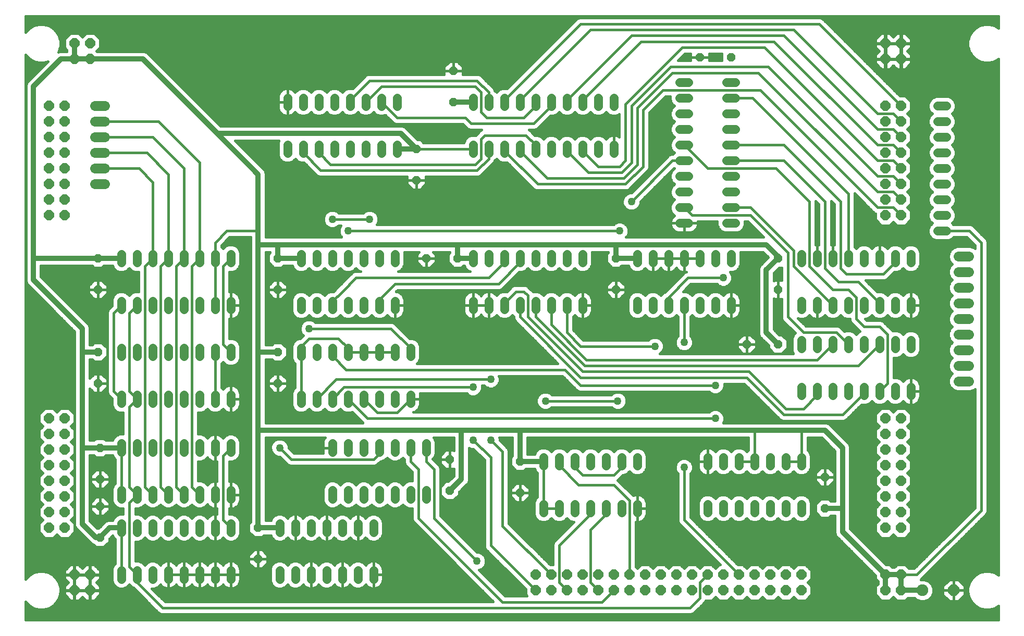
<source format=gbl>
G75*
%MOIN*%
%OFA0B0*%
%FSLAX24Y24*%
%IPPOS*%
%LPD*%
%AMOC8*
5,1,8,0,0,1.08239X$1,22.5*
%
%ADD10C,0.0560*%
%ADD11OC8,0.0560*%
%ADD12OC8,0.0640*%
%ADD13C,0.0640*%
%ADD14C,0.0750*%
%ADD15OC8,0.0750*%
%ADD16C,0.0160*%
%ADD17C,0.0320*%
%ADD18C,0.0500*%
D10*
X010390Y006860D02*
X010390Y007420D01*
X011390Y007420D02*
X011390Y006860D01*
X012390Y006860D02*
X012390Y007420D01*
X013390Y007420D02*
X013390Y006860D01*
X014390Y006860D02*
X014390Y007420D01*
X015390Y007420D02*
X015390Y006860D01*
X016390Y006860D02*
X016390Y007420D01*
X017390Y007420D02*
X017390Y006860D01*
X020515Y006860D02*
X020515Y007420D01*
X021515Y007420D02*
X021515Y006860D01*
X022515Y006860D02*
X022515Y007420D01*
X023515Y007420D02*
X023515Y006860D01*
X024515Y006860D02*
X024515Y007420D01*
X025515Y007420D02*
X025515Y006860D01*
X026515Y006860D02*
X026515Y007420D01*
X026515Y009860D02*
X026515Y010420D01*
X025515Y010420D02*
X025515Y009860D01*
X024515Y009860D02*
X024515Y010420D01*
X023515Y010420D02*
X023515Y009860D01*
X022515Y009860D02*
X022515Y010420D01*
X021515Y010420D02*
X021515Y009860D01*
X020515Y009860D02*
X020515Y010420D01*
X017390Y010420D02*
X017390Y009860D01*
X016390Y009860D02*
X016390Y010420D01*
X015390Y010420D02*
X015390Y009860D01*
X014390Y009860D02*
X014390Y010420D01*
X013390Y010420D02*
X013390Y009860D01*
X012390Y009860D02*
X012390Y010420D01*
X011390Y010420D02*
X011390Y009860D01*
X010390Y009860D02*
X010390Y010420D01*
X010390Y011985D02*
X010390Y012545D01*
X011390Y012545D02*
X011390Y011985D01*
X012390Y011985D02*
X012390Y012545D01*
X013390Y012545D02*
X013390Y011985D01*
X014390Y011985D02*
X014390Y012545D01*
X015390Y012545D02*
X015390Y011985D01*
X016390Y011985D02*
X016390Y012545D01*
X017390Y012545D02*
X017390Y011985D01*
X017390Y014985D02*
X017390Y015545D01*
X016390Y015545D02*
X016390Y014985D01*
X015390Y014985D02*
X015390Y015545D01*
X014390Y015545D02*
X014390Y014985D01*
X013390Y014985D02*
X013390Y015545D01*
X012390Y015545D02*
X012390Y014985D01*
X011390Y014985D02*
X011390Y015545D01*
X010390Y015545D02*
X010390Y014985D01*
X010390Y018110D02*
X010390Y018670D01*
X011390Y018670D02*
X011390Y018110D01*
X012390Y018110D02*
X012390Y018670D01*
X013390Y018670D02*
X013390Y018110D01*
X014390Y018110D02*
X014390Y018670D01*
X015390Y018670D02*
X015390Y018110D01*
X016390Y018110D02*
X016390Y018670D01*
X017390Y018670D02*
X017390Y018110D01*
X017390Y021110D02*
X017390Y021670D01*
X016390Y021670D02*
X016390Y021110D01*
X015390Y021110D02*
X015390Y021670D01*
X014390Y021670D02*
X014390Y021110D01*
X013390Y021110D02*
X013390Y021670D01*
X012390Y021670D02*
X012390Y021110D01*
X011390Y021110D02*
X011390Y021670D01*
X010390Y021670D02*
X010390Y021110D01*
X010390Y024110D02*
X010390Y024670D01*
X011390Y024670D02*
X011390Y024110D01*
X012390Y024110D02*
X012390Y024670D01*
X013390Y024670D02*
X013390Y024110D01*
X014390Y024110D02*
X014390Y024670D01*
X015390Y024670D02*
X015390Y024110D01*
X016390Y024110D02*
X016390Y024670D01*
X017390Y024670D02*
X017390Y024110D01*
X017390Y027110D02*
X017390Y027670D01*
X016390Y027670D02*
X016390Y027110D01*
X015390Y027110D02*
X015390Y027670D01*
X014390Y027670D02*
X014390Y027110D01*
X013390Y027110D02*
X013390Y027670D01*
X012390Y027670D02*
X012390Y027110D01*
X011390Y027110D02*
X011390Y027670D01*
X010390Y027670D02*
X010390Y027110D01*
X021015Y034110D02*
X021015Y034670D01*
X022015Y034670D02*
X022015Y034110D01*
X023015Y034110D02*
X023015Y034670D01*
X024015Y034670D02*
X024015Y034110D01*
X025015Y034110D02*
X025015Y034670D01*
X026015Y034670D02*
X026015Y034110D01*
X027015Y034110D02*
X027015Y034670D01*
X028015Y034670D02*
X028015Y034110D01*
X028015Y037110D02*
X028015Y037670D01*
X027015Y037670D02*
X027015Y037110D01*
X026015Y037110D02*
X026015Y037670D01*
X025015Y037670D02*
X025015Y037110D01*
X024015Y037110D02*
X024015Y037670D01*
X023015Y037670D02*
X023015Y037110D01*
X022015Y037110D02*
X022015Y037670D01*
X021015Y037670D02*
X021015Y037110D01*
X032890Y037110D02*
X032890Y037670D01*
X033890Y037670D02*
X033890Y037110D01*
X034890Y037110D02*
X034890Y037670D01*
X035890Y037670D02*
X035890Y037110D01*
X036890Y037110D02*
X036890Y037670D01*
X037890Y037670D02*
X037890Y037110D01*
X038890Y037110D02*
X038890Y037670D01*
X039890Y037670D02*
X039890Y037110D01*
X040890Y037110D02*
X040890Y037670D01*
X041890Y037670D02*
X041890Y037110D01*
X041890Y034670D02*
X041890Y034110D01*
X040890Y034110D02*
X040890Y034670D01*
X039890Y034670D02*
X039890Y034110D01*
X038890Y034110D02*
X038890Y034670D01*
X037890Y034670D02*
X037890Y034110D01*
X036890Y034110D02*
X036890Y034670D01*
X035890Y034670D02*
X035890Y034110D01*
X034890Y034110D02*
X034890Y034670D01*
X033890Y034670D02*
X033890Y034110D01*
X032890Y034110D02*
X032890Y034670D01*
X032890Y027670D02*
X032890Y027110D01*
X033890Y027110D02*
X033890Y027670D01*
X034890Y027670D02*
X034890Y027110D01*
X035890Y027110D02*
X035890Y027670D01*
X036890Y027670D02*
X036890Y027110D01*
X037890Y027110D02*
X037890Y027670D01*
X038890Y027670D02*
X038890Y027110D01*
X039890Y027110D02*
X039890Y027670D01*
X043390Y027670D02*
X043390Y027110D01*
X044390Y027110D02*
X044390Y027670D01*
X045390Y027670D02*
X045390Y027110D01*
X046390Y027110D02*
X046390Y027670D01*
X047390Y027670D02*
X047390Y027110D01*
X048390Y027110D02*
X048390Y027670D01*
X049390Y027670D02*
X049390Y027110D01*
X049390Y024670D02*
X049390Y024110D01*
X048390Y024110D02*
X048390Y024670D01*
X047390Y024670D02*
X047390Y024110D01*
X046390Y024110D02*
X046390Y024670D01*
X045390Y024670D02*
X045390Y024110D01*
X044390Y024110D02*
X044390Y024670D01*
X043390Y024670D02*
X043390Y024110D01*
X039890Y024110D02*
X039890Y024670D01*
X038890Y024670D02*
X038890Y024110D01*
X037890Y024110D02*
X037890Y024670D01*
X036890Y024670D02*
X036890Y024110D01*
X035890Y024110D02*
X035890Y024670D01*
X034890Y024670D02*
X034890Y024110D01*
X033890Y024110D02*
X033890Y024670D01*
X032890Y024670D02*
X032890Y024110D01*
X028890Y021670D02*
X028890Y021110D01*
X027890Y021110D02*
X027890Y021670D01*
X026890Y021670D02*
X026890Y021110D01*
X025890Y021110D02*
X025890Y021670D01*
X024890Y021670D02*
X024890Y021110D01*
X023890Y021110D02*
X023890Y021670D01*
X022890Y021670D02*
X022890Y021110D01*
X021890Y021110D02*
X021890Y021670D01*
X021890Y024110D02*
X021890Y024670D01*
X022890Y024670D02*
X022890Y024110D01*
X023890Y024110D02*
X023890Y024670D01*
X024890Y024670D02*
X024890Y024110D01*
X025890Y024110D02*
X025890Y024670D01*
X026890Y024670D02*
X026890Y024110D01*
X027890Y024110D02*
X027890Y024670D01*
X027890Y027110D02*
X027890Y027670D01*
X026890Y027670D02*
X026890Y027110D01*
X025890Y027110D02*
X025890Y027670D01*
X024890Y027670D02*
X024890Y027110D01*
X023890Y027110D02*
X023890Y027670D01*
X022890Y027670D02*
X022890Y027110D01*
X021890Y027110D02*
X021890Y027670D01*
X021890Y018670D02*
X021890Y018110D01*
X022890Y018110D02*
X022890Y018670D01*
X023890Y018670D02*
X023890Y018110D01*
X024890Y018110D02*
X024890Y018670D01*
X025890Y018670D02*
X025890Y018110D01*
X026890Y018110D02*
X026890Y018670D01*
X027890Y018670D02*
X027890Y018110D01*
X028890Y018110D02*
X028890Y018670D01*
X028890Y015545D02*
X028890Y014985D01*
X027890Y014985D02*
X027890Y015545D01*
X026890Y015545D02*
X026890Y014985D01*
X025890Y014985D02*
X025890Y015545D01*
X024890Y015545D02*
X024890Y014985D01*
X023890Y014985D02*
X023890Y015545D01*
X023890Y012545D02*
X023890Y011985D01*
X024890Y011985D02*
X024890Y012545D01*
X025890Y012545D02*
X025890Y011985D01*
X026890Y011985D02*
X026890Y012545D01*
X027890Y012545D02*
X027890Y011985D01*
X028890Y011985D02*
X028890Y012545D01*
X029890Y012545D02*
X029890Y011985D01*
X029890Y014985D02*
X029890Y015545D01*
X037390Y014670D02*
X037390Y014110D01*
X038390Y014110D02*
X038390Y014670D01*
X039390Y014670D02*
X039390Y014110D01*
X040390Y014110D02*
X040390Y014670D01*
X041390Y014670D02*
X041390Y014110D01*
X042390Y014110D02*
X042390Y014670D01*
X043390Y014670D02*
X043390Y014110D01*
X043390Y011670D02*
X043390Y011110D01*
X042390Y011110D02*
X042390Y011670D01*
X041390Y011670D02*
X041390Y011110D01*
X040390Y011110D02*
X040390Y011670D01*
X039390Y011670D02*
X039390Y011110D01*
X038390Y011110D02*
X038390Y011670D01*
X037390Y011670D02*
X037390Y011110D01*
X047890Y011110D02*
X047890Y011670D01*
X048890Y011670D02*
X048890Y011110D01*
X049890Y011110D02*
X049890Y011670D01*
X050890Y011670D02*
X050890Y011110D01*
X051890Y011110D02*
X051890Y011670D01*
X052890Y011670D02*
X052890Y011110D01*
X053890Y011110D02*
X053890Y011670D01*
X053890Y014110D02*
X053890Y014670D01*
X052890Y014670D02*
X052890Y014110D01*
X051890Y014110D02*
X051890Y014670D01*
X050890Y014670D02*
X050890Y014110D01*
X049890Y014110D02*
X049890Y014670D01*
X048890Y014670D02*
X048890Y014110D01*
X047890Y014110D02*
X047890Y014670D01*
X053890Y018610D02*
X053890Y019170D01*
X054890Y019170D02*
X054890Y018610D01*
X055890Y018610D02*
X055890Y019170D01*
X056890Y019170D02*
X056890Y018610D01*
X057890Y018610D02*
X057890Y019170D01*
X058890Y019170D02*
X058890Y018610D01*
X059890Y018610D02*
X059890Y019170D01*
X060890Y019170D02*
X060890Y018610D01*
X060890Y021610D02*
X060890Y022170D01*
X059890Y022170D02*
X059890Y021610D01*
X058890Y021610D02*
X058890Y022170D01*
X057890Y022170D02*
X057890Y021610D01*
X056890Y021610D02*
X056890Y022170D01*
X055890Y022170D02*
X055890Y021610D01*
X054890Y021610D02*
X054890Y022170D01*
X053890Y022170D02*
X053890Y021610D01*
X053890Y024110D02*
X053890Y024670D01*
X054890Y024670D02*
X054890Y024110D01*
X055890Y024110D02*
X055890Y024670D01*
X056890Y024670D02*
X056890Y024110D01*
X057890Y024110D02*
X057890Y024670D01*
X058890Y024670D02*
X058890Y024110D01*
X059890Y024110D02*
X059890Y024670D01*
X060890Y024670D02*
X060890Y024110D01*
X060890Y027110D02*
X060890Y027670D01*
X059890Y027670D02*
X059890Y027110D01*
X058890Y027110D02*
X058890Y027670D01*
X057890Y027670D02*
X057890Y027110D01*
X056890Y027110D02*
X056890Y027670D01*
X055890Y027670D02*
X055890Y027110D01*
X054890Y027110D02*
X054890Y027670D01*
X053890Y027670D02*
X053890Y027110D01*
X049670Y029640D02*
X049110Y029640D01*
X049110Y030640D02*
X049670Y030640D01*
X049670Y031640D02*
X049110Y031640D01*
X049110Y032640D02*
X049670Y032640D01*
X049670Y033640D02*
X049110Y033640D01*
X049110Y034640D02*
X049670Y034640D01*
X049670Y035640D02*
X049110Y035640D01*
X049110Y036640D02*
X049670Y036640D01*
X049670Y037640D02*
X049110Y037640D01*
X049110Y038640D02*
X049670Y038640D01*
X046670Y038640D02*
X046110Y038640D01*
X046110Y037640D02*
X046670Y037640D01*
X046670Y036640D02*
X046110Y036640D01*
X046110Y035640D02*
X046670Y035640D01*
X046670Y034640D02*
X046110Y034640D01*
X046110Y033640D02*
X046670Y033640D01*
X046670Y032640D02*
X046110Y032640D01*
X046110Y031640D02*
X046670Y031640D01*
X046670Y030640D02*
X046110Y030640D01*
X046110Y029640D02*
X046670Y029640D01*
X062610Y029140D02*
X063170Y029140D01*
X063170Y030140D02*
X062610Y030140D01*
X062610Y031140D02*
X063170Y031140D01*
X063170Y032140D02*
X062610Y032140D01*
X062610Y033140D02*
X063170Y033140D01*
X063170Y034140D02*
X062610Y034140D01*
X062610Y035140D02*
X063170Y035140D01*
X063170Y036140D02*
X062610Y036140D01*
X062610Y037140D02*
X063170Y037140D01*
D11*
X049390Y040265D03*
X047390Y040265D03*
X031640Y039390D03*
X031640Y037390D03*
X029265Y034390D03*
X029265Y032390D03*
X029890Y027390D03*
X031890Y027390D03*
X042015Y027390D03*
X042015Y025390D03*
X050390Y021890D03*
X052390Y021890D03*
X052390Y025390D03*
X052390Y027390D03*
X035890Y014390D03*
X035890Y012390D03*
X031390Y012515D03*
X031390Y014515D03*
X020390Y019390D03*
X020390Y021390D03*
X020390Y025390D03*
X020390Y027390D03*
X008890Y027390D03*
X008890Y025390D03*
X008890Y021390D03*
X008890Y019390D03*
X009015Y015265D03*
X009015Y013265D03*
X009015Y011515D03*
X009015Y009515D03*
X019140Y010140D03*
X019140Y008140D03*
X055390Y011390D03*
X055390Y013390D03*
D12*
X059265Y013140D03*
X060265Y013140D03*
X060265Y012140D03*
X059265Y012140D03*
X059265Y011140D03*
X060265Y011140D03*
X060265Y010140D03*
X059265Y010140D03*
X059265Y007140D03*
X060265Y007140D03*
X060265Y006140D03*
X059265Y006140D03*
X053890Y006140D03*
X053890Y007140D03*
X052890Y007140D03*
X051890Y007140D03*
X051890Y006140D03*
X052890Y006140D03*
X050890Y006140D03*
X049890Y006140D03*
X049890Y007140D03*
X050890Y007140D03*
X048890Y007140D03*
X047890Y007140D03*
X046890Y007140D03*
X046890Y006140D03*
X047890Y006140D03*
X048890Y006140D03*
X045890Y006140D03*
X044890Y006140D03*
X044890Y007140D03*
X045890Y007140D03*
X043890Y007140D03*
X042890Y007140D03*
X041890Y007140D03*
X041890Y006140D03*
X042890Y006140D03*
X043890Y006140D03*
X040890Y006140D03*
X039890Y006140D03*
X039890Y007140D03*
X040890Y007140D03*
X038890Y007140D03*
X037890Y007140D03*
X036890Y007140D03*
X036890Y006140D03*
X037890Y006140D03*
X038890Y006140D03*
X059265Y014140D03*
X060265Y014140D03*
X060265Y015140D03*
X059265Y015140D03*
X059265Y016140D03*
X060265Y016140D03*
X060265Y017140D03*
X059265Y017140D03*
X059265Y030140D03*
X060265Y030140D03*
X060265Y031140D03*
X059265Y031140D03*
X059265Y032140D03*
X060265Y032140D03*
X060265Y033140D03*
X059265Y033140D03*
X059265Y034140D03*
X060265Y034140D03*
X060265Y035140D03*
X059265Y035140D03*
X059265Y036140D03*
X060265Y036140D03*
X060265Y037140D03*
X059265Y037140D03*
X059265Y040140D03*
X060265Y040140D03*
X060265Y041140D03*
X059265Y041140D03*
X008390Y041140D03*
X007390Y041140D03*
X007390Y040140D03*
X008390Y040140D03*
X006765Y037140D03*
X005765Y037140D03*
X005765Y036140D03*
X006765Y036140D03*
X006765Y035140D03*
X005765Y035140D03*
X005765Y034140D03*
X006765Y034140D03*
X006765Y033140D03*
X005765Y033140D03*
X005765Y032140D03*
X006765Y032140D03*
X006765Y031140D03*
X005765Y031140D03*
X005765Y030140D03*
X006765Y030140D03*
X006765Y017140D03*
X005765Y017140D03*
X005765Y016140D03*
X006765Y016140D03*
X006765Y015140D03*
X005765Y015140D03*
X005765Y014140D03*
X006765Y014140D03*
X006765Y013140D03*
X005765Y013140D03*
X005765Y012140D03*
X006765Y012140D03*
X006765Y011140D03*
X005765Y011140D03*
X005765Y010140D03*
X006765Y010140D03*
X007390Y007140D03*
X008390Y007140D03*
X008390Y006140D03*
X007390Y006140D03*
D13*
X008695Y032140D02*
X009335Y032140D01*
X009335Y033140D02*
X008695Y033140D01*
X008695Y034140D02*
X009335Y034140D01*
X009335Y035140D02*
X008695Y035140D01*
X008695Y036140D02*
X009335Y036140D01*
X009335Y037140D02*
X008695Y037140D01*
X063945Y027515D02*
X064585Y027515D01*
X064585Y026515D02*
X063945Y026515D01*
X063945Y025515D02*
X064585Y025515D01*
X064585Y024515D02*
X063945Y024515D01*
X063945Y023515D02*
X064585Y023515D01*
X064585Y022515D02*
X063945Y022515D01*
X063945Y021515D02*
X064585Y021515D01*
X064585Y020515D02*
X063945Y020515D01*
X063945Y019515D02*
X064585Y019515D01*
D14*
X061640Y006140D03*
D15*
X063640Y006140D03*
D16*
X004270Y005423D02*
X004270Y004270D01*
X066502Y004270D01*
X066502Y005157D01*
X066236Y005003D01*
X065926Y004920D01*
X065604Y004920D01*
X065294Y005003D01*
X065016Y005164D01*
X064789Y005391D01*
X064628Y005669D01*
X064545Y005979D01*
X064545Y006301D01*
X064628Y006611D01*
X064789Y006889D01*
X065016Y007116D01*
X065294Y007277D01*
X065604Y007360D01*
X065926Y007360D01*
X066236Y007277D01*
X066502Y007123D01*
X066502Y040157D01*
X066236Y040003D01*
X065926Y039920D01*
X065604Y039920D01*
X065294Y040003D01*
X065016Y040164D01*
X064789Y040391D01*
X064628Y040669D01*
X064545Y040979D01*
X060905Y040979D01*
X060905Y040875D02*
X060905Y041120D01*
X060285Y041120D01*
X060285Y041160D01*
X060905Y041160D01*
X060905Y041405D01*
X060530Y041780D01*
X060285Y041780D01*
X060285Y041160D01*
X060245Y041160D01*
X060245Y041780D01*
X060000Y041780D01*
X059765Y041545D01*
X059530Y041780D01*
X059285Y041780D01*
X059285Y041160D01*
X059245Y041160D01*
X059245Y041780D01*
X059000Y041780D01*
X058625Y041405D01*
X058625Y041160D01*
X059245Y041160D01*
X059245Y041120D01*
X058625Y041120D01*
X058625Y040875D01*
X058860Y040640D01*
X058625Y040405D01*
X058625Y040160D01*
X059245Y040160D01*
X059245Y041120D01*
X059285Y041120D01*
X059285Y041160D01*
X060245Y041160D01*
X060245Y041120D01*
X060285Y041120D01*
X060285Y040500D01*
X060285Y040160D01*
X060905Y040160D01*
X060905Y040405D01*
X060670Y040640D01*
X060905Y040875D01*
X060851Y040821D02*
X064588Y040821D01*
X064545Y040979D02*
X064545Y041301D01*
X064628Y041611D01*
X064789Y041889D01*
X065016Y042116D01*
X065294Y042277D01*
X065604Y042360D01*
X065926Y042360D01*
X066236Y042277D01*
X066502Y042123D01*
X066502Y042880D01*
X004270Y042880D01*
X004270Y041857D01*
X004289Y041889D01*
X004516Y042116D01*
X004794Y042277D01*
X005104Y042360D01*
X005426Y042360D01*
X005736Y042277D01*
X006014Y042116D01*
X006241Y041889D01*
X006402Y041611D01*
X006485Y041301D01*
X006485Y040979D01*
X006750Y040979D01*
X006750Y040875D02*
X006910Y040715D01*
X006910Y040620D01*
X006420Y040620D01*
X006359Y040595D01*
X006402Y040669D01*
X006485Y040979D01*
X006485Y041138D02*
X006750Y041138D01*
X006750Y041296D02*
X006485Y041296D01*
X006444Y041455D02*
X006799Y041455D01*
X006750Y041405D02*
X006750Y040875D01*
X006804Y040821D02*
X006442Y040821D01*
X006398Y040662D02*
X006910Y040662D01*
X006750Y041405D02*
X007125Y041780D01*
X007655Y041780D01*
X007890Y041545D01*
X008125Y041780D01*
X008655Y041780D01*
X009030Y041405D01*
X009030Y040875D01*
X008795Y040640D01*
X008815Y040620D01*
X011860Y040620D01*
X012037Y040547D01*
X016714Y035870D01*
X028360Y035870D01*
X028537Y035797D01*
X028672Y035662D01*
X029344Y034990D01*
X029514Y034990D01*
X029714Y034790D01*
X032290Y034790D01*
X032381Y035010D01*
X032550Y035179D01*
X032771Y035270D01*
X033009Y035270D01*
X033059Y035250D01*
X033413Y035604D01*
X033440Y035615D01*
X032685Y035615D01*
X032538Y035676D01*
X032224Y035990D01*
X027935Y035990D01*
X027788Y036051D01*
X027272Y036567D01*
X027134Y036510D01*
X026896Y036510D01*
X026675Y036601D01*
X026515Y036761D01*
X026355Y036601D01*
X026134Y036510D01*
X025896Y036510D01*
X025675Y036601D01*
X025515Y036761D01*
X025355Y036601D01*
X025134Y036510D01*
X024896Y036510D01*
X024675Y036601D01*
X024515Y036761D01*
X024355Y036601D01*
X024134Y036510D01*
X023896Y036510D01*
X023675Y036601D01*
X023515Y036761D01*
X023355Y036601D01*
X023134Y036510D01*
X022896Y036510D01*
X022675Y036601D01*
X022515Y036761D01*
X022355Y036601D01*
X022134Y036510D01*
X021896Y036510D01*
X021675Y036601D01*
X021508Y036768D01*
X021473Y036719D01*
X021406Y036652D01*
X021329Y036597D01*
X021245Y036554D01*
X021155Y036525D01*
X021062Y036510D01*
X021015Y036510D01*
X021015Y037390D01*
X021015Y037390D01*
X021015Y038270D01*
X021062Y038270D01*
X021155Y038255D01*
X021245Y038226D01*
X021329Y038183D01*
X021406Y038128D01*
X021473Y038061D01*
X021508Y038012D01*
X021675Y038179D01*
X021896Y038270D01*
X022134Y038270D01*
X022355Y038179D01*
X022515Y038019D01*
X022675Y038179D01*
X022896Y038270D01*
X023134Y038270D01*
X023355Y038179D01*
X023515Y038019D01*
X023675Y038179D01*
X023896Y038270D01*
X024134Y038270D01*
X024355Y038179D01*
X024515Y038019D01*
X024675Y038179D01*
X024896Y038270D01*
X025134Y038270D01*
X025184Y038250D01*
X025926Y038992D01*
X026038Y039104D01*
X026185Y039165D01*
X031040Y039165D01*
X031040Y039390D01*
X031640Y039390D01*
X031640Y039390D01*
X031640Y039990D01*
X031889Y039990D01*
X032240Y039639D01*
X032240Y039390D01*
X031640Y039390D01*
X031640Y039390D01*
X031640Y039390D01*
X031640Y039990D01*
X031391Y039990D01*
X031040Y039639D01*
X031040Y039390D01*
X031640Y039390D01*
X032240Y039390D01*
X032240Y039165D01*
X033220Y039165D01*
X033367Y039104D01*
X034117Y038354D01*
X034229Y038242D01*
X034273Y038135D01*
X034390Y038019D01*
X034550Y038179D01*
X034771Y038270D01*
X035009Y038270D01*
X035059Y038250D01*
X039538Y042729D01*
X039685Y042790D01*
X055095Y042790D01*
X055242Y042729D01*
X055354Y042617D01*
X060191Y037780D01*
X060530Y037780D01*
X060905Y037405D01*
X060905Y036875D01*
X060670Y036640D01*
X060905Y036405D01*
X060905Y035875D01*
X060670Y035640D01*
X060905Y035405D01*
X060905Y034875D01*
X060670Y034640D01*
X060905Y034405D01*
X060905Y033875D01*
X060670Y033640D01*
X060905Y033405D01*
X060905Y032875D01*
X060670Y032640D01*
X060905Y032405D01*
X060905Y031875D01*
X060670Y031640D01*
X060905Y031405D01*
X060905Y030875D01*
X060670Y030640D01*
X060905Y030405D01*
X060905Y029875D01*
X060530Y029500D01*
X060000Y029500D01*
X059765Y029735D01*
X059530Y029500D01*
X059000Y029500D01*
X058625Y029875D01*
X058625Y030265D01*
X058538Y030301D01*
X057290Y031549D01*
X057290Y028119D01*
X057390Y028019D01*
X057550Y028179D01*
X057771Y028270D01*
X058009Y028270D01*
X058230Y028179D01*
X058397Y028012D01*
X058432Y028061D01*
X058499Y028128D01*
X058576Y028183D01*
X058660Y028226D01*
X058749Y028255D01*
X058843Y028270D01*
X058890Y028270D01*
X058890Y027390D01*
X058890Y027390D01*
X058890Y028270D01*
X058937Y028270D01*
X059030Y028255D01*
X059120Y028226D01*
X059204Y028183D01*
X059281Y028128D01*
X059348Y028061D01*
X059383Y028012D01*
X059550Y028179D01*
X059771Y028270D01*
X060009Y028270D01*
X060230Y028179D01*
X060390Y028019D01*
X060550Y028179D01*
X060771Y028270D01*
X061009Y028270D01*
X061230Y028179D01*
X061399Y028010D01*
X061490Y027789D01*
X061490Y026991D01*
X061399Y026770D01*
X061230Y026601D01*
X061009Y026510D01*
X060771Y026510D01*
X060550Y026601D01*
X060390Y026761D01*
X060230Y026601D01*
X060009Y026510D01*
X059826Y026510D01*
X059367Y026051D01*
X059220Y025990D01*
X057981Y025990D01*
X058721Y025250D01*
X058771Y025270D01*
X059009Y025270D01*
X059230Y025179D01*
X059390Y025019D01*
X059550Y025179D01*
X059771Y025270D01*
X060009Y025270D01*
X060230Y025179D01*
X060397Y025012D01*
X060432Y025061D01*
X060499Y025128D01*
X060576Y025183D01*
X060660Y025226D01*
X060749Y025255D01*
X060843Y025270D01*
X060890Y025270D01*
X060890Y024390D01*
X060890Y024390D01*
X061490Y024390D01*
X061490Y024717D01*
X061475Y024810D01*
X061446Y024900D01*
X061403Y024984D01*
X061348Y025061D01*
X061281Y025128D01*
X061204Y025183D01*
X061120Y025226D01*
X061030Y025255D01*
X060937Y025270D01*
X060890Y025270D01*
X060890Y024390D01*
X060890Y024390D01*
X061490Y024390D01*
X061490Y024063D01*
X061475Y023969D01*
X061446Y023880D01*
X061403Y023796D01*
X061348Y023719D01*
X061281Y023652D01*
X061204Y023597D01*
X061120Y023554D01*
X061030Y023525D01*
X060937Y023510D01*
X060890Y023510D01*
X060890Y024390D01*
X060890Y024390D01*
X060890Y023510D01*
X060843Y023510D01*
X060749Y023525D01*
X060660Y023554D01*
X060576Y023597D01*
X060499Y023652D01*
X060432Y023719D01*
X060397Y023768D01*
X060230Y023601D01*
X060009Y023510D01*
X059771Y023510D01*
X059550Y023601D01*
X059390Y023761D01*
X059230Y023601D01*
X059009Y023510D01*
X058771Y023510D01*
X058550Y023601D01*
X058383Y023768D01*
X058348Y023719D01*
X058281Y023652D01*
X058204Y023597D01*
X058120Y023554D01*
X058030Y023525D01*
X057957Y023513D01*
X058056Y023415D01*
X058970Y023415D01*
X059117Y023354D01*
X059721Y022750D01*
X059771Y022770D01*
X060009Y022770D01*
X060230Y022679D01*
X060390Y022519D01*
X060550Y022679D01*
X060771Y022770D01*
X061009Y022770D01*
X061230Y022679D01*
X061399Y022510D01*
X061490Y022289D01*
X061490Y021491D01*
X061399Y021270D01*
X061230Y021101D01*
X061009Y021010D01*
X060771Y021010D01*
X060550Y021101D01*
X060390Y021261D01*
X060230Y021101D01*
X060009Y021010D01*
X059790Y021010D01*
X059790Y019770D01*
X060009Y019770D01*
X060230Y019679D01*
X060397Y019512D01*
X060432Y019561D01*
X060499Y019628D01*
X060576Y019683D01*
X060660Y019726D01*
X060749Y019755D01*
X060843Y019770D01*
X060890Y019770D01*
X060890Y018890D01*
X061490Y018890D01*
X061490Y019217D01*
X061475Y019310D01*
X061446Y019400D01*
X061403Y019484D01*
X061348Y019561D01*
X061281Y019628D01*
X061204Y019683D01*
X061120Y019726D01*
X061030Y019755D01*
X060937Y019770D01*
X060890Y019770D01*
X060890Y018890D01*
X060890Y018890D01*
X060890Y018890D01*
X061490Y018890D01*
X061490Y018563D01*
X061475Y018469D01*
X061446Y018380D01*
X061403Y018296D01*
X061348Y018219D01*
X061281Y018152D01*
X061204Y018097D01*
X061120Y018054D01*
X061030Y018025D01*
X060937Y018010D01*
X060890Y018010D01*
X060890Y018890D01*
X060890Y018890D01*
X060890Y018010D01*
X060843Y018010D01*
X060749Y018025D01*
X060660Y018054D01*
X060576Y018097D01*
X060499Y018152D01*
X060432Y018219D01*
X060397Y018268D01*
X060230Y018101D01*
X060009Y018010D01*
X059771Y018010D01*
X059550Y018101D01*
X059390Y018261D01*
X059230Y018101D01*
X059009Y018010D01*
X058771Y018010D01*
X058550Y018101D01*
X058390Y018261D01*
X058230Y018101D01*
X058009Y018010D01*
X057771Y018010D01*
X057721Y018030D01*
X056854Y017163D01*
X056742Y017051D01*
X056595Y016990D01*
X052685Y016990D01*
X052538Y017051D01*
X050224Y019365D01*
X048960Y019365D01*
X048960Y019152D01*
X048873Y018942D01*
X048713Y018782D01*
X048503Y018695D01*
X048277Y018695D01*
X048067Y018782D01*
X047984Y018865D01*
X039685Y018865D01*
X039538Y018926D01*
X038599Y019865D01*
X034539Y019865D01*
X034585Y019753D01*
X034585Y019527D01*
X034498Y019317D01*
X034338Y019157D01*
X034128Y019070D01*
X033902Y019070D01*
X033692Y019157D01*
X033609Y019240D01*
X033460Y019240D01*
X033460Y019027D01*
X033373Y018817D01*
X033213Y018657D01*
X033003Y018570D01*
X032777Y018570D01*
X032567Y018657D01*
X032484Y018740D01*
X029486Y018740D01*
X029490Y018717D01*
X029490Y018390D01*
X028890Y018390D01*
X028015Y017515D01*
X026765Y017515D01*
X025890Y018390D01*
X024890Y018390D02*
X026140Y017140D01*
X048390Y017140D01*
X047984Y017540D02*
X029077Y017540D01*
X029120Y017554D01*
X029204Y017597D01*
X029281Y017652D01*
X029348Y017719D01*
X029403Y017796D01*
X029446Y017880D01*
X029475Y017969D01*
X029490Y018063D01*
X029490Y018390D01*
X028890Y018390D01*
X028890Y018390D01*
X029490Y018314D02*
X036945Y018314D01*
X036945Y018378D02*
X036945Y018152D01*
X037032Y017942D01*
X037192Y017782D01*
X037402Y017695D01*
X037628Y017695D01*
X037838Y017782D01*
X037921Y017865D01*
X041734Y017865D01*
X041817Y017782D01*
X042027Y017695D01*
X042253Y017695D01*
X042463Y017782D01*
X042623Y017942D01*
X042710Y018152D01*
X042710Y018378D01*
X042623Y018588D01*
X042463Y018748D01*
X042253Y018835D01*
X042027Y018835D01*
X041817Y018748D01*
X041734Y018665D01*
X037921Y018665D01*
X037838Y018748D01*
X037628Y018835D01*
X037402Y018835D01*
X037192Y018748D01*
X037032Y018588D01*
X036945Y018378D01*
X036984Y018472D02*
X029490Y018472D01*
X029490Y018631D02*
X032631Y018631D01*
X033149Y018631D02*
X037074Y018631D01*
X037291Y018789D02*
X033345Y018789D01*
X033427Y018948D02*
X039517Y018948D01*
X039358Y019106D02*
X034215Y019106D01*
X034446Y019265D02*
X039200Y019265D01*
X039041Y019423D02*
X034542Y019423D01*
X034585Y019582D02*
X038883Y019582D01*
X038724Y019740D02*
X034585Y019740D01*
X034015Y019640D02*
X024140Y019640D01*
X022890Y018390D01*
X023390Y017761D02*
X023550Y017601D01*
X023771Y017510D01*
X024009Y017510D01*
X024230Y017601D01*
X024390Y017761D01*
X024550Y017601D01*
X024771Y017510D01*
X025009Y017510D01*
X025147Y017567D01*
X025801Y016913D01*
X025844Y016870D01*
X019620Y016870D01*
X019620Y020910D01*
X020021Y020910D01*
X020141Y020790D01*
X020639Y020790D01*
X020990Y021141D01*
X020990Y021639D01*
X020639Y021990D01*
X020141Y021990D01*
X020021Y021870D01*
X019620Y021870D01*
X019620Y027785D01*
X019910Y027785D01*
X019910Y027759D01*
X019790Y027639D01*
X019790Y027141D01*
X020141Y026790D01*
X020639Y026790D01*
X020759Y026910D01*
X021323Y026910D01*
X021381Y026770D01*
X021550Y026601D01*
X021771Y026510D01*
X022009Y026510D01*
X022230Y026601D01*
X022390Y026761D01*
X022550Y026601D01*
X022771Y026510D01*
X023009Y026510D01*
X023230Y026601D01*
X023390Y026761D01*
X023550Y026601D01*
X023771Y026510D01*
X024009Y026510D01*
X024230Y026601D01*
X024390Y026761D01*
X024550Y026601D01*
X024771Y026510D01*
X025009Y026510D01*
X025230Y026601D01*
X025390Y026761D01*
X025550Y026601D01*
X025698Y026540D01*
X025310Y026540D01*
X025163Y026479D01*
X024176Y025492D01*
X023954Y025270D01*
X023771Y025270D01*
X023550Y025179D01*
X023390Y025019D01*
X023230Y025179D01*
X023009Y025270D01*
X022771Y025270D01*
X022550Y025179D01*
X022390Y025019D01*
X022230Y025179D01*
X022009Y025270D01*
X021771Y025270D01*
X021550Y025179D01*
X021381Y025010D01*
X021290Y024789D01*
X021290Y023991D01*
X021381Y023770D01*
X021550Y023601D01*
X021771Y023510D01*
X022009Y023510D01*
X022230Y023601D01*
X022390Y023761D01*
X022550Y023601D01*
X022771Y023510D01*
X023009Y023510D01*
X023230Y023601D01*
X023390Y023761D01*
X023550Y023601D01*
X023771Y023510D01*
X024009Y023510D01*
X024230Y023601D01*
X024390Y023761D01*
X024550Y023601D01*
X024771Y023510D01*
X025009Y023510D01*
X025230Y023601D01*
X025390Y023761D01*
X025550Y023601D01*
X025771Y023510D01*
X026009Y023510D01*
X026230Y023601D01*
X026390Y023761D01*
X026550Y023601D01*
X026771Y023510D01*
X027009Y023510D01*
X027230Y023601D01*
X027397Y023768D01*
X027432Y023719D01*
X027499Y023652D01*
X027576Y023597D01*
X027660Y023554D01*
X027749Y023525D01*
X027843Y023510D01*
X027890Y023510D01*
X027937Y023510D01*
X028030Y023525D01*
X028120Y023554D01*
X028204Y023597D01*
X028281Y023652D01*
X028348Y023719D01*
X028403Y023796D01*
X028446Y023880D01*
X028475Y023969D01*
X028490Y024063D01*
X028490Y024390D01*
X028490Y024717D01*
X028475Y024810D01*
X028446Y024900D01*
X028403Y024984D01*
X028348Y025061D01*
X028281Y025128D01*
X028204Y025183D01*
X028120Y025226D01*
X028030Y025255D01*
X027957Y025267D01*
X028056Y025365D01*
X034595Y025365D01*
X034742Y025426D01*
X034854Y025538D01*
X034854Y025538D01*
X035826Y026510D01*
X036009Y026510D01*
X036230Y026601D01*
X036390Y026761D01*
X036550Y026601D01*
X036771Y026510D01*
X037009Y026510D01*
X037230Y026601D01*
X037390Y026761D01*
X037550Y026601D01*
X037771Y026510D01*
X038009Y026510D01*
X038230Y026601D01*
X038390Y026761D01*
X038550Y026601D01*
X038771Y026510D01*
X039009Y026510D01*
X039230Y026601D01*
X039390Y026761D01*
X039550Y026601D01*
X039771Y026510D01*
X040009Y026510D01*
X040230Y026601D01*
X040399Y026770D01*
X040490Y026991D01*
X040490Y027785D01*
X041535Y027785D01*
X041535Y027759D01*
X041415Y027639D01*
X041415Y027141D01*
X041766Y026790D01*
X042264Y026790D01*
X042384Y026910D01*
X042823Y026910D01*
X042881Y026770D01*
X043050Y026601D01*
X043271Y026510D01*
X043509Y026510D01*
X043730Y026601D01*
X043897Y026768D01*
X043932Y026719D01*
X043999Y026652D01*
X044076Y026597D01*
X044160Y026554D01*
X044249Y026525D01*
X044343Y026510D01*
X044390Y026510D01*
X044437Y026510D01*
X044530Y026525D01*
X044620Y026554D01*
X044704Y026597D01*
X044781Y026652D01*
X044848Y026719D01*
X044890Y026777D01*
X044932Y026719D01*
X044999Y026652D01*
X045076Y026597D01*
X045160Y026554D01*
X045249Y026525D01*
X045343Y026510D01*
X045390Y026510D01*
X045437Y026510D01*
X045530Y026525D01*
X045620Y026554D01*
X045704Y026597D01*
X045781Y026652D01*
X045848Y026719D01*
X045890Y026777D01*
X045932Y026719D01*
X045999Y026652D01*
X046076Y026597D01*
X046160Y026554D01*
X046249Y026525D01*
X046343Y026510D01*
X046390Y026510D01*
X046437Y026510D01*
X046519Y026523D01*
X046413Y026479D01*
X046301Y026367D01*
X045157Y025223D01*
X045050Y025179D01*
X044890Y025019D01*
X044730Y025179D01*
X044509Y025270D01*
X044271Y025270D01*
X044050Y025179D01*
X043890Y025019D01*
X043730Y025179D01*
X043509Y025270D01*
X043271Y025270D01*
X043050Y025179D01*
X042881Y025010D01*
X042790Y024789D01*
X042790Y023991D01*
X042881Y023770D01*
X043050Y023601D01*
X043271Y023510D01*
X043509Y023510D01*
X043730Y023601D01*
X043890Y023761D01*
X044050Y023601D01*
X044271Y023510D01*
X044509Y023510D01*
X044730Y023601D01*
X044890Y023761D01*
X045050Y023601D01*
X045271Y023510D01*
X045509Y023510D01*
X045730Y023601D01*
X045890Y023761D01*
X045990Y023661D01*
X045990Y022421D01*
X045907Y022338D01*
X045820Y022128D01*
X045820Y021902D01*
X045907Y021692D01*
X046067Y021532D01*
X046277Y021445D01*
X046503Y021445D01*
X046713Y021532D01*
X046873Y021692D01*
X046960Y021902D01*
X046960Y022128D01*
X046873Y022338D01*
X046790Y022421D01*
X046790Y023661D01*
X046890Y023761D01*
X047050Y023601D01*
X047271Y023510D01*
X047509Y023510D01*
X047730Y023601D01*
X047890Y023761D01*
X048050Y023601D01*
X048271Y023510D01*
X048509Y023510D01*
X048730Y023601D01*
X048897Y023768D01*
X048932Y023719D01*
X048999Y023652D01*
X049076Y023597D01*
X049160Y023554D01*
X049249Y023525D01*
X049343Y023510D01*
X049390Y023510D01*
X049437Y023510D01*
X049530Y023525D01*
X049620Y023554D01*
X049704Y023597D01*
X049781Y023652D01*
X049848Y023719D01*
X049903Y023796D01*
X049946Y023880D01*
X049975Y023969D01*
X049990Y024063D01*
X049990Y024390D01*
X049990Y024717D01*
X049975Y024810D01*
X049946Y024900D01*
X049903Y024984D01*
X049848Y025061D01*
X049781Y025128D01*
X049704Y025183D01*
X049620Y025226D01*
X049530Y025255D01*
X049437Y025270D01*
X049390Y025270D01*
X049390Y024390D01*
X049990Y024390D01*
X049390Y024390D01*
X049390Y024390D01*
X049390Y024390D01*
X049390Y023510D01*
X049390Y024390D01*
X049390Y024390D01*
X049390Y025270D01*
X049343Y025270D01*
X049249Y025255D01*
X049160Y025226D01*
X049076Y025183D01*
X048999Y025128D01*
X048932Y025061D01*
X048897Y025012D01*
X048730Y025179D01*
X048509Y025270D01*
X048271Y025270D01*
X048050Y025179D01*
X047890Y025019D01*
X047730Y025179D01*
X047509Y025270D01*
X047271Y025270D01*
X047050Y025179D01*
X046890Y025019D01*
X046730Y025179D01*
X046509Y025270D01*
X046336Y025270D01*
X046806Y025740D01*
X048484Y025740D01*
X048567Y025657D01*
X048777Y025570D01*
X049003Y025570D01*
X049213Y025657D01*
X049373Y025817D01*
X049460Y026027D01*
X049460Y026253D01*
X049373Y026463D01*
X049326Y026510D01*
X049509Y026510D01*
X049730Y026601D01*
X049899Y026770D01*
X049990Y026991D01*
X049990Y027785D01*
X051441Y027785D01*
X051774Y027453D01*
X051233Y026912D01*
X051160Y026735D01*
X051160Y022545D01*
X051233Y022368D01*
X051368Y022233D01*
X051790Y021811D01*
X051790Y021641D01*
X052141Y021290D01*
X052639Y021290D01*
X052990Y021641D01*
X052990Y022139D01*
X052639Y022490D01*
X052469Y022490D01*
X052120Y022839D01*
X052120Y024811D01*
X052141Y024790D01*
X052390Y024790D01*
X052615Y024790D01*
X052615Y023560D01*
X052676Y023413D01*
X052788Y023301D01*
X053480Y022609D01*
X053381Y022510D01*
X053290Y022289D01*
X053290Y021491D01*
X053373Y021290D01*
X044846Y021290D01*
X044998Y021442D01*
X045085Y021652D01*
X045085Y021878D01*
X044998Y022088D01*
X044838Y022248D01*
X044628Y022335D01*
X044402Y022335D01*
X044192Y022248D01*
X044109Y022165D01*
X039931Y022165D01*
X039290Y022806D01*
X039290Y023661D01*
X039397Y023768D01*
X039432Y023719D01*
X039499Y023652D01*
X039576Y023597D01*
X039660Y023554D01*
X039749Y023525D01*
X039843Y023510D01*
X039890Y023510D01*
X039937Y023510D01*
X040030Y023525D01*
X040120Y023554D01*
X040204Y023597D01*
X040281Y023652D01*
X040348Y023719D01*
X040403Y023796D01*
X040446Y023880D01*
X040475Y023969D01*
X040490Y024063D01*
X040490Y024390D01*
X040490Y024717D01*
X040475Y024810D01*
X040446Y024900D01*
X040403Y024984D01*
X040348Y025061D01*
X040281Y025128D01*
X040204Y025183D01*
X040120Y025226D01*
X040030Y025255D01*
X039937Y025270D01*
X039890Y025270D01*
X039890Y024390D01*
X039890Y024390D01*
X040490Y024390D01*
X039890Y024390D01*
X039890Y024390D01*
X039890Y025270D01*
X039843Y025270D01*
X039749Y025255D01*
X039660Y025226D01*
X039576Y025183D01*
X039499Y025128D01*
X039432Y025061D01*
X039397Y025012D01*
X039230Y025179D01*
X039009Y025270D01*
X038771Y025270D01*
X038550Y025179D01*
X038390Y025019D01*
X038230Y025179D01*
X038009Y025270D01*
X037771Y025270D01*
X037550Y025179D01*
X037390Y025019D01*
X037230Y025179D01*
X037009Y025270D01*
X036771Y025270D01*
X036721Y025250D01*
X036479Y025492D01*
X036367Y025604D01*
X036220Y025665D01*
X035560Y025665D01*
X035413Y025604D01*
X035059Y025250D01*
X035009Y025270D01*
X034771Y025270D01*
X034550Y025179D01*
X034383Y025012D01*
X034348Y025061D01*
X034281Y025128D01*
X034204Y025183D01*
X034120Y025226D01*
X034030Y025255D01*
X033937Y025270D01*
X033890Y025270D01*
X033890Y024390D01*
X033890Y024390D01*
X033890Y024390D01*
X032890Y024390D01*
X032890Y024390D01*
X032890Y024390D01*
X032890Y025270D01*
X032937Y025270D01*
X033030Y025255D01*
X033120Y025226D01*
X033204Y025183D01*
X033281Y025128D01*
X033348Y025061D01*
X033390Y025003D01*
X033432Y025061D01*
X033499Y025128D01*
X033576Y025183D01*
X033660Y025226D01*
X033749Y025255D01*
X033843Y025270D01*
X033890Y025270D01*
X033890Y024390D01*
X033890Y023510D01*
X033937Y023510D01*
X034030Y023525D01*
X034120Y023554D01*
X034204Y023597D01*
X034281Y023652D01*
X034348Y023719D01*
X034383Y023768D01*
X034550Y023601D01*
X034771Y023510D01*
X035009Y023510D01*
X035230Y023601D01*
X035390Y023761D01*
X035490Y023661D01*
X035490Y023560D01*
X035551Y023413D01*
X035663Y023301D01*
X038299Y020665D01*
X029294Y020665D01*
X029399Y020770D01*
X029490Y020991D01*
X029490Y021789D01*
X029399Y022010D01*
X029230Y022179D01*
X029009Y022270D01*
X028826Y022270D01*
X027867Y023229D01*
X027720Y023290D01*
X022796Y023290D01*
X022713Y023373D01*
X022503Y023460D01*
X022277Y023460D01*
X022067Y023373D01*
X021907Y023213D01*
X021820Y023003D01*
X021820Y022777D01*
X021907Y022567D01*
X022017Y022457D01*
X021829Y022270D01*
X021771Y022270D01*
X021550Y022179D01*
X021381Y022010D01*
X021290Y021789D01*
X021290Y020991D01*
X021381Y020770D01*
X021490Y020661D01*
X021490Y019119D01*
X021381Y019010D01*
X021290Y018789D01*
X019620Y018789D01*
X019620Y018631D02*
X021290Y018631D01*
X021290Y018789D02*
X021290Y017991D01*
X021381Y017770D01*
X021550Y017601D01*
X021771Y017510D01*
X022009Y017510D01*
X022230Y017601D01*
X022390Y017761D01*
X022550Y017601D01*
X022771Y017510D01*
X023009Y017510D01*
X023230Y017601D01*
X023390Y017761D01*
X023308Y017680D02*
X023472Y017680D01*
X023744Y017521D02*
X023036Y017521D01*
X022744Y017521D02*
X022036Y017521D01*
X021744Y017521D02*
X019620Y017521D01*
X019620Y017363D02*
X025352Y017363D01*
X025193Y017521D02*
X025036Y017521D01*
X024744Y017521D02*
X024036Y017521D01*
X024308Y017680D02*
X024472Y017680D01*
X023890Y018390D02*
X024640Y019140D01*
X032890Y019140D01*
X033460Y019106D02*
X033815Y019106D01*
X036945Y018155D02*
X029490Y018155D01*
X029480Y017997D02*
X037009Y017997D01*
X037136Y017838D02*
X029425Y017838D01*
X029308Y017680D02*
X048203Y017680D01*
X048277Y017710D02*
X048067Y017623D01*
X047984Y017540D01*
X048277Y017710D02*
X048503Y017710D01*
X048713Y017623D01*
X048873Y017463D01*
X048960Y017253D01*
X048960Y017027D01*
X048895Y016870D01*
X055485Y016870D01*
X055662Y016797D01*
X055797Y016662D01*
X056922Y015537D01*
X056995Y015360D01*
X056995Y010089D01*
X059304Y007780D01*
X059530Y007780D01*
X059690Y007620D01*
X059840Y007620D01*
X060000Y007780D01*
X060530Y007780D01*
X060770Y007540D01*
X061099Y007540D01*
X064990Y011431D01*
X064990Y019015D01*
X064948Y018972D01*
X064712Y018875D01*
X063818Y018875D01*
X063582Y018972D01*
X063402Y019152D01*
X063305Y019388D01*
X063305Y019642D01*
X063402Y019878D01*
X063540Y020015D01*
X063402Y020152D01*
X063305Y020388D01*
X063305Y020642D01*
X063402Y020878D01*
X063540Y021015D01*
X063402Y021152D01*
X063305Y021388D01*
X063305Y021642D01*
X061490Y021642D01*
X061487Y021484D02*
X063305Y021484D01*
X063305Y021642D02*
X063402Y021878D01*
X063540Y022015D01*
X063402Y022152D01*
X063305Y022388D01*
X063305Y022642D01*
X063402Y022878D01*
X063540Y023015D01*
X063402Y023152D01*
X063305Y023388D01*
X063305Y023642D01*
X063402Y023878D01*
X063540Y024015D01*
X063402Y024152D01*
X063305Y024388D01*
X063305Y024642D01*
X063402Y024878D01*
X063540Y025015D01*
X063402Y025152D01*
X063305Y025388D01*
X063305Y025642D01*
X063402Y025878D01*
X063540Y026015D01*
X063402Y026152D01*
X063305Y026388D01*
X063305Y026642D01*
X063402Y026878D01*
X063540Y027015D01*
X063402Y027152D01*
X063305Y027388D01*
X063305Y027642D01*
X063402Y027878D01*
X063582Y028058D01*
X063818Y028155D01*
X064712Y028155D01*
X064948Y028058D01*
X064990Y028015D01*
X064990Y028224D01*
X064474Y028740D01*
X063619Y028740D01*
X063510Y028631D01*
X063289Y028540D01*
X062491Y028540D01*
X062270Y028631D01*
X062101Y028800D01*
X062010Y029021D01*
X062010Y029259D01*
X062101Y029480D01*
X062261Y029640D01*
X062101Y029800D01*
X062010Y030021D01*
X062010Y030259D01*
X062101Y030480D01*
X062261Y030640D01*
X062101Y030800D01*
X062010Y031021D01*
X062010Y031259D01*
X062101Y031480D01*
X062261Y031640D01*
X062101Y031800D01*
X062010Y032021D01*
X062010Y032259D01*
X062101Y032480D01*
X062261Y032640D01*
X062101Y032800D01*
X062010Y033021D01*
X062010Y033259D01*
X062101Y033480D01*
X062261Y033640D01*
X062101Y033800D01*
X062010Y034021D01*
X062010Y034259D01*
X062101Y034480D01*
X062261Y034640D01*
X062101Y034800D01*
X062010Y035021D01*
X062010Y035259D01*
X062101Y035480D01*
X062261Y035640D01*
X062101Y035800D01*
X062010Y036021D01*
X062010Y036259D01*
X062101Y036480D01*
X062261Y036640D01*
X062101Y036800D01*
X062010Y037021D01*
X062010Y037259D01*
X062101Y037480D01*
X062270Y037649D01*
X062491Y037740D01*
X063289Y037740D01*
X063510Y037649D01*
X063679Y037480D01*
X063770Y037259D01*
X063770Y037021D01*
X063679Y036800D01*
X063519Y036640D01*
X063679Y036480D01*
X063770Y036259D01*
X063770Y036021D01*
X063679Y035800D01*
X063519Y035640D01*
X063679Y035480D01*
X063770Y035259D01*
X063770Y035021D01*
X063679Y034800D01*
X063519Y034640D01*
X063679Y034480D01*
X063770Y034259D01*
X063770Y034021D01*
X063679Y033800D01*
X063519Y033640D01*
X063679Y033480D01*
X063770Y033259D01*
X063770Y033021D01*
X063679Y032800D01*
X063519Y032640D01*
X063679Y032480D01*
X063770Y032259D01*
X063770Y032021D01*
X063679Y031800D01*
X063519Y031640D01*
X063679Y031480D01*
X063770Y031259D01*
X063770Y031021D01*
X063679Y030800D01*
X063519Y030640D01*
X063679Y030480D01*
X063770Y030259D01*
X063770Y030021D01*
X063679Y029800D01*
X063519Y029640D01*
X063619Y029540D01*
X064720Y029540D01*
X064867Y029479D01*
X065617Y028729D01*
X065729Y028617D01*
X065790Y028470D01*
X065790Y011185D01*
X065729Y011038D01*
X065617Y010926D01*
X065617Y010926D01*
X061604Y006913D01*
X061604Y006913D01*
X061526Y006835D01*
X061778Y006835D01*
X062034Y006729D01*
X062229Y006534D01*
X062335Y006278D01*
X062335Y006002D01*
X062229Y005746D01*
X062034Y005551D01*
X061778Y005445D01*
X061502Y005445D01*
X061246Y005551D01*
X061137Y005660D01*
X060690Y005660D01*
X060530Y005500D01*
X060000Y005500D01*
X059765Y005735D01*
X059530Y005500D01*
X059000Y005500D01*
X058625Y005875D01*
X058625Y006405D01*
X058785Y006565D01*
X058785Y006715D01*
X058625Y006875D01*
X058625Y007101D01*
X056243Y009483D01*
X056108Y009618D01*
X056035Y009795D01*
X056035Y010910D01*
X055759Y010910D01*
X055639Y010790D01*
X055141Y010790D01*
X054790Y011141D01*
X054790Y011639D01*
X055141Y011990D01*
X055639Y011990D01*
X055759Y011870D01*
X056035Y011870D01*
X056035Y015066D01*
X055191Y015910D01*
X054290Y015910D01*
X054290Y015119D01*
X054399Y015010D01*
X054490Y014789D01*
X054490Y013991D01*
X054399Y013770D01*
X054230Y013601D01*
X054009Y013510D01*
X053771Y013510D01*
X053550Y013601D01*
X053390Y013761D01*
X053230Y013601D01*
X053009Y013510D01*
X052771Y013510D01*
X052550Y013601D01*
X052390Y013761D01*
X052230Y013601D01*
X052009Y013510D01*
X051771Y013510D01*
X051550Y013601D01*
X051390Y013761D01*
X051230Y013601D01*
X051009Y013510D01*
X050771Y013510D01*
X050550Y013601D01*
X050390Y013761D01*
X050230Y013601D01*
X050009Y013510D01*
X049771Y013510D01*
X049550Y013601D01*
X049390Y013761D01*
X049230Y013601D01*
X049009Y013510D01*
X048771Y013510D01*
X048550Y013601D01*
X048383Y013768D01*
X048348Y013719D01*
X048281Y013652D01*
X048204Y013597D01*
X048120Y013554D01*
X048030Y013525D01*
X047937Y013510D01*
X047890Y013510D01*
X047890Y014390D01*
X047890Y014390D01*
X047890Y015270D01*
X047937Y015270D01*
X048030Y015255D01*
X048120Y015226D01*
X048204Y015183D01*
X048281Y015128D01*
X048348Y015061D01*
X048383Y015012D01*
X048550Y015179D01*
X048771Y015270D01*
X049009Y015270D01*
X049230Y015179D01*
X049390Y015019D01*
X049550Y015179D01*
X049771Y015270D01*
X050009Y015270D01*
X050230Y015179D01*
X050390Y015019D01*
X050490Y015119D01*
X050490Y015910D01*
X036370Y015910D01*
X036370Y014870D01*
X036823Y014870D01*
X036881Y015010D01*
X037050Y015179D01*
X037271Y015270D01*
X037509Y015270D01*
X037730Y015179D01*
X037890Y015019D01*
X038050Y015179D01*
X038271Y015270D01*
X038509Y015270D01*
X038730Y015179D01*
X038890Y015019D01*
X039050Y015179D01*
X039271Y015270D01*
X039509Y015270D01*
X039730Y015179D01*
X039890Y015019D01*
X040050Y015179D01*
X040271Y015270D01*
X040509Y015270D01*
X040730Y015179D01*
X040890Y015019D01*
X041050Y015179D01*
X041271Y015270D01*
X041509Y015270D01*
X041730Y015179D01*
X041890Y015019D01*
X042050Y015179D01*
X042271Y015270D01*
X042509Y015270D01*
X042730Y015179D01*
X042890Y015019D01*
X043050Y015179D01*
X043271Y015270D01*
X043509Y015270D01*
X043730Y015179D01*
X043899Y015010D01*
X043990Y014789D01*
X043990Y013991D01*
X043899Y013770D01*
X043730Y013601D01*
X043509Y013510D01*
X043271Y013510D01*
X043050Y013601D01*
X042890Y013761D01*
X042730Y013601D01*
X042509Y013510D01*
X042451Y013510D01*
X042143Y013202D01*
X043117Y012229D01*
X043133Y012213D01*
X043160Y012226D01*
X043249Y012255D01*
X043343Y012270D01*
X043390Y012270D01*
X043390Y011390D01*
X043390Y011390D01*
X043990Y011390D01*
X043990Y011717D01*
X043975Y011810D01*
X043946Y011900D01*
X043903Y011984D01*
X043848Y012061D01*
X043781Y012128D01*
X043704Y012183D01*
X043620Y012226D01*
X043530Y012255D01*
X043437Y012270D01*
X043390Y012270D01*
X043390Y011390D01*
X043390Y011390D01*
X043990Y011390D01*
X043990Y011063D01*
X043975Y010969D01*
X043946Y010880D01*
X043903Y010796D01*
X043848Y010719D01*
X043781Y010652D01*
X043704Y010597D01*
X043620Y010554D01*
X043530Y010525D01*
X043437Y010510D01*
X043390Y010510D01*
X043390Y011390D01*
X043390Y011390D01*
X043390Y010510D01*
X043343Y010510D01*
X043290Y010518D01*
X043290Y007645D01*
X043390Y007545D01*
X043625Y007780D01*
X044155Y007780D01*
X044390Y007545D01*
X044625Y007780D01*
X045155Y007780D01*
X045390Y007545D01*
X045625Y007780D01*
X046155Y007780D01*
X046390Y007545D01*
X046625Y007780D01*
X047155Y007780D01*
X047390Y007545D01*
X047625Y007780D01*
X048155Y007780D01*
X048390Y007545D01*
X048625Y007780D01*
X048684Y007780D01*
X046051Y010413D01*
X045990Y010560D01*
X045990Y013609D01*
X045907Y013692D01*
X045820Y013902D01*
X045820Y014128D01*
X045907Y014338D01*
X046067Y014498D01*
X046277Y014585D01*
X046503Y014585D01*
X046713Y014498D01*
X046873Y014338D01*
X046960Y014128D01*
X046960Y013902D01*
X046873Y013692D01*
X046790Y013609D01*
X046790Y010806D01*
X049816Y007780D01*
X050155Y007780D01*
X050390Y007545D01*
X050625Y007780D01*
X051155Y007780D01*
X051390Y007545D01*
X051625Y007780D01*
X052155Y007780D01*
X052390Y007545D01*
X052625Y007780D01*
X053155Y007780D01*
X053390Y007545D01*
X053625Y007780D01*
X054155Y007780D01*
X054530Y007405D01*
X054530Y006875D01*
X054295Y006640D01*
X054530Y006405D01*
X054530Y005875D01*
X054155Y005500D01*
X053625Y005500D01*
X053390Y005735D01*
X053155Y005500D01*
X052625Y005500D01*
X052390Y005735D01*
X052155Y005500D01*
X051625Y005500D01*
X051390Y005735D01*
X051155Y005500D01*
X050625Y005500D01*
X050390Y005735D01*
X050155Y005500D01*
X049625Y005500D01*
X049390Y005735D01*
X049155Y005500D01*
X048625Y005500D01*
X048390Y005735D01*
X048155Y005500D01*
X047765Y005500D01*
X047729Y005413D01*
X047617Y005301D01*
X046992Y004676D01*
X046845Y004615D01*
X012935Y004615D01*
X012788Y004676D01*
X012676Y004788D01*
X012676Y004788D01*
X011157Y006307D01*
X011050Y006351D01*
X010890Y006511D01*
X010730Y006351D01*
X010509Y006260D01*
X010271Y006260D01*
X010050Y006351D01*
X009881Y006520D01*
X009790Y006741D01*
X009790Y007539D01*
X009881Y007760D01*
X009990Y007869D01*
X009990Y009411D01*
X009881Y009520D01*
X009828Y009649D01*
X009615Y009436D01*
X009615Y009266D01*
X009264Y008915D01*
X008766Y008915D01*
X008630Y009051D01*
X008493Y009108D01*
X008358Y009243D01*
X007483Y010118D01*
X007410Y010295D01*
X007410Y022691D01*
X004493Y025608D01*
X004358Y025743D01*
X004285Y025920D01*
X004285Y038485D01*
X004358Y038662D01*
X005686Y039990D01*
X005426Y039920D01*
X005104Y039920D01*
X004794Y040003D01*
X004516Y040164D01*
X004289Y040391D01*
X004270Y040423D01*
X004270Y006857D01*
X004289Y006889D01*
X004516Y007116D01*
X004794Y007277D01*
X005104Y007360D01*
X005426Y007360D01*
X005736Y007277D01*
X006014Y007116D01*
X006241Y006889D01*
X006402Y006611D01*
X006485Y006301D01*
X006485Y005979D01*
X006402Y005669D01*
X006241Y005391D01*
X006014Y005164D01*
X005736Y005003D01*
X005426Y004920D01*
X005104Y004920D01*
X004794Y005003D01*
X004516Y005164D01*
X004289Y005391D01*
X004270Y005423D01*
X004270Y005317D02*
X004363Y005317D01*
X004270Y005158D02*
X004526Y005158D01*
X004270Y005000D02*
X004808Y005000D01*
X004270Y004841D02*
X012623Y004841D01*
X012465Y005000D02*
X005722Y005000D01*
X006004Y005158D02*
X012306Y005158D01*
X012148Y005317D02*
X006167Y005317D01*
X006290Y005475D02*
X011989Y005475D01*
X011831Y005634D02*
X008789Y005634D01*
X008655Y005500D02*
X009030Y005875D01*
X009030Y006120D01*
X008410Y006120D01*
X008410Y006160D01*
X009030Y006160D01*
X009030Y006405D01*
X008795Y006640D01*
X009030Y006875D01*
X009030Y007120D01*
X008410Y007120D01*
X008410Y007160D01*
X009030Y007160D01*
X009030Y007405D01*
X008655Y007780D01*
X008410Y007780D01*
X008410Y007160D01*
X008370Y007160D01*
X008370Y007780D01*
X008125Y007780D01*
X007890Y007545D01*
X007655Y007780D01*
X007410Y007780D01*
X007410Y007160D01*
X007370Y007160D01*
X007370Y007780D01*
X007125Y007780D01*
X006750Y007405D01*
X006750Y007160D01*
X007370Y007160D01*
X007370Y007120D01*
X006750Y007120D01*
X006750Y006875D01*
X006985Y006640D01*
X006750Y006405D01*
X006750Y006160D01*
X007370Y006160D01*
X007370Y007120D01*
X007410Y007120D01*
X007410Y007160D01*
X008370Y007160D01*
X008370Y007120D01*
X007750Y007120D01*
X007410Y007120D01*
X007410Y006780D01*
X007410Y006160D01*
X007370Y006160D01*
X007370Y006120D01*
X007410Y006120D01*
X007410Y006160D01*
X008370Y006160D01*
X008370Y007120D01*
X008410Y007120D01*
X008410Y006500D01*
X008410Y006160D01*
X008370Y006160D01*
X008370Y006120D01*
X008410Y006120D01*
X008410Y005500D01*
X008655Y005500D01*
X008410Y005634D02*
X008370Y005634D01*
X008370Y005500D02*
X008370Y006120D01*
X008030Y006120D01*
X007410Y006120D01*
X007410Y005500D01*
X007655Y005500D01*
X007890Y005735D01*
X008125Y005500D01*
X008370Y005500D01*
X008370Y005792D02*
X008410Y005792D01*
X008410Y005951D02*
X008370Y005951D01*
X008370Y006109D02*
X008410Y006109D01*
X008410Y006268D02*
X008370Y006268D01*
X008370Y006426D02*
X008410Y006426D01*
X008410Y006585D02*
X008370Y006585D01*
X008370Y006743D02*
X008410Y006743D01*
X008410Y006902D02*
X008370Y006902D01*
X008370Y007060D02*
X008410Y007060D01*
X008410Y007219D02*
X008370Y007219D01*
X008370Y007377D02*
X008410Y007377D01*
X008410Y007536D02*
X008370Y007536D01*
X008370Y007694D02*
X008410Y007694D01*
X008741Y007694D02*
X009854Y007694D01*
X009790Y007536D02*
X008900Y007536D01*
X009030Y007377D02*
X009790Y007377D01*
X009790Y007219D02*
X009030Y007219D01*
X009030Y007060D02*
X009790Y007060D01*
X009790Y006902D02*
X009030Y006902D01*
X008898Y006743D02*
X009790Y006743D01*
X009855Y006585D02*
X008851Y006585D01*
X009009Y006426D02*
X009975Y006426D01*
X010253Y006268D02*
X009030Y006268D01*
X009030Y006109D02*
X011355Y006109D01*
X011197Y006268D02*
X010527Y006268D01*
X010805Y006426D02*
X010975Y006426D01*
X011390Y006640D02*
X013015Y005015D01*
X046765Y005015D01*
X047390Y005640D01*
X047390Y006640D01*
X047890Y007140D01*
X047539Y007694D02*
X047241Y007694D01*
X046539Y007694D02*
X046241Y007694D01*
X045539Y007694D02*
X045241Y007694D01*
X044539Y007694D02*
X044241Y007694D01*
X043539Y007694D02*
X043290Y007694D01*
X043290Y007853D02*
X048612Y007853D01*
X048539Y007694D02*
X048241Y007694D01*
X048453Y008011D02*
X043290Y008011D01*
X043290Y008170D02*
X048295Y008170D01*
X048136Y008328D02*
X043290Y008328D01*
X043290Y008487D02*
X047978Y008487D01*
X047819Y008645D02*
X043290Y008645D01*
X043290Y008804D02*
X047661Y008804D01*
X047502Y008962D02*
X043290Y008962D01*
X043290Y009121D02*
X047344Y009121D01*
X047185Y009279D02*
X043290Y009279D01*
X043290Y009438D02*
X047027Y009438D01*
X046868Y009596D02*
X043290Y009596D01*
X043290Y009755D02*
X046710Y009755D01*
X046551Y009913D02*
X043290Y009913D01*
X043290Y010072D02*
X046393Y010072D01*
X046234Y010230D02*
X043290Y010230D01*
X043290Y010389D02*
X046076Y010389D01*
X045996Y010547D02*
X043599Y010547D01*
X043390Y010547D02*
X043390Y010547D01*
X043390Y010706D02*
X043390Y010706D01*
X043390Y010864D02*
X043390Y010864D01*
X043390Y011023D02*
X043390Y011023D01*
X043390Y011181D02*
X043390Y011181D01*
X043390Y011340D02*
X043390Y011340D01*
X043390Y011498D02*
X043390Y011498D01*
X043390Y011657D02*
X043390Y011657D01*
X043390Y011815D02*
X043390Y011815D01*
X043390Y011974D02*
X043390Y011974D01*
X043390Y012132D02*
X043390Y012132D01*
X043055Y012291D02*
X045990Y012291D01*
X045990Y012449D02*
X042897Y012449D01*
X042738Y012608D02*
X045990Y012608D01*
X045990Y012766D02*
X042580Y012766D01*
X042421Y012925D02*
X045990Y012925D01*
X045990Y013083D02*
X042263Y013083D01*
X042182Y013242D02*
X045990Y013242D01*
X045990Y013400D02*
X042341Y013400D01*
X042626Y013559D02*
X043154Y013559D01*
X042934Y013717D02*
X042846Y013717D01*
X042390Y014015D02*
X041890Y013515D01*
X039890Y013515D01*
X039390Y014015D01*
X039390Y014390D01*
X038390Y014390D02*
X038390Y014140D01*
X039640Y012890D01*
X041890Y012890D01*
X042890Y011890D01*
X042890Y007140D01*
X041890Y006140D02*
X041140Y005390D01*
X034765Y005390D01*
X029390Y010765D01*
X029390Y013890D01*
X028890Y014390D01*
X028890Y015265D01*
X028390Y014636D02*
X028490Y014536D01*
X028490Y014310D01*
X028551Y014163D01*
X028663Y014051D01*
X028990Y013724D01*
X028990Y013145D01*
X028771Y013145D01*
X028550Y013054D01*
X028390Y012894D01*
X028230Y013054D01*
X028009Y013145D01*
X027771Y013145D01*
X027550Y013054D01*
X027390Y012894D01*
X027230Y013054D01*
X027009Y013145D01*
X026771Y013145D01*
X026550Y013054D01*
X026390Y012894D01*
X026230Y013054D01*
X026009Y013145D01*
X025771Y013145D01*
X025550Y013054D01*
X025390Y012894D01*
X025230Y013054D01*
X025009Y013145D01*
X024771Y013145D01*
X024550Y013054D01*
X024390Y012894D01*
X024230Y013054D01*
X024009Y013145D01*
X023771Y013145D01*
X023550Y013054D01*
X023381Y012885D01*
X023290Y012664D01*
X023290Y011866D01*
X023381Y011645D01*
X023550Y011476D01*
X023771Y011385D01*
X024009Y011385D01*
X024230Y011476D01*
X024390Y011636D01*
X024550Y011476D01*
X024771Y011385D01*
X025009Y011385D01*
X025230Y011476D01*
X025390Y011636D01*
X025550Y011476D01*
X025771Y011385D01*
X026009Y011385D01*
X026230Y011476D01*
X026390Y011636D01*
X026550Y011476D01*
X026771Y011385D01*
X027009Y011385D01*
X027230Y011476D01*
X027390Y011636D01*
X027550Y011476D01*
X027771Y011385D01*
X028009Y011385D01*
X028230Y011476D01*
X028390Y011636D01*
X028550Y011476D01*
X028771Y011385D01*
X028990Y011385D01*
X028990Y010685D01*
X029051Y010538D01*
X034174Y005415D01*
X013181Y005415D01*
X012336Y006260D01*
X012509Y006260D01*
X012730Y006351D01*
X012897Y006518D01*
X012932Y006469D01*
X012999Y006402D01*
X013076Y006347D01*
X013160Y006304D01*
X013249Y006275D01*
X013343Y006260D01*
X013390Y006260D01*
X013437Y006260D01*
X013530Y006275D01*
X013620Y006304D01*
X013704Y006347D01*
X013781Y006402D01*
X013848Y006469D01*
X013890Y006527D01*
X013932Y006469D01*
X013999Y006402D01*
X014076Y006347D01*
X014160Y006304D01*
X014249Y006275D01*
X014343Y006260D01*
X014390Y006260D01*
X014437Y006260D01*
X014530Y006275D01*
X014620Y006304D01*
X014704Y006347D01*
X014781Y006402D01*
X014848Y006469D01*
X014890Y006527D01*
X014932Y006469D01*
X014999Y006402D01*
X015076Y006347D01*
X015160Y006304D01*
X015249Y006275D01*
X015343Y006260D01*
X015390Y006260D01*
X015437Y006260D01*
X015530Y006275D01*
X015620Y006304D01*
X015704Y006347D01*
X015781Y006402D01*
X015848Y006469D01*
X015890Y006527D01*
X015932Y006469D01*
X015999Y006402D01*
X016076Y006347D01*
X016160Y006304D01*
X016249Y006275D01*
X016343Y006260D01*
X016390Y006260D01*
X016437Y006260D01*
X016530Y006275D01*
X016620Y006304D01*
X016704Y006347D01*
X016781Y006402D01*
X016848Y006469D01*
X016890Y006527D01*
X016932Y006469D01*
X016999Y006402D01*
X017076Y006347D01*
X017160Y006304D01*
X017249Y006275D01*
X017343Y006260D01*
X017390Y006260D01*
X017437Y006260D01*
X017530Y006275D01*
X017620Y006304D01*
X017704Y006347D01*
X017781Y006402D01*
X017848Y006469D01*
X017903Y006546D01*
X017946Y006630D01*
X017975Y006719D01*
X017990Y006813D01*
X017990Y007140D01*
X017990Y007467D01*
X017975Y007560D01*
X017946Y007650D01*
X017903Y007734D01*
X017848Y007811D01*
X017781Y007878D01*
X017704Y007933D01*
X017620Y007976D01*
X017530Y008005D01*
X017437Y008020D01*
X017390Y008020D01*
X017390Y007140D01*
X017390Y007140D01*
X017990Y007140D01*
X017390Y007140D01*
X017390Y007140D01*
X017390Y008020D01*
X017343Y008020D01*
X017249Y008005D01*
X017160Y007976D01*
X017076Y007933D01*
X016999Y007878D01*
X016932Y007811D01*
X016890Y007753D01*
X016848Y007811D01*
X016781Y007878D01*
X016704Y007933D01*
X016620Y007976D01*
X016530Y008005D01*
X016437Y008020D01*
X016390Y008020D01*
X016390Y007140D01*
X016390Y007140D01*
X017390Y007140D01*
X017390Y006260D01*
X017390Y007140D01*
X017390Y007140D01*
X017390Y007140D01*
X016790Y007140D01*
X016390Y007140D01*
X016390Y007140D01*
X016390Y008020D01*
X016343Y008020D01*
X016249Y008005D01*
X016160Y007976D01*
X016076Y007933D01*
X015999Y007878D01*
X015932Y007811D01*
X015890Y007753D01*
X015848Y007811D01*
X015781Y007878D01*
X015704Y007933D01*
X015620Y007976D01*
X015530Y008005D01*
X015437Y008020D01*
X015390Y008020D01*
X015390Y007140D01*
X015390Y007140D01*
X015790Y007140D01*
X016390Y007140D01*
X016390Y006260D01*
X016390Y007140D01*
X016390Y007140D01*
X016390Y007140D01*
X015390Y007140D01*
X015390Y007140D01*
X015390Y008020D01*
X015343Y008020D01*
X015249Y008005D01*
X015160Y007976D01*
X015076Y007933D01*
X014999Y007878D01*
X014932Y007811D01*
X014890Y007753D01*
X014848Y007811D01*
X014781Y007878D01*
X014704Y007933D01*
X014620Y007976D01*
X014530Y008005D01*
X014437Y008020D01*
X014390Y008020D01*
X014390Y007140D01*
X014390Y007140D01*
X014990Y007140D01*
X015390Y007140D01*
X015390Y006260D01*
X015390Y007140D01*
X015390Y007140D01*
X015390Y007140D01*
X014390Y007140D01*
X014390Y007140D01*
X014390Y008020D01*
X014343Y008020D01*
X014249Y008005D01*
X014160Y007976D01*
X014076Y007933D01*
X013999Y007878D01*
X013932Y007811D01*
X013890Y007753D01*
X013848Y007811D01*
X013781Y007878D01*
X013704Y007933D01*
X013620Y007976D01*
X013530Y008005D01*
X013437Y008020D01*
X013390Y008020D01*
X013390Y007140D01*
X013390Y007140D01*
X014390Y007140D01*
X014390Y006260D01*
X014390Y007140D01*
X014390Y007140D01*
X014390Y007140D01*
X013790Y007140D01*
X013390Y007140D01*
X013390Y007140D01*
X013390Y008020D01*
X013343Y008020D01*
X013249Y008005D01*
X013160Y007976D01*
X013076Y007933D01*
X012999Y007878D01*
X012932Y007811D01*
X012897Y007762D01*
X012730Y007929D01*
X012509Y008020D01*
X012271Y008020D01*
X012050Y007929D01*
X011890Y007769D01*
X011730Y007929D01*
X011509Y008020D01*
X011290Y008020D01*
X011290Y009260D01*
X011509Y009260D01*
X011730Y009351D01*
X011890Y009511D01*
X012050Y009351D01*
X012271Y009260D01*
X012509Y009260D01*
X012730Y009351D01*
X012890Y009511D01*
X013050Y009351D01*
X013271Y009260D01*
X013509Y009260D01*
X013730Y009351D01*
X013890Y009511D01*
X014050Y009351D01*
X014271Y009260D01*
X014509Y009260D01*
X014730Y009351D01*
X014890Y009511D01*
X015050Y009351D01*
X015271Y009260D01*
X015509Y009260D01*
X015730Y009351D01*
X015897Y009518D01*
X015932Y009469D01*
X015999Y009402D01*
X016076Y009347D01*
X016160Y009304D01*
X016249Y009275D01*
X016343Y009260D01*
X016390Y009260D01*
X016437Y009260D01*
X016530Y009275D01*
X016620Y009304D01*
X016704Y009347D01*
X016781Y009402D01*
X016848Y009469D01*
X016883Y009518D01*
X017050Y009351D01*
X017271Y009260D01*
X017509Y009260D01*
X017730Y009351D01*
X017899Y009520D01*
X017990Y009741D01*
X017990Y010539D01*
X017899Y010760D01*
X017730Y010929D01*
X017509Y011020D01*
X017290Y011020D01*
X017290Y011393D01*
X017343Y011385D01*
X017390Y011385D01*
X017437Y011385D01*
X017530Y011400D01*
X017620Y011429D01*
X017704Y011472D01*
X017781Y011527D01*
X017848Y011594D01*
X017903Y011671D01*
X017946Y011755D01*
X017975Y011844D01*
X017990Y011938D01*
X017990Y012265D01*
X017990Y012592D01*
X017975Y012685D01*
X017946Y012775D01*
X017903Y012859D01*
X017848Y012936D01*
X017781Y013003D01*
X017704Y013058D01*
X017620Y013101D01*
X017530Y013130D01*
X017437Y013145D01*
X017390Y013145D01*
X017390Y012265D01*
X017390Y012265D01*
X017990Y012265D01*
X017390Y012265D01*
X017390Y012265D01*
X017390Y013145D01*
X017343Y013145D01*
X017290Y013137D01*
X017290Y014385D01*
X017509Y014385D01*
X017730Y014476D01*
X017899Y014645D01*
X017990Y014866D01*
X017990Y015664D01*
X017899Y015885D01*
X017730Y016054D01*
X017509Y016145D01*
X017271Y016145D01*
X017050Y016054D01*
X016883Y015887D01*
X016848Y015936D01*
X016781Y016003D01*
X016704Y016058D01*
X016620Y016101D01*
X016530Y016130D01*
X016437Y016145D01*
X016390Y016145D01*
X016390Y015265D01*
X016390Y015265D01*
X016390Y014385D01*
X016437Y014385D01*
X016490Y014393D01*
X016490Y013137D01*
X016437Y013145D01*
X016390Y013145D01*
X016390Y012265D01*
X016390Y012265D01*
X016390Y011385D01*
X016437Y011385D01*
X016490Y011393D01*
X016490Y011012D01*
X016437Y011020D01*
X016390Y011020D01*
X016390Y010140D01*
X016390Y010140D01*
X016390Y011020D01*
X016343Y011020D01*
X016249Y011005D01*
X016160Y010976D01*
X016076Y010933D01*
X015999Y010878D01*
X015932Y010811D01*
X015897Y010762D01*
X015730Y010929D01*
X015509Y011020D01*
X015271Y011020D01*
X015050Y010929D01*
X014890Y010769D01*
X014730Y010929D01*
X014509Y011020D01*
X014271Y011020D01*
X014050Y010929D01*
X013890Y010769D01*
X013730Y010929D01*
X013509Y011020D01*
X013271Y011020D01*
X013050Y010929D01*
X012890Y010769D01*
X012730Y010929D01*
X012509Y011020D01*
X012271Y011020D01*
X012050Y010929D01*
X011890Y010769D01*
X011730Y010929D01*
X011509Y011020D01*
X011290Y011020D01*
X011290Y011385D01*
X011509Y011385D01*
X011730Y011476D01*
X011890Y011636D01*
X012050Y011476D01*
X012271Y011385D01*
X012509Y011385D01*
X012730Y011476D01*
X012890Y011636D01*
X013050Y011476D01*
X013271Y011385D01*
X013509Y011385D01*
X013730Y011476D01*
X013890Y011636D01*
X014050Y011476D01*
X014271Y011385D01*
X014509Y011385D01*
X014730Y011476D01*
X014890Y011636D01*
X015050Y011476D01*
X015271Y011385D01*
X015509Y011385D01*
X015730Y011476D01*
X015897Y011643D01*
X015932Y011594D01*
X015999Y011527D01*
X016076Y011472D01*
X016160Y011429D01*
X016249Y011400D01*
X016343Y011385D01*
X016390Y011385D01*
X016390Y012265D01*
X016390Y012265D01*
X016390Y013145D01*
X016343Y013145D01*
X016249Y013130D01*
X016160Y013101D01*
X016076Y013058D01*
X015999Y013003D01*
X015932Y012936D01*
X015897Y012887D01*
X015730Y013054D01*
X015509Y013145D01*
X015290Y013145D01*
X015290Y014385D01*
X015509Y014385D01*
X015730Y014476D01*
X015897Y014643D01*
X015932Y014594D01*
X015999Y014527D01*
X016076Y014472D01*
X016160Y014429D01*
X016249Y014400D01*
X016343Y014385D01*
X016390Y014385D01*
X016390Y015265D01*
X016390Y015265D01*
X016390Y016145D01*
X016343Y016145D01*
X016249Y016130D01*
X016160Y016101D01*
X016076Y016058D01*
X015999Y016003D01*
X015932Y015936D01*
X015897Y015887D01*
X015730Y016054D01*
X015509Y016145D01*
X015290Y016145D01*
X015290Y017510D01*
X015509Y017510D01*
X015730Y017601D01*
X015890Y017761D01*
X016050Y017601D01*
X016271Y017510D01*
X016509Y017510D01*
X016730Y017601D01*
X016897Y017768D01*
X016932Y017719D01*
X016999Y017652D01*
X017076Y017597D01*
X017160Y017554D01*
X017249Y017525D01*
X017343Y017510D01*
X017390Y017510D01*
X017437Y017510D01*
X017530Y017525D01*
X017620Y017554D01*
X017704Y017597D01*
X017781Y017652D01*
X017848Y017719D01*
X017903Y017796D01*
X017946Y017880D01*
X017975Y017969D01*
X017990Y018063D01*
X017990Y018390D01*
X017990Y018717D01*
X017975Y018810D01*
X017946Y018900D01*
X017903Y018984D01*
X017848Y019061D01*
X017781Y019128D01*
X017704Y019183D01*
X017620Y019226D01*
X017530Y019255D01*
X017437Y019270D01*
X017390Y019270D01*
X017390Y018390D01*
X017390Y018390D01*
X017990Y018390D01*
X017390Y018390D01*
X017390Y018390D01*
X017390Y019270D01*
X017343Y019270D01*
X017249Y019255D01*
X017160Y019226D01*
X017076Y019183D01*
X016999Y019128D01*
X016932Y019061D01*
X016897Y019012D01*
X016790Y019119D01*
X016790Y020661D01*
X016890Y020761D01*
X017050Y020601D01*
X017271Y020510D01*
X017509Y020510D01*
X017730Y020601D01*
X017899Y020770D01*
X017990Y020991D01*
X017990Y021789D01*
X017899Y022010D01*
X017730Y022179D01*
X017509Y022270D01*
X017290Y022270D01*
X017290Y023518D01*
X017343Y023510D01*
X017390Y023510D01*
X017437Y023510D01*
X017530Y023525D01*
X017620Y023554D01*
X017704Y023597D01*
X017781Y023652D01*
X017848Y023719D01*
X017903Y023796D01*
X017946Y023880D01*
X017975Y023969D01*
X017990Y024063D01*
X017990Y024390D01*
X017990Y024717D01*
X017975Y024810D01*
X017946Y024900D01*
X017903Y024984D01*
X017848Y025061D01*
X017781Y025128D01*
X017704Y025183D01*
X017620Y025226D01*
X017530Y025255D01*
X017437Y025270D01*
X017390Y025270D01*
X017390Y024390D01*
X017390Y024390D01*
X017990Y024390D01*
X017390Y024390D01*
X017390Y024390D01*
X017390Y025270D01*
X017343Y025270D01*
X017290Y025262D01*
X017290Y026510D01*
X017509Y026510D01*
X017730Y026601D01*
X017899Y026770D01*
X017990Y026991D01*
X017990Y027789D01*
X017899Y028010D01*
X017730Y028179D01*
X017509Y028270D01*
X017271Y028270D01*
X017050Y028179D01*
X016890Y028019D01*
X016790Y028119D01*
X016790Y028224D01*
X017306Y028740D01*
X018660Y028740D01*
X018660Y010509D01*
X018540Y010389D01*
X018540Y009891D01*
X018891Y009540D01*
X019389Y009540D01*
X019509Y009660D01*
X019948Y009660D01*
X020006Y009520D01*
X020175Y009351D01*
X020396Y009260D01*
X020634Y009260D01*
X020855Y009351D01*
X021022Y009518D01*
X021057Y009469D01*
X021124Y009402D01*
X021201Y009347D01*
X021285Y009304D01*
X021374Y009275D01*
X021468Y009260D01*
X021515Y009260D01*
X021562Y009260D01*
X021655Y009275D01*
X021745Y009304D01*
X021829Y009347D01*
X021906Y009402D01*
X021973Y009469D01*
X022008Y009518D01*
X022175Y009351D01*
X022396Y009260D01*
X022634Y009260D01*
X022855Y009351D01*
X023022Y009518D01*
X023057Y009469D01*
X023124Y009402D01*
X023201Y009347D01*
X023285Y009304D01*
X023374Y009275D01*
X023468Y009260D01*
X023515Y009260D01*
X023562Y009260D01*
X023655Y009275D01*
X023745Y009304D01*
X023829Y009347D01*
X023906Y009402D01*
X023973Y009469D01*
X024008Y009518D01*
X024175Y009351D01*
X024396Y009260D01*
X024634Y009260D01*
X024855Y009351D01*
X025022Y009518D01*
X025057Y009469D01*
X025124Y009402D01*
X025201Y009347D01*
X025285Y009304D01*
X025374Y009275D01*
X025468Y009260D01*
X025515Y009260D01*
X025562Y009260D01*
X025655Y009275D01*
X025745Y009304D01*
X025829Y009347D01*
X025906Y009402D01*
X025973Y009469D01*
X026008Y009518D01*
X026175Y009351D01*
X026396Y009260D01*
X026634Y009260D01*
X026855Y009351D01*
X027024Y009520D01*
X027115Y009741D01*
X027115Y010539D01*
X027024Y010760D01*
X026855Y010929D01*
X026634Y011020D01*
X026396Y011020D01*
X026175Y010929D01*
X026008Y010762D01*
X025973Y010811D01*
X025906Y010878D01*
X025829Y010933D01*
X025745Y010976D01*
X025655Y011005D01*
X025562Y011020D01*
X025515Y011020D01*
X025515Y010140D01*
X025515Y010140D01*
X025515Y011020D01*
X025468Y011020D01*
X025374Y011005D01*
X025285Y010976D01*
X025201Y010933D01*
X025124Y010878D01*
X025057Y010811D01*
X025022Y010762D01*
X024855Y010929D01*
X024634Y011020D01*
X024396Y011020D01*
X024175Y010929D01*
X024008Y010762D01*
X023973Y010811D01*
X023906Y010878D01*
X023829Y010933D01*
X023745Y010976D01*
X023655Y011005D01*
X023562Y011020D01*
X023515Y011020D01*
X023515Y010140D01*
X023515Y010140D01*
X023515Y011020D01*
X023468Y011020D01*
X023374Y011005D01*
X023285Y010976D01*
X023201Y010933D01*
X023124Y010878D01*
X023057Y010811D01*
X023022Y010762D01*
X022855Y010929D01*
X022634Y011020D01*
X022396Y011020D01*
X022175Y010929D01*
X022008Y010762D01*
X021973Y010811D01*
X021906Y010878D01*
X021829Y010933D01*
X021745Y010976D01*
X021655Y011005D01*
X021562Y011020D01*
X021515Y011020D01*
X021515Y010140D01*
X021515Y010140D01*
X021515Y011020D01*
X021468Y011020D01*
X021374Y011005D01*
X021285Y010976D01*
X021201Y010933D01*
X021124Y010878D01*
X021057Y010811D01*
X021022Y010762D01*
X020855Y010929D01*
X020634Y011020D01*
X020396Y011020D01*
X020175Y010929D01*
X020006Y010760D01*
X019948Y010620D01*
X019620Y010620D01*
X019620Y015910D01*
X023414Y015910D01*
X023377Y015859D01*
X023334Y015775D01*
X023305Y015685D01*
X023290Y015592D01*
X023290Y015265D01*
X023890Y015265D01*
X023890Y015265D01*
X023290Y015265D01*
X023290Y014938D01*
X023294Y014915D01*
X021431Y014915D01*
X021085Y015261D01*
X021085Y015378D01*
X020998Y015588D01*
X020838Y015748D01*
X020628Y015835D01*
X020402Y015835D01*
X020192Y015748D01*
X020032Y015588D01*
X019945Y015378D01*
X019945Y015152D01*
X020032Y014942D01*
X020192Y014782D01*
X020402Y014695D01*
X020519Y014695D01*
X020926Y014288D01*
X021038Y014176D01*
X021185Y014115D01*
X026595Y014115D01*
X026742Y014176D01*
X026951Y014385D01*
X027009Y014385D01*
X027230Y014476D01*
X027390Y014636D01*
X027550Y014476D01*
X027771Y014385D01*
X028009Y014385D01*
X028230Y014476D01*
X028390Y014636D01*
X028490Y014510D02*
X028263Y014510D01*
X028490Y014351D02*
X026917Y014351D01*
X026758Y014193D02*
X028539Y014193D01*
X028680Y014034D02*
X019620Y014034D01*
X019620Y013876D02*
X028839Y013876D01*
X028990Y013717D02*
X019620Y013717D01*
X019620Y013559D02*
X028990Y013559D01*
X028990Y013400D02*
X019620Y013400D01*
X019620Y013242D02*
X028990Y013242D01*
X028621Y013083D02*
X028159Y013083D01*
X028359Y012925D02*
X028421Y012925D01*
X027621Y013083D02*
X027159Y013083D01*
X027359Y012925D02*
X027421Y012925D01*
X026621Y013083D02*
X026159Y013083D01*
X026359Y012925D02*
X026421Y012925D01*
X025621Y013083D02*
X025159Y013083D01*
X025359Y012925D02*
X025421Y012925D01*
X024621Y013083D02*
X024159Y013083D01*
X024359Y012925D02*
X024421Y012925D01*
X023621Y013083D02*
X019620Y013083D01*
X019620Y012925D02*
X023421Y012925D01*
X023332Y012766D02*
X019620Y012766D01*
X019620Y012608D02*
X023290Y012608D01*
X023290Y012449D02*
X019620Y012449D01*
X019620Y012291D02*
X023290Y012291D01*
X023290Y012132D02*
X019620Y012132D01*
X019620Y011974D02*
X023290Y011974D01*
X023311Y011815D02*
X019620Y011815D01*
X019620Y011657D02*
X023377Y011657D01*
X023528Y011498D02*
X019620Y011498D01*
X019620Y011340D02*
X028990Y011340D01*
X028990Y011181D02*
X019620Y011181D01*
X019620Y011023D02*
X028990Y011023D01*
X028990Y010864D02*
X026920Y010864D01*
X027046Y010706D02*
X028990Y010706D01*
X029047Y010547D02*
X027112Y010547D01*
X027115Y010389D02*
X029201Y010389D01*
X029359Y010230D02*
X027115Y010230D01*
X027115Y010072D02*
X029518Y010072D01*
X029676Y009913D02*
X027115Y009913D01*
X027115Y009755D02*
X029835Y009755D01*
X029993Y009596D02*
X027055Y009596D01*
X026941Y009438D02*
X030152Y009438D01*
X030310Y009279D02*
X026680Y009279D01*
X026350Y009279D02*
X025669Y009279D01*
X025515Y009279D02*
X025515Y009279D01*
X025515Y009260D02*
X025515Y010140D01*
X025515Y009260D01*
X025361Y009279D02*
X024680Y009279D01*
X024941Y009438D02*
X025089Y009438D01*
X025515Y009438D02*
X025515Y009438D01*
X025515Y009596D02*
X025515Y009596D01*
X025515Y009755D02*
X025515Y009755D01*
X025515Y009913D02*
X025515Y009913D01*
X025515Y010072D02*
X025515Y010072D01*
X025515Y010140D02*
X025515Y010140D01*
X025515Y010230D02*
X025515Y010230D01*
X025515Y010389D02*
X025515Y010389D01*
X025515Y010547D02*
X025515Y010547D01*
X025515Y010706D02*
X025515Y010706D01*
X025515Y010864D02*
X025515Y010864D01*
X025920Y010864D02*
X026110Y010864D01*
X026252Y011498D02*
X026528Y011498D01*
X027252Y011498D02*
X027528Y011498D01*
X028252Y011498D02*
X028528Y011498D01*
X030390Y010765D02*
X033140Y008015D01*
X033710Y008011D02*
X034453Y008011D01*
X034295Y008170D02*
X033693Y008170D01*
X033710Y008128D02*
X033623Y008338D01*
X033463Y008498D01*
X033253Y008585D01*
X033136Y008585D01*
X030790Y010931D01*
X030790Y013970D01*
X030729Y014117D01*
X030300Y014546D01*
X030399Y014645D01*
X030490Y014866D01*
X030490Y015664D01*
X030399Y015885D01*
X030374Y015910D01*
X031660Y015910D01*
X031660Y015094D01*
X031639Y015115D01*
X031390Y015115D01*
X031390Y014515D01*
X031390Y014515D01*
X031390Y013915D01*
X031639Y013915D01*
X031660Y013936D01*
X031660Y013464D01*
X031311Y013115D01*
X031141Y013115D01*
X030790Y012764D01*
X030790Y012266D01*
X031141Y011915D01*
X031639Y011915D01*
X031990Y012266D01*
X031990Y012436D01*
X032412Y012858D01*
X032547Y012993D01*
X032620Y013170D01*
X032620Y015260D01*
X032777Y015195D01*
X032894Y015195D01*
X033615Y014474D01*
X033615Y008935D01*
X033676Y008788D01*
X036250Y006214D01*
X036250Y005875D01*
X036335Y005790D01*
X034931Y005790D01*
X033269Y007452D01*
X033463Y007532D01*
X033623Y007692D01*
X033710Y007902D01*
X033710Y008128D01*
X033627Y008328D02*
X034136Y008328D01*
X033978Y008487D02*
X033475Y008487D01*
X033670Y008804D02*
X032917Y008804D01*
X032759Y008962D02*
X033615Y008962D01*
X033615Y009121D02*
X032600Y009121D01*
X032442Y009279D02*
X033615Y009279D01*
X033615Y009438D02*
X032283Y009438D01*
X032125Y009596D02*
X033615Y009596D01*
X033615Y009755D02*
X031966Y009755D01*
X031808Y009913D02*
X033615Y009913D01*
X033615Y010072D02*
X031649Y010072D01*
X031491Y010230D02*
X033615Y010230D01*
X033615Y010389D02*
X031332Y010389D01*
X031174Y010547D02*
X033615Y010547D01*
X033615Y010706D02*
X031015Y010706D01*
X030857Y010864D02*
X033615Y010864D01*
X033615Y011023D02*
X030790Y011023D01*
X030790Y011181D02*
X033615Y011181D01*
X033615Y011340D02*
X030790Y011340D01*
X030790Y011498D02*
X033615Y011498D01*
X033615Y011657D02*
X030790Y011657D01*
X030790Y011815D02*
X033615Y011815D01*
X033615Y011974D02*
X031697Y011974D01*
X031856Y012132D02*
X033615Y012132D01*
X033615Y012291D02*
X031990Y012291D01*
X032003Y012449D02*
X033615Y012449D01*
X033615Y012608D02*
X032161Y012608D01*
X032320Y012766D02*
X033615Y012766D01*
X033615Y012925D02*
X032478Y012925D01*
X032584Y013083D02*
X033615Y013083D01*
X033615Y013242D02*
X032620Y013242D01*
X032620Y013400D02*
X033615Y013400D01*
X033615Y013559D02*
X032620Y013559D01*
X032620Y013717D02*
X033615Y013717D01*
X033615Y013876D02*
X032620Y013876D01*
X032620Y014034D02*
X033615Y014034D01*
X033615Y014193D02*
X032620Y014193D01*
X032620Y014351D02*
X033615Y014351D01*
X033580Y014510D02*
X032620Y014510D01*
X032620Y014668D02*
X033421Y014668D01*
X033263Y014827D02*
X032620Y014827D01*
X032620Y014985D02*
X033104Y014985D01*
X032946Y015144D02*
X032620Y015144D01*
X032890Y015765D02*
X034015Y014640D01*
X034015Y009015D01*
X036890Y006140D01*
X036250Y006109D02*
X034612Y006109D01*
X034770Y005951D02*
X036250Y005951D01*
X036333Y005792D02*
X034929Y005792D01*
X034453Y006268D02*
X036197Y006268D01*
X036038Y006426D02*
X034295Y006426D01*
X034136Y006585D02*
X035880Y006585D01*
X035721Y006743D02*
X033978Y006743D01*
X033819Y006902D02*
X035563Y006902D01*
X035404Y007060D02*
X033661Y007060D01*
X033502Y007219D02*
X035246Y007219D01*
X035087Y007377D02*
X033344Y007377D01*
X033467Y007536D02*
X034929Y007536D01*
X034770Y007694D02*
X033624Y007694D01*
X033690Y007853D02*
X034612Y007853D01*
X033819Y008645D02*
X033076Y008645D01*
X031895Y007694D02*
X027049Y007694D01*
X027028Y007734D02*
X026973Y007811D01*
X026906Y007878D01*
X026829Y007933D01*
X026745Y007976D01*
X026655Y008005D01*
X026562Y008020D01*
X026515Y008020D01*
X026515Y007140D01*
X027115Y007140D01*
X027115Y007467D01*
X027100Y007560D01*
X027071Y007650D01*
X027028Y007734D01*
X026931Y007853D02*
X031737Y007853D01*
X031578Y008011D02*
X026619Y008011D01*
X026515Y008011D02*
X026515Y008011D01*
X026515Y008020D02*
X026515Y007140D01*
X026515Y007140D01*
X026515Y007140D01*
X027115Y007140D01*
X027115Y006813D01*
X027100Y006719D01*
X027071Y006630D01*
X027028Y006546D01*
X026973Y006469D01*
X026906Y006402D01*
X026829Y006347D01*
X026745Y006304D01*
X026655Y006275D01*
X026562Y006260D01*
X026515Y006260D01*
X026515Y007140D01*
X026515Y007140D01*
X026515Y006260D01*
X026468Y006260D01*
X026374Y006275D01*
X026285Y006304D01*
X026201Y006347D01*
X026124Y006402D01*
X026057Y006469D01*
X026022Y006518D01*
X025855Y006351D01*
X025634Y006260D01*
X025396Y006260D01*
X025175Y006351D01*
X025008Y006518D01*
X024973Y006469D01*
X024906Y006402D01*
X024829Y006347D01*
X024745Y006304D01*
X024655Y006275D01*
X024562Y006260D01*
X024515Y006260D01*
X024515Y007140D01*
X024515Y007140D01*
X024515Y008020D01*
X024562Y008020D01*
X024655Y008005D01*
X024745Y007976D01*
X024829Y007933D01*
X024906Y007878D01*
X024973Y007811D01*
X025008Y007762D01*
X025175Y007929D01*
X025396Y008020D01*
X025634Y008020D01*
X025855Y007929D01*
X026022Y007762D01*
X026057Y007811D01*
X026124Y007878D01*
X026201Y007933D01*
X026285Y007976D01*
X026374Y008005D01*
X026468Y008020D01*
X026515Y008020D01*
X026411Y008011D02*
X025656Y008011D01*
X025374Y008011D02*
X024619Y008011D01*
X024515Y008011D02*
X024515Y008011D01*
X024515Y008020D02*
X024515Y007140D01*
X024515Y007140D01*
X024515Y006260D01*
X024468Y006260D01*
X024374Y006275D01*
X024285Y006304D01*
X024201Y006347D01*
X024124Y006402D01*
X024057Y006469D01*
X024022Y006518D01*
X023855Y006351D01*
X023634Y006260D01*
X023396Y006260D01*
X023175Y006351D01*
X023008Y006518D01*
X022973Y006469D01*
X022906Y006402D01*
X022829Y006347D01*
X022745Y006304D01*
X022655Y006275D01*
X022562Y006260D01*
X022515Y006260D01*
X022515Y007140D01*
X022515Y007140D01*
X022515Y008020D01*
X022562Y008020D01*
X022655Y008005D01*
X022745Y007976D01*
X022829Y007933D01*
X022906Y007878D01*
X022973Y007811D01*
X023008Y007762D01*
X023175Y007929D01*
X023396Y008020D01*
X023634Y008020D01*
X023855Y007929D01*
X024022Y007762D01*
X024057Y007811D01*
X024124Y007878D01*
X024201Y007933D01*
X024285Y007976D01*
X024374Y008005D01*
X024468Y008020D01*
X024515Y008020D01*
X024411Y008011D02*
X023656Y008011D01*
X023374Y008011D02*
X022619Y008011D01*
X022515Y008011D02*
X022515Y008011D01*
X022515Y008020D02*
X022515Y007140D01*
X022515Y007140D01*
X022515Y006260D01*
X022468Y006260D01*
X022374Y006275D01*
X022285Y006304D01*
X022201Y006347D01*
X022124Y006402D01*
X022057Y006469D01*
X022022Y006518D01*
X021855Y006351D01*
X021634Y006260D01*
X021396Y006260D01*
X021175Y006351D01*
X021015Y006511D01*
X020855Y006351D01*
X020634Y006260D01*
X020396Y006260D01*
X020175Y006351D01*
X020006Y006520D01*
X019915Y006741D01*
X019915Y007539D01*
X020006Y007760D01*
X020175Y007929D01*
X020396Y008020D01*
X020634Y008020D01*
X020855Y007929D01*
X021015Y007769D01*
X021175Y007929D01*
X021396Y008020D01*
X021634Y008020D01*
X021855Y007929D01*
X022022Y007762D01*
X022057Y007811D01*
X022124Y007878D01*
X022201Y007933D01*
X022285Y007976D01*
X022374Y008005D01*
X022468Y008020D01*
X022515Y008020D01*
X022411Y008011D02*
X021656Y008011D01*
X021374Y008011D02*
X020656Y008011D01*
X020374Y008011D02*
X019740Y008011D01*
X019740Y007891D02*
X019740Y008140D01*
X019740Y008389D01*
X019389Y008740D01*
X019140Y008740D01*
X019140Y008140D01*
X019140Y008140D01*
X019740Y008140D01*
X019140Y008140D01*
X019140Y008140D01*
X019140Y008140D01*
X018540Y008140D01*
X018540Y008389D01*
X018891Y008740D01*
X019140Y008740D01*
X019140Y008140D01*
X019140Y007540D01*
X019389Y007540D01*
X019740Y007891D01*
X019701Y007853D02*
X020099Y007853D01*
X019979Y007694D02*
X019543Y007694D01*
X019140Y007694D02*
X019140Y007694D01*
X019140Y007540D02*
X019140Y008140D01*
X019140Y008140D01*
X018540Y008140D01*
X018540Y007891D01*
X018891Y007540D01*
X019140Y007540D01*
X019140Y007853D02*
X019140Y007853D01*
X019140Y008011D02*
X019140Y008011D01*
X019140Y008170D02*
X019140Y008170D01*
X019140Y008328D02*
X019140Y008328D01*
X019140Y008487D02*
X019140Y008487D01*
X019140Y008645D02*
X019140Y008645D01*
X019484Y008645D02*
X030944Y008645D01*
X030786Y008804D02*
X011290Y008804D01*
X011290Y008962D02*
X030627Y008962D01*
X030469Y009121D02*
X011290Y009121D01*
X011555Y009279D02*
X012225Y009279D01*
X011964Y009438D02*
X011816Y009438D01*
X012555Y009279D02*
X013225Y009279D01*
X012964Y009438D02*
X012816Y009438D01*
X013555Y009279D02*
X014225Y009279D01*
X013964Y009438D02*
X013816Y009438D01*
X014555Y009279D02*
X015225Y009279D01*
X014964Y009438D02*
X014816Y009438D01*
X015555Y009279D02*
X016236Y009279D01*
X016390Y009279D02*
X016390Y009279D01*
X016390Y009260D02*
X016390Y010140D01*
X016390Y009260D01*
X016544Y009279D02*
X017225Y009279D01*
X016964Y009438D02*
X016816Y009438D01*
X016390Y009438D02*
X016390Y009438D01*
X016390Y009596D02*
X016390Y009596D01*
X016390Y009755D02*
X016390Y009755D01*
X016390Y009913D02*
X016390Y009913D01*
X016390Y010072D02*
X016390Y010072D01*
X016390Y010140D02*
X016390Y010140D01*
X016390Y010230D02*
X016390Y010230D01*
X016390Y010389D02*
X016390Y010389D01*
X016390Y010547D02*
X016390Y010547D01*
X016390Y010706D02*
X016390Y010706D01*
X016390Y010864D02*
X016390Y010864D01*
X016490Y011023D02*
X011290Y011023D01*
X011290Y011181D02*
X016490Y011181D01*
X016490Y011340D02*
X011290Y011340D01*
X011752Y011498D02*
X012028Y011498D01*
X011985Y010864D02*
X011795Y010864D01*
X012752Y011498D02*
X013028Y011498D01*
X012985Y010864D02*
X012795Y010864D01*
X013795Y010864D02*
X013985Y010864D01*
X014028Y011498D02*
X013752Y011498D01*
X014752Y011498D02*
X015028Y011498D01*
X014985Y010864D02*
X014795Y010864D01*
X015795Y010864D02*
X015985Y010864D01*
X016039Y011498D02*
X015752Y011498D01*
X016390Y011498D02*
X016390Y011498D01*
X016390Y011657D02*
X016390Y011657D01*
X016390Y011815D02*
X016390Y011815D01*
X016390Y011974D02*
X016390Y011974D01*
X016390Y012132D02*
X016390Y012132D01*
X016390Y012291D02*
X016390Y012291D01*
X016390Y012449D02*
X016390Y012449D01*
X016390Y012608D02*
X016390Y012608D01*
X016390Y012766D02*
X016390Y012766D01*
X016390Y012925D02*
X016390Y012925D01*
X016390Y013083D02*
X016390Y013083D01*
X016490Y013242D02*
X015290Y013242D01*
X015290Y013400D02*
X016490Y013400D01*
X016490Y013559D02*
X015290Y013559D01*
X015290Y013717D02*
X016490Y013717D01*
X016490Y013876D02*
X015290Y013876D01*
X015290Y014034D02*
X016490Y014034D01*
X016490Y014193D02*
X015290Y014193D01*
X015290Y014351D02*
X016490Y014351D01*
X016390Y014510D02*
X016390Y014510D01*
X016390Y014668D02*
X016390Y014668D01*
X016390Y014827D02*
X016390Y014827D01*
X016390Y014985D02*
X016390Y014985D01*
X016390Y015144D02*
X016390Y015144D01*
X016390Y015302D02*
X016390Y015302D01*
X016390Y015461D02*
X016390Y015461D01*
X016390Y015619D02*
X016390Y015619D01*
X016390Y015778D02*
X016390Y015778D01*
X016390Y015936D02*
X016390Y015936D01*
X016390Y016095D02*
X016390Y016095D01*
X016633Y016095D02*
X017149Y016095D01*
X016932Y015936D02*
X016848Y015936D01*
X016147Y016095D02*
X015631Y016095D01*
X015848Y015936D02*
X015932Y015936D01*
X015290Y016253D02*
X018660Y016253D01*
X018660Y016095D02*
X017631Y016095D01*
X017848Y015936D02*
X018660Y015936D01*
X018660Y015778D02*
X017943Y015778D01*
X017990Y015619D02*
X018660Y015619D01*
X018660Y015461D02*
X017990Y015461D01*
X017990Y015302D02*
X018660Y015302D01*
X018660Y015144D02*
X017990Y015144D01*
X017990Y014985D02*
X018660Y014985D01*
X018660Y014827D02*
X017974Y014827D01*
X017908Y014668D02*
X018660Y014668D01*
X018660Y014510D02*
X017763Y014510D01*
X017290Y014351D02*
X018660Y014351D01*
X018660Y014193D02*
X017290Y014193D01*
X017290Y014034D02*
X018660Y014034D01*
X018660Y013876D02*
X017290Y013876D01*
X017290Y013717D02*
X018660Y013717D01*
X018660Y013559D02*
X017290Y013559D01*
X017290Y013400D02*
X018660Y013400D01*
X018660Y013242D02*
X017290Y013242D01*
X017390Y013083D02*
X017390Y013083D01*
X017390Y012925D02*
X017390Y012925D01*
X017390Y012766D02*
X017390Y012766D01*
X017390Y012608D02*
X017390Y012608D01*
X017390Y012449D02*
X017390Y012449D01*
X017390Y012291D02*
X017390Y012291D01*
X017390Y012265D02*
X017390Y011385D01*
X017390Y012265D01*
X017390Y012265D01*
X017390Y012132D02*
X017390Y012132D01*
X017390Y011974D02*
X017390Y011974D01*
X017390Y011815D02*
X017390Y011815D01*
X017390Y011657D02*
X017390Y011657D01*
X017390Y011498D02*
X017390Y011498D01*
X017290Y011340D02*
X018660Y011340D01*
X018660Y011498D02*
X017740Y011498D01*
X017893Y011657D02*
X018660Y011657D01*
X018660Y011815D02*
X017966Y011815D01*
X017990Y011974D02*
X018660Y011974D01*
X018660Y012132D02*
X017990Y012132D01*
X017990Y012291D02*
X018660Y012291D01*
X018660Y012449D02*
X017990Y012449D01*
X017988Y012608D02*
X018660Y012608D01*
X018660Y012766D02*
X017949Y012766D01*
X017856Y012925D02*
X018660Y012925D01*
X018660Y013083D02*
X017656Y013083D01*
X016124Y013083D02*
X015659Y013083D01*
X015859Y012925D02*
X015924Y012925D01*
X015390Y012265D02*
X014890Y012765D01*
X014890Y026890D01*
X015390Y027390D01*
X015390Y033515D01*
X012765Y036140D01*
X009015Y036140D01*
X009015Y035140D02*
X012390Y035140D01*
X014390Y033140D01*
X014390Y027390D01*
X013890Y026890D01*
X013890Y012765D01*
X014390Y012265D01*
X013390Y012265D02*
X012890Y012765D01*
X012890Y026890D01*
X013390Y027390D01*
X013390Y032765D01*
X012015Y034140D01*
X009015Y034140D01*
X009015Y033140D02*
X011515Y033140D01*
X012390Y032265D01*
X012390Y027390D01*
X011890Y026890D01*
X011890Y012765D01*
X012390Y012265D01*
X011390Y012265D02*
X010890Y011765D01*
X010890Y007640D01*
X011390Y007140D01*
X011390Y006640D01*
X012527Y006268D02*
X013295Y006268D01*
X013390Y006268D02*
X013390Y006268D01*
X013390Y006260D02*
X013390Y007140D01*
X013390Y006260D01*
X013485Y006268D02*
X014295Y006268D01*
X014390Y006268D02*
X014390Y006268D01*
X014485Y006268D02*
X015295Y006268D01*
X015390Y006268D02*
X015390Y006268D01*
X015485Y006268D02*
X016295Y006268D01*
X016390Y006268D02*
X016390Y006268D01*
X016485Y006268D02*
X017295Y006268D01*
X017390Y006268D02*
X017390Y006268D01*
X017485Y006268D02*
X020378Y006268D01*
X020652Y006268D02*
X021378Y006268D01*
X021652Y006268D02*
X022420Y006268D01*
X022515Y006268D02*
X022515Y006268D01*
X022610Y006268D02*
X023378Y006268D01*
X023652Y006268D02*
X024420Y006268D01*
X024515Y006268D02*
X024515Y006268D01*
X024610Y006268D02*
X025378Y006268D01*
X025652Y006268D02*
X026420Y006268D01*
X026515Y006268D02*
X026515Y006268D01*
X026610Y006268D02*
X033322Y006268D01*
X033163Y006426D02*
X026930Y006426D01*
X027048Y006585D02*
X033005Y006585D01*
X032846Y006743D02*
X027104Y006743D01*
X027115Y006902D02*
X032688Y006902D01*
X032529Y007060D02*
X027115Y007060D01*
X027115Y007219D02*
X032371Y007219D01*
X032212Y007377D02*
X027115Y007377D01*
X027104Y007536D02*
X032054Y007536D01*
X031420Y008170D02*
X019740Y008170D01*
X019740Y008328D02*
X031261Y008328D01*
X031103Y008487D02*
X019642Y008487D01*
X018796Y008645D02*
X011290Y008645D01*
X011290Y008487D02*
X018638Y008487D01*
X018540Y008328D02*
X011290Y008328D01*
X011290Y008170D02*
X018540Y008170D01*
X018540Y008011D02*
X017494Y008011D01*
X017390Y008011D02*
X017390Y008011D01*
X017286Y008011D02*
X016494Y008011D01*
X016390Y008011D02*
X016390Y008011D01*
X016286Y008011D02*
X015494Y008011D01*
X015390Y008011D02*
X015390Y008011D01*
X015286Y008011D02*
X014494Y008011D01*
X014390Y008011D02*
X014390Y008011D01*
X014286Y008011D02*
X013494Y008011D01*
X013390Y008011D02*
X013390Y008011D01*
X013286Y008011D02*
X012531Y008011D01*
X012249Y008011D02*
X011531Y008011D01*
X011806Y007853D02*
X011974Y007853D01*
X012806Y007853D02*
X012974Y007853D01*
X013390Y007853D02*
X013390Y007853D01*
X013390Y007694D02*
X013390Y007694D01*
X013390Y007536D02*
X013390Y007536D01*
X013390Y007377D02*
X013390Y007377D01*
X013390Y007219D02*
X013390Y007219D01*
X013390Y007140D02*
X013390Y007140D01*
X013390Y007060D02*
X013390Y007060D01*
X013390Y006902D02*
X013390Y006902D01*
X013390Y006743D02*
X013390Y006743D01*
X013390Y006585D02*
X013390Y006585D01*
X013390Y006426D02*
X013390Y006426D01*
X013805Y006426D02*
X013975Y006426D01*
X014390Y006426D02*
X014390Y006426D01*
X014390Y006585D02*
X014390Y006585D01*
X014390Y006743D02*
X014390Y006743D01*
X014390Y006902D02*
X014390Y006902D01*
X014390Y007060D02*
X014390Y007060D01*
X014390Y007219D02*
X014390Y007219D01*
X014390Y007377D02*
X014390Y007377D01*
X014390Y007536D02*
X014390Y007536D01*
X014390Y007694D02*
X014390Y007694D01*
X014390Y007853D02*
X014390Y007853D01*
X014806Y007853D02*
X014974Y007853D01*
X015390Y007853D02*
X015390Y007853D01*
X015390Y007694D02*
X015390Y007694D01*
X015390Y007536D02*
X015390Y007536D01*
X015390Y007377D02*
X015390Y007377D01*
X015390Y007219D02*
X015390Y007219D01*
X015390Y007060D02*
X015390Y007060D01*
X015390Y006902D02*
X015390Y006902D01*
X015390Y006743D02*
X015390Y006743D01*
X015390Y006585D02*
X015390Y006585D01*
X015390Y006426D02*
X015390Y006426D01*
X015805Y006426D02*
X015975Y006426D01*
X016390Y006426D02*
X016390Y006426D01*
X016390Y006585D02*
X016390Y006585D01*
X016390Y006743D02*
X016390Y006743D01*
X016390Y006902D02*
X016390Y006902D01*
X016390Y007060D02*
X016390Y007060D01*
X016390Y007219D02*
X016390Y007219D01*
X016390Y007377D02*
X016390Y007377D01*
X016390Y007536D02*
X016390Y007536D01*
X016390Y007694D02*
X016390Y007694D01*
X016390Y007853D02*
X016390Y007853D01*
X016806Y007853D02*
X016974Y007853D01*
X017390Y007853D02*
X017390Y007853D01*
X017390Y007694D02*
X017390Y007694D01*
X017390Y007536D02*
X017390Y007536D01*
X017390Y007377D02*
X017390Y007377D01*
X017390Y007219D02*
X017390Y007219D01*
X017390Y007060D02*
X017390Y007060D01*
X017390Y006902D02*
X017390Y006902D01*
X017390Y006743D02*
X017390Y006743D01*
X017390Y006585D02*
X017390Y006585D01*
X017390Y006426D02*
X017390Y006426D01*
X017805Y006426D02*
X020100Y006426D01*
X019980Y006585D02*
X017923Y006585D01*
X017979Y006743D02*
X019915Y006743D01*
X019915Y006902D02*
X017990Y006902D01*
X017990Y007060D02*
X019915Y007060D01*
X019915Y007219D02*
X017990Y007219D01*
X017990Y007377D02*
X019915Y007377D01*
X019915Y007536D02*
X017979Y007536D01*
X017924Y007694D02*
X018737Y007694D01*
X018579Y007853D02*
X017806Y007853D01*
X017555Y009279D02*
X020350Y009279D01*
X020089Y009438D02*
X017816Y009438D01*
X017930Y009596D02*
X018835Y009596D01*
X018677Y009755D02*
X017990Y009755D01*
X017990Y009913D02*
X018540Y009913D01*
X018540Y010072D02*
X017990Y010072D01*
X017990Y010230D02*
X018540Y010230D01*
X018540Y010389D02*
X017990Y010389D01*
X017987Y010547D02*
X018660Y010547D01*
X018660Y010706D02*
X017921Y010706D01*
X017795Y010864D02*
X018660Y010864D01*
X018660Y011023D02*
X017290Y011023D01*
X017290Y011181D02*
X018660Y011181D01*
X019620Y010864D02*
X020110Y010864D01*
X019984Y010706D02*
X019620Y010706D01*
X019445Y009596D02*
X019975Y009596D01*
X020680Y009279D02*
X021361Y009279D01*
X021515Y009279D02*
X021515Y009279D01*
X021515Y009260D02*
X021515Y010140D01*
X021515Y009260D01*
X021669Y009279D02*
X022350Y009279D01*
X022089Y009438D02*
X021941Y009438D01*
X021515Y009438D02*
X021515Y009438D01*
X021515Y009596D02*
X021515Y009596D01*
X021515Y009755D02*
X021515Y009755D01*
X021515Y009913D02*
X021515Y009913D01*
X021515Y010072D02*
X021515Y010072D01*
X021515Y010140D02*
X021515Y010140D01*
X021515Y010230D02*
X021515Y010230D01*
X021515Y010389D02*
X021515Y010389D01*
X021515Y010547D02*
X021515Y010547D01*
X021515Y010706D02*
X021515Y010706D01*
X021515Y010864D02*
X021515Y010864D01*
X021920Y010864D02*
X022110Y010864D01*
X022920Y010864D02*
X023110Y010864D01*
X023515Y010864D02*
X023515Y010864D01*
X023515Y010706D02*
X023515Y010706D01*
X023515Y010547D02*
X023515Y010547D01*
X023515Y010389D02*
X023515Y010389D01*
X023515Y010230D02*
X023515Y010230D01*
X023515Y010140D02*
X023515Y009260D01*
X023515Y010140D01*
X023515Y010140D01*
X023515Y010072D02*
X023515Y010072D01*
X023515Y009913D02*
X023515Y009913D01*
X023515Y009755D02*
X023515Y009755D01*
X023515Y009596D02*
X023515Y009596D01*
X023515Y009438D02*
X023515Y009438D01*
X023515Y009279D02*
X023515Y009279D01*
X023669Y009279D02*
X024350Y009279D01*
X024089Y009438D02*
X023941Y009438D01*
X023361Y009279D02*
X022680Y009279D01*
X022941Y009438D02*
X023089Y009438D01*
X023920Y010864D02*
X024110Y010864D01*
X024252Y011498D02*
X024528Y011498D01*
X025252Y011498D02*
X025528Y011498D01*
X025110Y010864D02*
X024920Y010864D01*
X025941Y009438D02*
X026089Y009438D01*
X026099Y007853D02*
X025931Y007853D01*
X026515Y007853D02*
X026515Y007853D01*
X026515Y007694D02*
X026515Y007694D01*
X026515Y007536D02*
X026515Y007536D01*
X026515Y007377D02*
X026515Y007377D01*
X026515Y007219D02*
X026515Y007219D01*
X026515Y007060D02*
X026515Y007060D01*
X026515Y006902D02*
X026515Y006902D01*
X026515Y006743D02*
X026515Y006743D01*
X026515Y006585D02*
X026515Y006585D01*
X026515Y006426D02*
X026515Y006426D01*
X026100Y006426D02*
X025930Y006426D01*
X025100Y006426D02*
X024930Y006426D01*
X024515Y006426D02*
X024515Y006426D01*
X024515Y006585D02*
X024515Y006585D01*
X024515Y006743D02*
X024515Y006743D01*
X024515Y006902D02*
X024515Y006902D01*
X024515Y007060D02*
X024515Y007060D01*
X024515Y007219D02*
X024515Y007219D01*
X024515Y007377D02*
X024515Y007377D01*
X024515Y007536D02*
X024515Y007536D01*
X024515Y007694D02*
X024515Y007694D01*
X024515Y007853D02*
X024515Y007853D01*
X024931Y007853D02*
X025099Y007853D01*
X024099Y007853D02*
X023931Y007853D01*
X023099Y007853D02*
X022931Y007853D01*
X022515Y007853D02*
X022515Y007853D01*
X022515Y007694D02*
X022515Y007694D01*
X022515Y007536D02*
X022515Y007536D01*
X022515Y007377D02*
X022515Y007377D01*
X022515Y007219D02*
X022515Y007219D01*
X022515Y007060D02*
X022515Y007060D01*
X022515Y006902D02*
X022515Y006902D01*
X022515Y006743D02*
X022515Y006743D01*
X022515Y006585D02*
X022515Y006585D01*
X022515Y006426D02*
X022515Y006426D01*
X022930Y006426D02*
X023100Y006426D01*
X023930Y006426D02*
X024100Y006426D01*
X022100Y006426D02*
X021930Y006426D01*
X021100Y006426D02*
X020930Y006426D01*
X020931Y007853D02*
X021099Y007853D01*
X021931Y007853D02*
X022099Y007853D01*
X021089Y009438D02*
X020941Y009438D01*
X020920Y010864D02*
X021110Y010864D01*
X017390Y010140D02*
X016890Y010640D01*
X016890Y014765D01*
X017390Y015265D01*
X016024Y014510D02*
X015763Y014510D01*
X015290Y016412D02*
X018660Y016412D01*
X018660Y016570D02*
X015290Y016570D01*
X015290Y016729D02*
X018660Y016729D01*
X018660Y016887D02*
X015290Y016887D01*
X015290Y017046D02*
X018660Y017046D01*
X018660Y017204D02*
X015290Y017204D01*
X015290Y017363D02*
X018660Y017363D01*
X018660Y017521D02*
X017507Y017521D01*
X017390Y017521D02*
X017390Y017521D01*
X017390Y017510D02*
X017390Y018390D01*
X017390Y017510D01*
X017273Y017521D02*
X016536Y017521D01*
X016244Y017521D02*
X015536Y017521D01*
X015808Y017680D02*
X015972Y017680D01*
X016390Y018390D02*
X016390Y021390D01*
X016890Y021890D02*
X017390Y021390D01*
X017990Y021325D02*
X018660Y021325D01*
X018660Y021167D02*
X017990Y021167D01*
X017990Y021008D02*
X018660Y021008D01*
X018660Y020850D02*
X017932Y020850D01*
X017820Y020691D02*
X018660Y020691D01*
X018660Y020533D02*
X017564Y020533D01*
X017216Y020533D02*
X016790Y020533D01*
X016790Y020374D02*
X018660Y020374D01*
X018660Y020216D02*
X016790Y020216D01*
X016790Y020057D02*
X018660Y020057D01*
X018660Y019899D02*
X016790Y019899D01*
X016790Y019740D02*
X018660Y019740D01*
X018660Y019582D02*
X016790Y019582D01*
X016790Y019423D02*
X018660Y019423D01*
X018660Y019265D02*
X017472Y019265D01*
X017390Y019265D02*
X017390Y019265D01*
X017308Y019265D02*
X016790Y019265D01*
X016803Y019106D02*
X016977Y019106D01*
X017390Y019106D02*
X017390Y019106D01*
X017390Y018948D02*
X017390Y018948D01*
X017390Y018789D02*
X017390Y018789D01*
X017390Y018631D02*
X017390Y018631D01*
X017390Y018472D02*
X017390Y018472D01*
X017390Y018390D02*
X017390Y018390D01*
X017390Y018314D02*
X017390Y018314D01*
X017390Y018155D02*
X017390Y018155D01*
X017390Y017997D02*
X017390Y017997D01*
X017390Y017838D02*
X017390Y017838D01*
X017390Y017680D02*
X017390Y017680D01*
X017808Y017680D02*
X018660Y017680D01*
X018660Y017838D02*
X017925Y017838D01*
X017980Y017997D02*
X018660Y017997D01*
X018660Y018155D02*
X017990Y018155D01*
X017990Y018314D02*
X018660Y018314D01*
X018660Y018472D02*
X017990Y018472D01*
X017990Y018631D02*
X018660Y018631D01*
X018660Y018789D02*
X017979Y018789D01*
X017922Y018948D02*
X018660Y018948D01*
X018660Y019106D02*
X017803Y019106D01*
X019620Y019106D02*
X019825Y019106D01*
X019790Y019141D02*
X020141Y018790D01*
X020390Y018790D01*
X020639Y018790D01*
X020990Y019141D01*
X020990Y019390D01*
X020990Y019639D01*
X020639Y019990D01*
X020390Y019990D01*
X020390Y019390D01*
X020390Y019390D01*
X020990Y019390D01*
X020390Y019390D01*
X020390Y019390D01*
X020390Y019390D01*
X019790Y019390D01*
X019790Y019639D01*
X020141Y019990D01*
X020390Y019990D01*
X020390Y019390D01*
X020390Y018790D01*
X020390Y019390D01*
X020390Y019390D01*
X019790Y019390D01*
X019790Y019141D01*
X019790Y019265D02*
X019620Y019265D01*
X019620Y019423D02*
X019790Y019423D01*
X019790Y019582D02*
X019620Y019582D01*
X019620Y019740D02*
X019891Y019740D01*
X020050Y019899D02*
X019620Y019899D01*
X019620Y020057D02*
X021490Y020057D01*
X021490Y019899D02*
X020730Y019899D01*
X020889Y019740D02*
X021490Y019740D01*
X021490Y019582D02*
X020990Y019582D01*
X020990Y019423D02*
X021490Y019423D01*
X021490Y019265D02*
X020990Y019265D01*
X020955Y019106D02*
X021477Y019106D01*
X021356Y018948D02*
X020796Y018948D01*
X020390Y018948D02*
X020390Y018948D01*
X020390Y019106D02*
X020390Y019106D01*
X020390Y019265D02*
X020390Y019265D01*
X020390Y019423D02*
X020390Y019423D01*
X020390Y019582D02*
X020390Y019582D01*
X020390Y019740D02*
X020390Y019740D01*
X020390Y019899D02*
X020390Y019899D01*
X019620Y020216D02*
X021490Y020216D01*
X021490Y020374D02*
X019620Y020374D01*
X019620Y020533D02*
X021490Y020533D01*
X021460Y020691D02*
X019620Y020691D01*
X019620Y020850D02*
X020082Y020850D01*
X020698Y020850D02*
X021348Y020850D01*
X021290Y021008D02*
X020857Y021008D01*
X020990Y021167D02*
X021290Y021167D01*
X021290Y021325D02*
X020990Y021325D01*
X020990Y021484D02*
X021290Y021484D01*
X021290Y021642D02*
X020986Y021642D01*
X020828Y021801D02*
X021295Y021801D01*
X021360Y021959D02*
X020669Y021959D01*
X020111Y021959D02*
X019620Y021959D01*
X019620Y022118D02*
X021489Y022118D01*
X021835Y022276D02*
X019620Y022276D01*
X019620Y022435D02*
X021994Y022435D01*
X021896Y022593D02*
X019620Y022593D01*
X019620Y022752D02*
X021830Y022752D01*
X021820Y022910D02*
X019620Y022910D01*
X019620Y023069D02*
X021847Y023069D01*
X021921Y023227D02*
X019620Y023227D01*
X019620Y023386D02*
X022097Y023386D01*
X022092Y023544D02*
X022688Y023544D01*
X022683Y023386D02*
X035579Y023386D01*
X035497Y023544D02*
X035092Y023544D01*
X035331Y023703D02*
X035449Y023703D01*
X035890Y023640D02*
X035890Y024390D01*
X035890Y023640D02*
X039765Y019765D01*
X050390Y019765D01*
X052765Y017390D01*
X056515Y017390D01*
X057890Y018765D01*
X057890Y018890D01*
X058284Y018155D02*
X058496Y018155D01*
X058899Y017680D02*
X057370Y017680D01*
X057529Y017838D02*
X064990Y017838D01*
X064990Y017680D02*
X060631Y017680D01*
X060530Y017780D02*
X060000Y017780D01*
X059765Y017545D01*
X059530Y017780D01*
X059000Y017780D01*
X058625Y017405D01*
X058625Y016875D01*
X058860Y016640D01*
X058625Y016405D01*
X058625Y015875D01*
X058860Y015640D01*
X058625Y015405D01*
X058625Y014875D01*
X058860Y014640D01*
X058625Y014405D01*
X058625Y013875D01*
X058860Y013640D01*
X058625Y013405D01*
X058625Y012875D01*
X058860Y012640D01*
X058625Y012405D01*
X058625Y011875D01*
X058860Y011640D01*
X058625Y011405D01*
X058625Y010875D01*
X058860Y010640D01*
X058625Y010405D01*
X058625Y009875D01*
X059000Y009500D01*
X059530Y009500D01*
X059765Y009735D01*
X060000Y009500D01*
X060530Y009500D01*
X060905Y009875D01*
X060905Y010405D01*
X060670Y010640D01*
X060905Y010875D01*
X060905Y011405D01*
X060670Y011640D01*
X060905Y011875D01*
X060905Y012405D01*
X060670Y012640D01*
X060905Y012875D01*
X060905Y013405D01*
X060670Y013640D01*
X060905Y013875D01*
X060905Y014405D01*
X060670Y014640D01*
X060905Y014875D01*
X060905Y015405D01*
X060670Y015640D01*
X060905Y015875D01*
X060905Y016405D01*
X060670Y016640D01*
X060905Y016875D01*
X060905Y017405D01*
X060530Y017780D01*
X060789Y017521D02*
X064990Y017521D01*
X064990Y017363D02*
X060905Y017363D01*
X060905Y017204D02*
X064990Y017204D01*
X064990Y017046D02*
X060905Y017046D01*
X060905Y016887D02*
X064990Y016887D01*
X064990Y016729D02*
X060759Y016729D01*
X060740Y016570D02*
X064990Y016570D01*
X064990Y016412D02*
X060899Y016412D01*
X060905Y016253D02*
X064990Y016253D01*
X064990Y016095D02*
X060905Y016095D01*
X060905Y015936D02*
X064990Y015936D01*
X064990Y015778D02*
X060808Y015778D01*
X060691Y015619D02*
X064990Y015619D01*
X064990Y015461D02*
X060850Y015461D01*
X060905Y015302D02*
X064990Y015302D01*
X064990Y015144D02*
X060905Y015144D01*
X060905Y014985D02*
X064990Y014985D01*
X064990Y014827D02*
X060857Y014827D01*
X060698Y014668D02*
X064990Y014668D01*
X064990Y014510D02*
X060801Y014510D01*
X060905Y014351D02*
X064990Y014351D01*
X064990Y014193D02*
X060905Y014193D01*
X060905Y014034D02*
X064990Y014034D01*
X064990Y013876D02*
X060905Y013876D01*
X060747Y013717D02*
X064990Y013717D01*
X064990Y013559D02*
X060752Y013559D01*
X060905Y013400D02*
X064990Y013400D01*
X064990Y013242D02*
X060905Y013242D01*
X060905Y013083D02*
X064990Y013083D01*
X064990Y012925D02*
X060905Y012925D01*
X060796Y012766D02*
X064990Y012766D01*
X064990Y012608D02*
X060703Y012608D01*
X060861Y012449D02*
X064990Y012449D01*
X064990Y012291D02*
X060905Y012291D01*
X060905Y012132D02*
X064990Y012132D01*
X064990Y011974D02*
X060905Y011974D01*
X060845Y011815D02*
X064990Y011815D01*
X064990Y011657D02*
X060687Y011657D01*
X060812Y011498D02*
X064990Y011498D01*
X064899Y011340D02*
X060905Y011340D01*
X060905Y011181D02*
X064740Y011181D01*
X064582Y011023D02*
X060905Y011023D01*
X060894Y010864D02*
X064423Y010864D01*
X064265Y010706D02*
X060736Y010706D01*
X060763Y010547D02*
X064106Y010547D01*
X063948Y010389D02*
X060905Y010389D01*
X060905Y010230D02*
X063789Y010230D01*
X063631Y010072D02*
X060905Y010072D01*
X060905Y009913D02*
X063472Y009913D01*
X063314Y009755D02*
X060785Y009755D01*
X060626Y009596D02*
X063155Y009596D01*
X062997Y009438D02*
X057646Y009438D01*
X057488Y009596D02*
X058904Y009596D01*
X058745Y009755D02*
X057329Y009755D01*
X057171Y009913D02*
X058625Y009913D01*
X058625Y010072D02*
X057012Y010072D01*
X056995Y010230D02*
X058625Y010230D01*
X058625Y010389D02*
X056995Y010389D01*
X056995Y010547D02*
X058767Y010547D01*
X058794Y010706D02*
X056995Y010706D01*
X056995Y010864D02*
X058636Y010864D01*
X058625Y011023D02*
X056995Y011023D01*
X056995Y011181D02*
X058625Y011181D01*
X058625Y011340D02*
X056995Y011340D01*
X056995Y011498D02*
X058718Y011498D01*
X058843Y011657D02*
X056995Y011657D01*
X056995Y011815D02*
X058685Y011815D01*
X058625Y011974D02*
X056995Y011974D01*
X056995Y012132D02*
X058625Y012132D01*
X058625Y012291D02*
X056995Y012291D01*
X056995Y012449D02*
X058669Y012449D01*
X058827Y012608D02*
X056995Y012608D01*
X056995Y012766D02*
X058734Y012766D01*
X058625Y012925D02*
X056995Y012925D01*
X056995Y013083D02*
X058625Y013083D01*
X058625Y013242D02*
X056995Y013242D01*
X056995Y013400D02*
X058625Y013400D01*
X058778Y013559D02*
X056995Y013559D01*
X056995Y013717D02*
X058783Y013717D01*
X058625Y013876D02*
X056995Y013876D01*
X056995Y014034D02*
X058625Y014034D01*
X058625Y014193D02*
X056995Y014193D01*
X056995Y014351D02*
X058625Y014351D01*
X058729Y014510D02*
X056995Y014510D01*
X056995Y014668D02*
X058832Y014668D01*
X058673Y014827D02*
X056995Y014827D01*
X056995Y014985D02*
X058625Y014985D01*
X058625Y015144D02*
X056995Y015144D01*
X056995Y015302D02*
X058625Y015302D01*
X058680Y015461D02*
X056954Y015461D01*
X056840Y015619D02*
X058839Y015619D01*
X058722Y015778D02*
X056681Y015778D01*
X056523Y015936D02*
X058625Y015936D01*
X058625Y016095D02*
X056364Y016095D01*
X056206Y016253D02*
X058625Y016253D01*
X058631Y016412D02*
X056047Y016412D01*
X055889Y016570D02*
X058790Y016570D01*
X058771Y016729D02*
X055730Y016729D01*
X055324Y015778D02*
X054290Y015778D01*
X054290Y015619D02*
X055482Y015619D01*
X055641Y015461D02*
X054290Y015461D01*
X054290Y015302D02*
X055799Y015302D01*
X055958Y015144D02*
X054290Y015144D01*
X054409Y014985D02*
X056035Y014985D01*
X056035Y014827D02*
X054475Y014827D01*
X054490Y014668D02*
X056035Y014668D01*
X056035Y014510D02*
X054490Y014510D01*
X054490Y014351D02*
X056035Y014351D01*
X056035Y014193D02*
X054490Y014193D01*
X054490Y014034D02*
X056035Y014034D01*
X056035Y013876D02*
X055753Y013876D01*
X055639Y013990D02*
X055390Y013990D01*
X055390Y013390D01*
X055390Y013390D01*
X055990Y013390D01*
X055990Y013639D01*
X055639Y013990D01*
X055390Y013990D02*
X055141Y013990D01*
X054790Y013639D01*
X054790Y013390D01*
X055390Y013390D01*
X055390Y013390D01*
X055390Y013390D01*
X055390Y013990D01*
X055390Y013876D02*
X055390Y013876D01*
X055390Y013717D02*
X055390Y013717D01*
X055390Y013559D02*
X055390Y013559D01*
X055390Y013400D02*
X055390Y013400D01*
X055390Y013390D02*
X054790Y013390D01*
X054790Y013141D01*
X055141Y012790D01*
X055390Y012790D01*
X055639Y012790D01*
X055990Y013141D01*
X055990Y013390D01*
X055390Y013390D01*
X055390Y012790D01*
X055390Y013390D01*
X055390Y013390D01*
X055390Y013242D02*
X055390Y013242D01*
X055390Y013083D02*
X055390Y013083D01*
X055390Y012925D02*
X055390Y012925D01*
X055773Y012925D02*
X056035Y012925D01*
X056035Y013083D02*
X055932Y013083D01*
X055990Y013242D02*
X056035Y013242D01*
X056035Y013400D02*
X055990Y013400D01*
X055990Y013559D02*
X056035Y013559D01*
X056035Y013717D02*
X055912Y013717D01*
X055027Y013876D02*
X054442Y013876D01*
X054346Y013717D02*
X054868Y013717D01*
X054790Y013559D02*
X054126Y013559D01*
X053654Y013559D02*
X053126Y013559D01*
X053346Y013717D02*
X053434Y013717D01*
X052654Y013559D02*
X052126Y013559D01*
X052346Y013717D02*
X052434Y013717D01*
X051654Y013559D02*
X051126Y013559D01*
X051346Y013717D02*
X051434Y013717D01*
X050654Y013559D02*
X050126Y013559D01*
X050346Y013717D02*
X050434Y013717D01*
X049654Y013559D02*
X049126Y013559D01*
X049346Y013717D02*
X049434Y013717D01*
X048654Y013559D02*
X048129Y013559D01*
X047890Y013559D02*
X047890Y013559D01*
X047890Y013510D02*
X047890Y014390D01*
X047890Y014390D01*
X047890Y014390D01*
X047290Y014390D01*
X047290Y014717D01*
X047305Y014810D01*
X047334Y014900D01*
X047377Y014984D01*
X047432Y015061D01*
X047499Y015128D01*
X047576Y015183D01*
X047660Y015226D01*
X047749Y015255D01*
X047843Y015270D01*
X047890Y015270D01*
X047890Y014390D01*
X047290Y014390D01*
X047290Y014063D01*
X047305Y013969D01*
X047334Y013880D01*
X047377Y013796D01*
X047432Y013719D01*
X047499Y013652D01*
X047576Y013597D01*
X047660Y013554D01*
X047749Y013525D01*
X047843Y013510D01*
X047890Y013510D01*
X047890Y013717D02*
X047890Y013717D01*
X047890Y013876D02*
X047890Y013876D01*
X047890Y014034D02*
X047890Y014034D01*
X047890Y014193D02*
X047890Y014193D01*
X047890Y014351D02*
X047890Y014351D01*
X047890Y014510D02*
X047890Y014510D01*
X047890Y014668D02*
X047890Y014668D01*
X047890Y014827D02*
X047890Y014827D01*
X047890Y014985D02*
X047890Y014985D01*
X047890Y015144D02*
X047890Y015144D01*
X047521Y015144D02*
X043765Y015144D01*
X043909Y014985D02*
X047377Y014985D01*
X047310Y014827D02*
X043975Y014827D01*
X043990Y014668D02*
X047290Y014668D01*
X047290Y014510D02*
X046686Y014510D01*
X046860Y014351D02*
X047290Y014351D01*
X047290Y014193D02*
X046933Y014193D01*
X046960Y014034D02*
X047295Y014034D01*
X047336Y013876D02*
X046949Y013876D01*
X046884Y013717D02*
X047434Y013717D01*
X047651Y013559D02*
X046790Y013559D01*
X046790Y013400D02*
X054790Y013400D01*
X054790Y013242D02*
X046790Y013242D01*
X046790Y013083D02*
X054848Y013083D01*
X055007Y012925D02*
X046790Y012925D01*
X046790Y012766D02*
X056035Y012766D01*
X056035Y012608D02*
X046790Y012608D01*
X046790Y012449D02*
X056035Y012449D01*
X056035Y012291D02*
X046790Y012291D01*
X046790Y012132D02*
X047503Y012132D01*
X047550Y012179D02*
X047381Y012010D01*
X047290Y011789D01*
X047290Y010991D01*
X047381Y010770D01*
X047550Y010601D01*
X047771Y010510D01*
X048009Y010510D01*
X048230Y010601D01*
X048390Y010761D01*
X048550Y010601D01*
X048771Y010510D01*
X049009Y010510D01*
X049230Y010601D01*
X049390Y010761D01*
X049550Y010601D01*
X049771Y010510D01*
X050009Y010510D01*
X050230Y010601D01*
X050390Y010761D01*
X050550Y010601D01*
X050771Y010510D01*
X051009Y010510D01*
X051230Y010601D01*
X051390Y010761D01*
X051550Y010601D01*
X051771Y010510D01*
X052009Y010510D01*
X052230Y010601D01*
X052390Y010761D01*
X052550Y010601D01*
X052771Y010510D01*
X053009Y010510D01*
X053230Y010601D01*
X053390Y010761D01*
X053550Y010601D01*
X053771Y010510D01*
X054009Y010510D01*
X054230Y010601D01*
X054399Y010770D01*
X054490Y010991D01*
X054490Y011789D01*
X054399Y012010D01*
X054230Y012179D01*
X054009Y012270D01*
X053771Y012270D01*
X053550Y012179D01*
X053390Y012019D01*
X053230Y012179D01*
X053009Y012270D01*
X052771Y012270D01*
X052550Y012179D01*
X052390Y012019D01*
X052230Y012179D01*
X052009Y012270D01*
X051771Y012270D01*
X051550Y012179D01*
X051390Y012019D01*
X051230Y012179D01*
X051009Y012270D01*
X050771Y012270D01*
X050550Y012179D01*
X050390Y012019D01*
X050230Y012179D01*
X050009Y012270D01*
X049771Y012270D01*
X049550Y012179D01*
X049390Y012019D01*
X049230Y012179D01*
X049009Y012270D01*
X048771Y012270D01*
X048550Y012179D01*
X048390Y012019D01*
X048230Y012179D01*
X048009Y012270D01*
X047771Y012270D01*
X047550Y012179D01*
X047366Y011974D02*
X046790Y011974D01*
X046790Y011815D02*
X047301Y011815D01*
X047290Y011657D02*
X046790Y011657D01*
X046790Y011498D02*
X047290Y011498D01*
X047290Y011340D02*
X046790Y011340D01*
X046790Y011181D02*
X047290Y011181D01*
X047290Y011023D02*
X046790Y011023D01*
X046790Y010864D02*
X047342Y010864D01*
X047446Y010706D02*
X046890Y010706D01*
X047049Y010547D02*
X047681Y010547D01*
X048099Y010547D02*
X048681Y010547D01*
X048446Y010706D02*
X048334Y010706D01*
X049099Y010547D02*
X049681Y010547D01*
X049446Y010706D02*
X049334Y010706D01*
X050099Y010547D02*
X050681Y010547D01*
X050446Y010706D02*
X050334Y010706D01*
X051099Y010547D02*
X051681Y010547D01*
X051446Y010706D02*
X051334Y010706D01*
X052099Y010547D02*
X052681Y010547D01*
X052446Y010706D02*
X052334Y010706D01*
X053099Y010547D02*
X053681Y010547D01*
X053446Y010706D02*
X053334Y010706D01*
X054099Y010547D02*
X056035Y010547D01*
X056035Y010389D02*
X047207Y010389D01*
X047366Y010230D02*
X056035Y010230D01*
X056035Y010072D02*
X047524Y010072D01*
X047683Y009913D02*
X056035Y009913D01*
X056052Y009755D02*
X047841Y009755D01*
X048000Y009596D02*
X056130Y009596D01*
X056289Y009438D02*
X048158Y009438D01*
X048317Y009279D02*
X056447Y009279D01*
X056606Y009121D02*
X048475Y009121D01*
X048634Y008962D02*
X056764Y008962D01*
X056923Y008804D02*
X048792Y008804D01*
X048951Y008645D02*
X057081Y008645D01*
X057240Y008487D02*
X049109Y008487D01*
X049268Y008328D02*
X057398Y008328D01*
X057557Y008170D02*
X049426Y008170D01*
X049585Y008011D02*
X057715Y008011D01*
X057874Y007853D02*
X049743Y007853D01*
X050241Y007694D02*
X050539Y007694D01*
X051241Y007694D02*
X051539Y007694D01*
X052241Y007694D02*
X052539Y007694D01*
X053241Y007694D02*
X053539Y007694D01*
X054241Y007694D02*
X058032Y007694D01*
X058191Y007536D02*
X054400Y007536D01*
X054530Y007377D02*
X058349Y007377D01*
X058508Y007219D02*
X054530Y007219D01*
X054530Y007060D02*
X058625Y007060D01*
X058625Y006902D02*
X054530Y006902D01*
X054398Y006743D02*
X058757Y006743D01*
X058785Y006585D02*
X054351Y006585D01*
X054509Y006426D02*
X058646Y006426D01*
X058625Y006268D02*
X054530Y006268D01*
X054530Y006109D02*
X058625Y006109D01*
X058625Y005951D02*
X054530Y005951D01*
X054447Y005792D02*
X058708Y005792D01*
X058866Y005634D02*
X054289Y005634D01*
X053491Y005634D02*
X053289Y005634D01*
X052491Y005634D02*
X052289Y005634D01*
X051491Y005634D02*
X051289Y005634D01*
X050491Y005634D02*
X050289Y005634D01*
X049491Y005634D02*
X049289Y005634D01*
X048491Y005634D02*
X048289Y005634D01*
X047755Y005475D02*
X061429Y005475D01*
X061164Y005634D02*
X060664Y005634D01*
X059866Y005634D02*
X059664Y005634D01*
X061851Y005475D02*
X063322Y005475D01*
X063352Y005445D02*
X063640Y005445D01*
X063928Y005445D01*
X064335Y005852D01*
X064335Y006140D01*
X064335Y006428D01*
X063928Y006835D01*
X063640Y006835D01*
X063640Y006140D01*
X064335Y006140D01*
X063640Y006140D01*
X063640Y006140D01*
X063640Y006140D01*
X063640Y005445D01*
X063640Y006140D01*
X063640Y006140D01*
X063640Y006140D01*
X062945Y006140D01*
X062945Y006428D01*
X063352Y006835D01*
X063640Y006835D01*
X063640Y006140D01*
X062945Y006140D01*
X062945Y005852D01*
X063352Y005445D01*
X063164Y005634D02*
X062116Y005634D01*
X062248Y005792D02*
X063005Y005792D01*
X062945Y005951D02*
X062314Y005951D01*
X062335Y006109D02*
X062945Y006109D01*
X062945Y006268D02*
X062335Y006268D01*
X062274Y006426D02*
X062945Y006426D01*
X063102Y006585D02*
X062178Y006585D01*
X062000Y006743D02*
X063260Y006743D01*
X063640Y006743D02*
X063640Y006743D01*
X063640Y006585D02*
X063640Y006585D01*
X063640Y006426D02*
X063640Y006426D01*
X063640Y006268D02*
X063640Y006268D01*
X063640Y006109D02*
X063640Y006109D01*
X063640Y005951D02*
X063640Y005951D01*
X063640Y005792D02*
X063640Y005792D01*
X063640Y005634D02*
X063640Y005634D01*
X063640Y005475D02*
X063640Y005475D01*
X063958Y005475D02*
X064740Y005475D01*
X064649Y005634D02*
X064116Y005634D01*
X064275Y005792D02*
X064595Y005792D01*
X064553Y005951D02*
X064335Y005951D01*
X064335Y006109D02*
X064545Y006109D01*
X064545Y006268D02*
X064335Y006268D01*
X064335Y006426D02*
X064579Y006426D01*
X064621Y006585D02*
X064178Y006585D01*
X064020Y006743D02*
X064704Y006743D01*
X064801Y006902D02*
X061592Y006902D01*
X061751Y007060D02*
X064960Y007060D01*
X065193Y007219D02*
X061909Y007219D01*
X062068Y007377D02*
X066502Y007377D01*
X066502Y007219D02*
X066337Y007219D01*
X066502Y007536D02*
X062226Y007536D01*
X062385Y007694D02*
X066502Y007694D01*
X066502Y007853D02*
X062543Y007853D01*
X062702Y008011D02*
X066502Y008011D01*
X066502Y008170D02*
X062860Y008170D01*
X063019Y008328D02*
X066502Y008328D01*
X066502Y008487D02*
X063177Y008487D01*
X063336Y008645D02*
X066502Y008645D01*
X066502Y008804D02*
X063494Y008804D01*
X063653Y008962D02*
X066502Y008962D01*
X066502Y009121D02*
X063811Y009121D01*
X063970Y009279D02*
X066502Y009279D01*
X066502Y009438D02*
X064128Y009438D01*
X064287Y009596D02*
X066502Y009596D01*
X066502Y009755D02*
X064445Y009755D01*
X064604Y009913D02*
X066502Y009913D01*
X066502Y010072D02*
X064762Y010072D01*
X064921Y010230D02*
X066502Y010230D01*
X066502Y010389D02*
X065079Y010389D01*
X065238Y010547D02*
X066502Y010547D01*
X066502Y010706D02*
X065396Y010706D01*
X065555Y010864D02*
X066502Y010864D01*
X066502Y011023D02*
X065713Y011023D01*
X065788Y011181D02*
X066502Y011181D01*
X066502Y011340D02*
X065790Y011340D01*
X065790Y011498D02*
X066502Y011498D01*
X066502Y011657D02*
X065790Y011657D01*
X065790Y011815D02*
X066502Y011815D01*
X066502Y011974D02*
X065790Y011974D01*
X065790Y012132D02*
X066502Y012132D01*
X066502Y012291D02*
X065790Y012291D01*
X065790Y012449D02*
X066502Y012449D01*
X066502Y012608D02*
X065790Y012608D01*
X065790Y012766D02*
X066502Y012766D01*
X066502Y012925D02*
X065790Y012925D01*
X065790Y013083D02*
X066502Y013083D01*
X066502Y013242D02*
X065790Y013242D01*
X065790Y013400D02*
X066502Y013400D01*
X066502Y013559D02*
X065790Y013559D01*
X065790Y013717D02*
X066502Y013717D01*
X066502Y013876D02*
X065790Y013876D01*
X065790Y014034D02*
X066502Y014034D01*
X066502Y014193D02*
X065790Y014193D01*
X065790Y014351D02*
X066502Y014351D01*
X066502Y014510D02*
X065790Y014510D01*
X065790Y014668D02*
X066502Y014668D01*
X066502Y014827D02*
X065790Y014827D01*
X065790Y014985D02*
X066502Y014985D01*
X066502Y015144D02*
X065790Y015144D01*
X065790Y015302D02*
X066502Y015302D01*
X066502Y015461D02*
X065790Y015461D01*
X065790Y015619D02*
X066502Y015619D01*
X066502Y015778D02*
X065790Y015778D01*
X065790Y015936D02*
X066502Y015936D01*
X066502Y016095D02*
X065790Y016095D01*
X065790Y016253D02*
X066502Y016253D01*
X066502Y016412D02*
X065790Y016412D01*
X065790Y016570D02*
X066502Y016570D01*
X066502Y016729D02*
X065790Y016729D01*
X065790Y016887D02*
X066502Y016887D01*
X066502Y017046D02*
X065790Y017046D01*
X065790Y017204D02*
X066502Y017204D01*
X066502Y017363D02*
X065790Y017363D01*
X065790Y017521D02*
X066502Y017521D01*
X066502Y017680D02*
X065790Y017680D01*
X065790Y017838D02*
X066502Y017838D01*
X066502Y017997D02*
X065790Y017997D01*
X065790Y018155D02*
X066502Y018155D01*
X066502Y018314D02*
X065790Y018314D01*
X065790Y018472D02*
X066502Y018472D01*
X066502Y018631D02*
X065790Y018631D01*
X065790Y018789D02*
X066502Y018789D01*
X066502Y018948D02*
X065790Y018948D01*
X065790Y019106D02*
X066502Y019106D01*
X066502Y019265D02*
X065790Y019265D01*
X065790Y019423D02*
X066502Y019423D01*
X066502Y019582D02*
X065790Y019582D01*
X065790Y019740D02*
X066502Y019740D01*
X066502Y019899D02*
X065790Y019899D01*
X065790Y020057D02*
X066502Y020057D01*
X066502Y020216D02*
X065790Y020216D01*
X065790Y020374D02*
X066502Y020374D01*
X066502Y020533D02*
X065790Y020533D01*
X065790Y020691D02*
X066502Y020691D01*
X066502Y020850D02*
X065790Y020850D01*
X065790Y021008D02*
X066502Y021008D01*
X066502Y021167D02*
X065790Y021167D01*
X065790Y021325D02*
X066502Y021325D01*
X066502Y021484D02*
X065790Y021484D01*
X065790Y021642D02*
X066502Y021642D01*
X066502Y021801D02*
X065790Y021801D01*
X065790Y021959D02*
X066502Y021959D01*
X066502Y022118D02*
X065790Y022118D01*
X065790Y022276D02*
X066502Y022276D01*
X066502Y022435D02*
X065790Y022435D01*
X065790Y022593D02*
X066502Y022593D01*
X066502Y022752D02*
X065790Y022752D01*
X065790Y022910D02*
X066502Y022910D01*
X066502Y023069D02*
X065790Y023069D01*
X065790Y023227D02*
X066502Y023227D01*
X066502Y023386D02*
X065790Y023386D01*
X065790Y023544D02*
X066502Y023544D01*
X066502Y023703D02*
X065790Y023703D01*
X065790Y023861D02*
X066502Y023861D01*
X066502Y024020D02*
X065790Y024020D01*
X065790Y024178D02*
X066502Y024178D01*
X066502Y024337D02*
X065790Y024337D01*
X065790Y024495D02*
X066502Y024495D01*
X066502Y024654D02*
X065790Y024654D01*
X065790Y024812D02*
X066502Y024812D01*
X066502Y024971D02*
X065790Y024971D01*
X065790Y025129D02*
X066502Y025129D01*
X066502Y025288D02*
X065790Y025288D01*
X065790Y025446D02*
X066502Y025446D01*
X066502Y025605D02*
X065790Y025605D01*
X065790Y025763D02*
X066502Y025763D01*
X066502Y025922D02*
X065790Y025922D01*
X065790Y026080D02*
X066502Y026080D01*
X066502Y026239D02*
X065790Y026239D01*
X065790Y026397D02*
X066502Y026397D01*
X066502Y026556D02*
X065790Y026556D01*
X065790Y026714D02*
X066502Y026714D01*
X066502Y026873D02*
X065790Y026873D01*
X065790Y027031D02*
X066502Y027031D01*
X066502Y027190D02*
X065790Y027190D01*
X065790Y027348D02*
X066502Y027348D01*
X066502Y027507D02*
X065790Y027507D01*
X065790Y027665D02*
X066502Y027665D01*
X066502Y027824D02*
X065790Y027824D01*
X065790Y027982D02*
X066502Y027982D01*
X066502Y028141D02*
X065790Y028141D01*
X065790Y028299D02*
X066502Y028299D01*
X066502Y028458D02*
X065790Y028458D01*
X065729Y028616D02*
X066502Y028616D01*
X066502Y028775D02*
X065571Y028775D01*
X065413Y028933D02*
X066502Y028933D01*
X066502Y029092D02*
X065254Y029092D01*
X065096Y029250D02*
X066502Y029250D01*
X066502Y029409D02*
X064937Y029409D01*
X064640Y029140D02*
X065390Y028390D01*
X065390Y011265D01*
X061265Y007140D01*
X060265Y007140D01*
X059914Y007694D02*
X059616Y007694D01*
X059231Y007853D02*
X061412Y007853D01*
X061570Y008011D02*
X059073Y008011D01*
X058914Y008170D02*
X061729Y008170D01*
X061887Y008328D02*
X058756Y008328D01*
X058597Y008487D02*
X062046Y008487D01*
X062204Y008645D02*
X058439Y008645D01*
X058280Y008804D02*
X062363Y008804D01*
X062521Y008962D02*
X058122Y008962D01*
X057963Y009121D02*
X062680Y009121D01*
X062838Y009279D02*
X057805Y009279D01*
X059626Y009596D02*
X059904Y009596D01*
X060616Y007694D02*
X061253Y007694D01*
X064863Y005317D02*
X047632Y005317D01*
X047474Y005158D02*
X065026Y005158D01*
X065308Y005000D02*
X047315Y005000D01*
X047157Y004841D02*
X066502Y004841D01*
X066502Y004683D02*
X046998Y004683D01*
X049890Y007140D02*
X046390Y010640D01*
X046390Y014015D01*
X045820Y014034D02*
X043990Y014034D01*
X043990Y014193D02*
X045847Y014193D01*
X045920Y014351D02*
X043990Y014351D01*
X043990Y014510D02*
X046094Y014510D01*
X045831Y013876D02*
X043942Y013876D01*
X043846Y013717D02*
X045896Y013717D01*
X045990Y013559D02*
X043626Y013559D01*
X042390Y014015D02*
X042390Y014390D01*
X042015Y015144D02*
X041765Y015144D01*
X041015Y015144D02*
X040765Y015144D01*
X040015Y015144D02*
X039765Y015144D01*
X039015Y015144D02*
X038765Y015144D01*
X038015Y015144D02*
X037765Y015144D01*
X037015Y015144D02*
X036370Y015144D01*
X036370Y015302D02*
X050490Y015302D01*
X050490Y015144D02*
X050265Y015144D01*
X050490Y015461D02*
X036370Y015461D01*
X036370Y015619D02*
X050490Y015619D01*
X050490Y015778D02*
X036370Y015778D01*
X036370Y014985D02*
X036871Y014985D01*
X037390Y014390D02*
X037390Y011390D01*
X038390Y011390D01*
X038890Y010761D02*
X039050Y010601D01*
X039271Y010510D01*
X039319Y010510D01*
X038051Y009242D01*
X037990Y009095D01*
X037990Y007780D01*
X037816Y007780D01*
X035165Y010431D01*
X035165Y014935D01*
X035165Y015095D01*
X035104Y015242D01*
X034585Y015761D01*
X034585Y015878D01*
X034572Y015910D01*
X035410Y015910D01*
X035410Y014759D01*
X035290Y014639D01*
X035290Y014141D01*
X035641Y013790D01*
X036139Y013790D01*
X036259Y013910D01*
X036823Y013910D01*
X036881Y013770D01*
X036990Y013661D01*
X036990Y012119D01*
X036881Y012010D01*
X036790Y011789D01*
X036790Y010991D01*
X036881Y010770D01*
X037050Y010601D01*
X037271Y010510D01*
X037509Y010510D01*
X037730Y010601D01*
X037890Y010761D01*
X038050Y010601D01*
X038271Y010510D01*
X038509Y010510D01*
X038730Y010601D01*
X038890Y010761D01*
X038834Y010706D02*
X038946Y010706D01*
X039181Y010547D02*
X038599Y010547D01*
X038181Y010547D02*
X037599Y010547D01*
X037834Y010706D02*
X037946Y010706D01*
X037181Y010547D02*
X035165Y010547D01*
X035165Y010706D02*
X036946Y010706D01*
X036842Y010864D02*
X035165Y010864D01*
X035165Y011023D02*
X036790Y011023D01*
X036790Y011181D02*
X035165Y011181D01*
X035165Y011340D02*
X036790Y011340D01*
X036790Y011498D02*
X035165Y011498D01*
X035165Y011657D02*
X036790Y011657D01*
X036801Y011815D02*
X036164Y011815D01*
X036139Y011790D02*
X036490Y012141D01*
X036490Y012390D01*
X036490Y012639D01*
X036139Y012990D01*
X035890Y012990D01*
X035890Y012390D01*
X035890Y012390D01*
X036490Y012390D01*
X035890Y012390D01*
X035890Y012390D01*
X035890Y012390D01*
X035290Y012390D01*
X035290Y012639D01*
X035641Y012990D01*
X035890Y012990D01*
X035890Y012390D01*
X035890Y011790D01*
X036139Y011790D01*
X035890Y011790D02*
X035890Y012390D01*
X035890Y012390D01*
X035290Y012390D01*
X035290Y012141D01*
X035641Y011790D01*
X035890Y011790D01*
X035890Y011815D02*
X035890Y011815D01*
X035890Y011974D02*
X035890Y011974D01*
X035890Y012132D02*
X035890Y012132D01*
X035890Y012291D02*
X035890Y012291D01*
X035890Y012449D02*
X035890Y012449D01*
X035890Y012608D02*
X035890Y012608D01*
X035890Y012766D02*
X035890Y012766D01*
X035890Y012925D02*
X035890Y012925D01*
X036204Y012925D02*
X036990Y012925D01*
X036990Y013083D02*
X035165Y013083D01*
X035165Y012925D02*
X035576Y012925D01*
X035417Y012766D02*
X035165Y012766D01*
X035165Y012608D02*
X035290Y012608D01*
X035290Y012449D02*
X035165Y012449D01*
X035165Y012291D02*
X035290Y012291D01*
X035299Y012132D02*
X035165Y012132D01*
X035165Y011974D02*
X035458Y011974D01*
X035616Y011815D02*
X035165Y011815D01*
X036322Y011974D02*
X036866Y011974D01*
X036990Y012132D02*
X036481Y012132D01*
X036490Y012291D02*
X036990Y012291D01*
X036990Y012449D02*
X036490Y012449D01*
X036490Y012608D02*
X036990Y012608D01*
X036990Y012766D02*
X036363Y012766D01*
X036990Y013242D02*
X035165Y013242D01*
X035165Y013400D02*
X036990Y013400D01*
X036990Y013559D02*
X035165Y013559D01*
X035165Y013717D02*
X036934Y013717D01*
X036838Y013876D02*
X036224Y013876D01*
X035556Y013876D02*
X035165Y013876D01*
X035165Y014034D02*
X035397Y014034D01*
X035290Y014193D02*
X035165Y014193D01*
X035165Y014351D02*
X035290Y014351D01*
X035290Y014510D02*
X035165Y014510D01*
X035165Y014668D02*
X035319Y014668D01*
X035410Y014827D02*
X035165Y014827D01*
X035165Y014985D02*
X035410Y014985D01*
X035410Y015144D02*
X035145Y015144D01*
X035044Y015302D02*
X035410Y015302D01*
X035410Y015461D02*
X034885Y015461D01*
X034727Y015619D02*
X035410Y015619D01*
X035410Y015778D02*
X034585Y015778D01*
X034015Y015765D02*
X034765Y015015D01*
X034765Y010265D01*
X037890Y007140D01*
X038390Y006640D02*
X038390Y009015D01*
X040390Y011015D01*
X040390Y011390D01*
X041390Y011390D02*
X041390Y011015D01*
X040390Y010015D01*
X040390Y006640D01*
X040890Y006140D01*
X038890Y006140D02*
X038390Y006640D01*
X037990Y007853D02*
X037743Y007853D01*
X037585Y008011D02*
X037990Y008011D01*
X037990Y008170D02*
X037426Y008170D01*
X037268Y008328D02*
X037990Y008328D01*
X037990Y008487D02*
X037109Y008487D01*
X036951Y008645D02*
X037990Y008645D01*
X037990Y008804D02*
X036792Y008804D01*
X036634Y008962D02*
X037990Y008962D01*
X038001Y009121D02*
X036475Y009121D01*
X036317Y009279D02*
X038088Y009279D01*
X038247Y009438D02*
X036158Y009438D01*
X036000Y009596D02*
X038405Y009596D01*
X038564Y009755D02*
X035841Y009755D01*
X035683Y009913D02*
X038722Y009913D01*
X038881Y010072D02*
X035524Y010072D01*
X035366Y010230D02*
X039039Y010230D01*
X039198Y010389D02*
X035207Y010389D01*
X031083Y011974D02*
X030790Y011974D01*
X030790Y012132D02*
X030924Y012132D01*
X030790Y012291D02*
X030790Y012291D01*
X030790Y012449D02*
X030790Y012449D01*
X030790Y012608D02*
X030790Y012608D01*
X030790Y012766D02*
X030792Y012766D01*
X030790Y012925D02*
X030951Y012925D01*
X031109Y013083D02*
X030790Y013083D01*
X030790Y013242D02*
X031438Y013242D01*
X031596Y013400D02*
X030790Y013400D01*
X030790Y013559D02*
X031660Y013559D01*
X031660Y013717D02*
X030790Y013717D01*
X030790Y013876D02*
X031660Y013876D01*
X031390Y013915D02*
X031390Y014515D01*
X031390Y014515D01*
X031390Y014515D01*
X030790Y014515D01*
X030790Y014764D01*
X031141Y015115D01*
X031390Y015115D01*
X031390Y014515D01*
X030790Y014515D01*
X030790Y014266D01*
X031141Y013915D01*
X031390Y013915D01*
X031390Y014034D02*
X031390Y014034D01*
X031390Y014193D02*
X031390Y014193D01*
X031390Y014351D02*
X031390Y014351D01*
X031390Y014510D02*
X031390Y014510D01*
X031390Y014668D02*
X031390Y014668D01*
X031390Y014827D02*
X031390Y014827D01*
X031390Y014985D02*
X031390Y014985D01*
X031660Y015144D02*
X030490Y015144D01*
X030490Y015302D02*
X031660Y015302D01*
X031660Y015461D02*
X030490Y015461D01*
X030490Y015619D02*
X031660Y015619D01*
X031660Y015778D02*
X030443Y015778D01*
X029890Y015265D02*
X029890Y014390D01*
X030390Y013890D01*
X030390Y010765D01*
X030763Y014034D02*
X031022Y014034D01*
X030864Y014193D02*
X030653Y014193D01*
X030790Y014351D02*
X030495Y014351D01*
X030336Y014510D02*
X030790Y014510D01*
X030790Y014668D02*
X030408Y014668D01*
X030474Y014827D02*
X030853Y014827D01*
X031011Y014985D02*
X030490Y014985D01*
X027517Y014510D02*
X027263Y014510D01*
X026890Y014890D02*
X026890Y015265D01*
X026890Y014890D02*
X026515Y014515D01*
X021265Y014515D01*
X020515Y015265D01*
X019979Y015461D02*
X019620Y015461D01*
X019620Y015619D02*
X020063Y015619D01*
X020263Y015778D02*
X019620Y015778D01*
X019620Y015302D02*
X019945Y015302D01*
X019948Y015144D02*
X019620Y015144D01*
X019620Y014985D02*
X020014Y014985D01*
X020147Y014827D02*
X019620Y014827D01*
X019620Y014668D02*
X020546Y014668D01*
X020705Y014510D02*
X019620Y014510D01*
X019620Y014351D02*
X020863Y014351D01*
X021022Y014193D02*
X019620Y014193D01*
X021085Y015302D02*
X023290Y015302D01*
X023290Y015144D02*
X021202Y015144D01*
X021361Y014985D02*
X023290Y014985D01*
X023290Y015461D02*
X021051Y015461D01*
X020967Y015619D02*
X023294Y015619D01*
X023335Y015778D02*
X020767Y015778D01*
X019620Y016887D02*
X025827Y016887D01*
X025669Y017046D02*
X019620Y017046D01*
X019620Y017204D02*
X025510Y017204D01*
X022472Y017680D02*
X022308Y017680D01*
X021890Y018390D02*
X021890Y021390D01*
X021890Y021765D01*
X022390Y022265D01*
X024265Y022265D01*
X024890Y021640D01*
X024890Y021390D01*
X025890Y021390D01*
X026890Y021390D01*
X027890Y021390D01*
X028890Y021390D02*
X028890Y021640D01*
X027640Y022890D01*
X022390Y022890D01*
X023092Y023544D02*
X023688Y023544D01*
X023449Y023703D02*
X023331Y023703D01*
X024092Y023544D02*
X024688Y023544D01*
X024449Y023703D02*
X024331Y023703D01*
X025092Y023544D02*
X025688Y023544D01*
X025449Y023703D02*
X025331Y023703D01*
X026092Y023544D02*
X026688Y023544D01*
X026449Y023703D02*
X026331Y023703D01*
X027092Y023544D02*
X027690Y023544D01*
X027890Y023544D02*
X027890Y023544D01*
X027890Y023510D02*
X027890Y024390D01*
X028490Y024390D01*
X027890Y024390D01*
X027890Y024390D01*
X027890Y024390D01*
X027890Y023510D01*
X027890Y023703D02*
X027890Y023703D01*
X027890Y023861D02*
X027890Y023861D01*
X027890Y024020D02*
X027890Y024020D01*
X027890Y024178D02*
X027890Y024178D01*
X027890Y024337D02*
X027890Y024337D01*
X028490Y024337D02*
X032290Y024337D01*
X032290Y024390D02*
X032290Y024063D01*
X032305Y023969D01*
X032334Y023880D01*
X032377Y023796D01*
X032432Y023719D01*
X032499Y023652D01*
X032576Y023597D01*
X032660Y023554D01*
X032749Y023525D01*
X032843Y023510D01*
X032890Y023510D01*
X032937Y023510D01*
X033030Y023525D01*
X033120Y023554D01*
X033204Y023597D01*
X033281Y023652D01*
X033348Y023719D01*
X033390Y023777D01*
X033432Y023719D01*
X033499Y023652D01*
X033576Y023597D01*
X033660Y023554D01*
X033749Y023525D01*
X033843Y023510D01*
X033890Y023510D01*
X033890Y024390D01*
X033890Y024390D01*
X033290Y024390D01*
X032890Y024390D01*
X032890Y023510D01*
X032890Y024390D01*
X032890Y024390D01*
X032890Y024390D01*
X032290Y024390D01*
X032290Y024717D01*
X032305Y024810D01*
X032334Y024900D01*
X032377Y024984D01*
X032432Y025061D01*
X032499Y025128D01*
X032576Y025183D01*
X032660Y025226D01*
X032749Y025255D01*
X032843Y025270D01*
X032890Y025270D01*
X032890Y024390D01*
X032290Y024390D01*
X032290Y024495D02*
X028490Y024495D01*
X028490Y024654D02*
X032290Y024654D01*
X032305Y024812D02*
X028475Y024812D01*
X028410Y024971D02*
X032370Y024971D01*
X032501Y025129D02*
X028279Y025129D01*
X027978Y025288D02*
X035097Y025288D01*
X035255Y025446D02*
X034762Y025446D01*
X034920Y025605D02*
X035414Y025605D01*
X035237Y025922D02*
X041698Y025922D01*
X041766Y025990D02*
X041415Y025639D01*
X041415Y025390D01*
X042015Y025390D01*
X042015Y025390D01*
X042015Y025990D01*
X042264Y025990D01*
X042615Y025639D01*
X042615Y025390D01*
X042015Y025390D01*
X042015Y025390D01*
X042015Y025390D01*
X042015Y025990D01*
X041766Y025990D01*
X042015Y025922D02*
X042015Y025922D01*
X042015Y025763D02*
X042015Y025763D01*
X042015Y025605D02*
X042015Y025605D01*
X042015Y025446D02*
X042015Y025446D01*
X042015Y025390D02*
X041415Y025390D01*
X041415Y025141D01*
X041766Y024790D01*
X042015Y024790D01*
X042264Y024790D01*
X042615Y025141D01*
X042615Y025390D01*
X042015Y025390D01*
X042015Y024790D01*
X042015Y025390D01*
X042015Y025390D01*
X042015Y025288D02*
X042015Y025288D01*
X042015Y025129D02*
X042015Y025129D01*
X042015Y024971D02*
X042015Y024971D01*
X042015Y024812D02*
X042015Y024812D01*
X042286Y024812D02*
X042799Y024812D01*
X042790Y024654D02*
X040490Y024654D01*
X040475Y024812D02*
X041744Y024812D01*
X041586Y024971D02*
X040410Y024971D01*
X040279Y025129D02*
X041427Y025129D01*
X041415Y025288D02*
X036683Y025288D01*
X036525Y025446D02*
X041415Y025446D01*
X041415Y025605D02*
X036366Y025605D01*
X036140Y025265D02*
X035640Y025265D01*
X034890Y024515D01*
X034890Y024390D01*
X034449Y023703D02*
X034331Y023703D01*
X034090Y023544D02*
X034688Y023544D01*
X033890Y023544D02*
X033890Y023544D01*
X033890Y023703D02*
X033890Y023703D01*
X033890Y023861D02*
X033890Y023861D01*
X033890Y024020D02*
X033890Y024020D01*
X033890Y024178D02*
X033890Y024178D01*
X033890Y024337D02*
X033890Y024337D01*
X033890Y024495D02*
X033890Y024495D01*
X033890Y024654D02*
X033890Y024654D01*
X033890Y024812D02*
X033890Y024812D01*
X033890Y024971D02*
X033890Y024971D01*
X033890Y025129D02*
X033890Y025129D01*
X033501Y025129D02*
X033279Y025129D01*
X032890Y025129D02*
X032890Y025129D01*
X032890Y024971D02*
X032890Y024971D01*
X032890Y024812D02*
X032890Y024812D01*
X032890Y024654D02*
X032890Y024654D01*
X032890Y024495D02*
X032890Y024495D01*
X032890Y024337D02*
X032890Y024337D01*
X032890Y024178D02*
X032890Y024178D01*
X032890Y024020D02*
X032890Y024020D01*
X032890Y023861D02*
X032890Y023861D01*
X032890Y023703D02*
X032890Y023703D01*
X032890Y023544D02*
X032890Y023544D01*
X033090Y023544D02*
X033690Y023544D01*
X033449Y023703D02*
X033331Y023703D01*
X032690Y023544D02*
X028090Y023544D01*
X028331Y023703D02*
X032449Y023703D01*
X032343Y023861D02*
X028437Y023861D01*
X028483Y024020D02*
X032297Y024020D01*
X032290Y024178D02*
X028490Y024178D01*
X027869Y023227D02*
X035737Y023227D01*
X035896Y023069D02*
X028027Y023069D01*
X028186Y022910D02*
X036054Y022910D01*
X036213Y022752D02*
X028344Y022752D01*
X028503Y022593D02*
X036371Y022593D01*
X036530Y022435D02*
X028661Y022435D01*
X028820Y022276D02*
X036688Y022276D01*
X036847Y022118D02*
X029291Y022118D01*
X029420Y021959D02*
X037005Y021959D01*
X037164Y021801D02*
X029485Y021801D01*
X029490Y021642D02*
X037322Y021642D01*
X037481Y021484D02*
X029490Y021484D01*
X029490Y021325D02*
X037639Y021325D01*
X037798Y021167D02*
X029490Y021167D01*
X029490Y021008D02*
X037956Y021008D01*
X038115Y020850D02*
X029432Y020850D01*
X029320Y020691D02*
X038273Y020691D01*
X038765Y020265D02*
X024765Y020265D01*
X023890Y021140D01*
X023890Y021390D01*
X021688Y023544D02*
X019620Y023544D01*
X019620Y023703D02*
X021449Y023703D01*
X021344Y023861D02*
X019620Y023861D01*
X019620Y024020D02*
X021290Y024020D01*
X021290Y024178D02*
X019620Y024178D01*
X019620Y024337D02*
X021290Y024337D01*
X021290Y024495D02*
X019620Y024495D01*
X019620Y024654D02*
X021290Y024654D01*
X021299Y024812D02*
X020661Y024812D01*
X020639Y024790D02*
X020990Y025141D01*
X020990Y025390D01*
X020990Y025639D01*
X020639Y025990D01*
X020390Y025990D01*
X020390Y025390D01*
X020390Y025390D01*
X020990Y025390D01*
X020390Y025390D01*
X020390Y025390D01*
X020390Y025390D01*
X019790Y025390D01*
X019790Y025639D01*
X020141Y025990D01*
X020390Y025990D01*
X020390Y025390D01*
X020390Y024790D01*
X020639Y024790D01*
X020390Y024790D02*
X020390Y025390D01*
X020390Y025390D01*
X019790Y025390D01*
X019790Y025141D01*
X020141Y024790D01*
X020390Y024790D01*
X020390Y024812D02*
X020390Y024812D01*
X020390Y024971D02*
X020390Y024971D01*
X020390Y025129D02*
X020390Y025129D01*
X020390Y025288D02*
X020390Y025288D01*
X020390Y025446D02*
X020390Y025446D01*
X020390Y025605D02*
X020390Y025605D01*
X020390Y025763D02*
X020390Y025763D01*
X020390Y025922D02*
X020390Y025922D01*
X020707Y025922D02*
X024606Y025922D01*
X024764Y026080D02*
X019620Y026080D01*
X019620Y025922D02*
X020073Y025922D01*
X019915Y025763D02*
X019620Y025763D01*
X019620Y025605D02*
X019790Y025605D01*
X019790Y025446D02*
X019620Y025446D01*
X019620Y025288D02*
X019790Y025288D01*
X019802Y025129D02*
X019620Y025129D01*
X019620Y024971D02*
X019961Y024971D01*
X020119Y024812D02*
X019620Y024812D01*
X018660Y024812D02*
X017975Y024812D01*
X017990Y024654D02*
X018660Y024654D01*
X018660Y024495D02*
X017990Y024495D01*
X017990Y024337D02*
X018660Y024337D01*
X018660Y024178D02*
X017990Y024178D01*
X017983Y024020D02*
X018660Y024020D01*
X018660Y023861D02*
X017937Y023861D01*
X017831Y023703D02*
X018660Y023703D01*
X018660Y023544D02*
X017590Y023544D01*
X017390Y023544D02*
X017390Y023544D01*
X017390Y023510D02*
X017390Y024390D01*
X017390Y024390D01*
X017390Y023510D01*
X017290Y023386D02*
X018660Y023386D01*
X018660Y023227D02*
X017290Y023227D01*
X017290Y023069D02*
X018660Y023069D01*
X018660Y022910D02*
X017290Y022910D01*
X017290Y022752D02*
X018660Y022752D01*
X018660Y022593D02*
X017290Y022593D01*
X017290Y022435D02*
X018660Y022435D01*
X018660Y022276D02*
X017290Y022276D01*
X017791Y022118D02*
X018660Y022118D01*
X018660Y021959D02*
X017920Y021959D01*
X017985Y021801D02*
X018660Y021801D01*
X018660Y021642D02*
X017990Y021642D01*
X017990Y021484D02*
X018660Y021484D01*
X016890Y021890D02*
X016890Y026890D01*
X017390Y027390D01*
X017990Y027348D02*
X018660Y027348D01*
X018660Y027190D02*
X017990Y027190D01*
X017990Y027031D02*
X018660Y027031D01*
X018660Y026873D02*
X017941Y026873D01*
X017843Y026714D02*
X018660Y026714D01*
X018660Y026556D02*
X017619Y026556D01*
X017290Y026397D02*
X018660Y026397D01*
X018660Y026239D02*
X017290Y026239D01*
X017290Y026080D02*
X018660Y026080D01*
X018660Y025922D02*
X017290Y025922D01*
X017290Y025763D02*
X018660Y025763D01*
X018660Y025605D02*
X017290Y025605D01*
X017290Y025446D02*
X018660Y025446D01*
X018660Y025288D02*
X017290Y025288D01*
X017390Y025129D02*
X017390Y025129D01*
X017390Y024971D02*
X017390Y024971D01*
X017390Y024812D02*
X017390Y024812D01*
X017390Y024654D02*
X017390Y024654D01*
X017390Y024495D02*
X017390Y024495D01*
X017390Y024337D02*
X017390Y024337D01*
X017390Y024178D02*
X017390Y024178D01*
X017390Y024020D02*
X017390Y024020D01*
X017390Y023861D02*
X017390Y023861D01*
X017390Y023703D02*
X017390Y023703D01*
X016390Y024390D02*
X016390Y027390D01*
X016390Y028390D01*
X017140Y029140D01*
X019140Y029140D01*
X019620Y029092D02*
X024320Y029092D01*
X024320Y029027D02*
X024407Y028817D01*
X024479Y028745D01*
X019620Y028745D01*
X019620Y032860D01*
X019547Y033037D01*
X019412Y033172D01*
X017674Y034910D01*
X020465Y034910D01*
X020415Y034789D01*
X020415Y033991D01*
X020506Y033770D01*
X020675Y033601D01*
X020896Y033510D01*
X021134Y033510D01*
X021355Y033601D01*
X021515Y033761D01*
X021675Y033601D01*
X021896Y033510D01*
X022079Y033510D01*
X022913Y032676D01*
X023060Y032615D01*
X028665Y032615D01*
X028665Y032390D01*
X029265Y032390D01*
X029865Y032390D01*
X029865Y032615D01*
X033220Y032615D01*
X033367Y032676D01*
X033479Y032788D01*
X034229Y033538D01*
X034273Y033645D01*
X034390Y033761D01*
X034550Y033601D01*
X034771Y033510D01*
X035009Y033510D01*
X035059Y033530D01*
X036788Y031801D01*
X036935Y031740D01*
X042720Y031740D01*
X042867Y031801D01*
X042979Y031913D01*
X044104Y033038D01*
X044165Y033185D01*
X044165Y036724D01*
X045181Y037740D01*
X045510Y037740D01*
X045510Y037521D01*
X045601Y037300D01*
X045761Y037140D01*
X045601Y036980D01*
X045510Y036759D01*
X045510Y036521D01*
X045601Y036300D01*
X045761Y036140D01*
X045601Y035980D01*
X045510Y035759D01*
X045510Y035521D01*
X045601Y035300D01*
X045761Y035140D01*
X045601Y034980D01*
X045510Y034759D01*
X045510Y034521D01*
X045601Y034300D01*
X045761Y034140D01*
X045661Y034040D01*
X045560Y034040D01*
X045413Y033979D01*
X045301Y033867D01*
X043019Y031585D01*
X042902Y031585D01*
X042692Y031498D01*
X042532Y031338D01*
X042445Y031128D01*
X042445Y030902D01*
X042532Y030692D01*
X042692Y030532D01*
X042902Y030445D01*
X043128Y030445D01*
X043338Y030532D01*
X043498Y030692D01*
X043585Y030902D01*
X043585Y031019D01*
X045734Y033168D01*
X045761Y033140D01*
X045601Y032980D01*
X045510Y032759D01*
X045510Y032521D01*
X045601Y032300D01*
X045761Y032140D01*
X045601Y031980D01*
X045510Y031759D01*
X045510Y031521D01*
X045601Y031300D01*
X045761Y031140D01*
X045601Y030980D01*
X045510Y030759D01*
X045510Y030521D01*
X045601Y030300D01*
X045768Y030133D01*
X045719Y030098D01*
X045652Y030031D01*
X045597Y029954D01*
X045554Y029870D01*
X045525Y029780D01*
X045510Y029687D01*
X045510Y029640D01*
X046390Y029640D01*
X047270Y029640D01*
X047270Y029687D01*
X047262Y029740D01*
X048510Y029740D01*
X048510Y029521D01*
X048601Y029300D01*
X048770Y029131D01*
X048991Y029040D01*
X049789Y029040D01*
X050010Y029131D01*
X050179Y029300D01*
X050270Y029521D01*
X050270Y029740D01*
X050474Y029740D01*
X051469Y028745D01*
X042676Y028745D01*
X042748Y028817D01*
X042835Y029027D01*
X042835Y029253D01*
X042748Y029463D01*
X042588Y029623D01*
X042378Y029710D01*
X042152Y029710D01*
X041942Y029623D01*
X041859Y029540D01*
X026721Y029540D01*
X026748Y029567D01*
X041886Y029567D01*
X042265Y029140D02*
X024890Y029140D01*
X024359Y028933D02*
X019620Y028933D01*
X019620Y028775D02*
X024449Y028775D01*
X024320Y029027D02*
X024320Y029253D01*
X024407Y029463D01*
X024434Y029490D01*
X024296Y029490D01*
X024213Y029407D01*
X024003Y029320D01*
X023777Y029320D01*
X023567Y029407D01*
X023407Y029567D01*
X019620Y029567D01*
X019620Y029409D02*
X023565Y029409D01*
X023407Y029567D02*
X023320Y029777D01*
X023320Y030003D01*
X023407Y030213D01*
X023567Y030373D01*
X023777Y030460D01*
X024003Y030460D01*
X024213Y030373D01*
X024296Y030290D01*
X025859Y030290D01*
X025942Y030373D01*
X026152Y030460D01*
X026378Y030460D01*
X026588Y030373D01*
X026748Y030213D01*
X026835Y030003D01*
X026835Y029777D01*
X026748Y029567D01*
X026814Y029726D02*
X045516Y029726D01*
X045510Y029640D02*
X045510Y029593D01*
X045525Y029499D01*
X045554Y029410D01*
X045597Y029326D01*
X045652Y029249D01*
X045719Y029182D01*
X045796Y029127D01*
X045880Y029084D01*
X045969Y029055D01*
X046063Y029040D01*
X046390Y029040D01*
X046717Y029040D01*
X046810Y029055D01*
X046900Y029084D01*
X046984Y029127D01*
X047061Y029182D01*
X047128Y029249D01*
X047183Y029326D01*
X047226Y029410D01*
X047255Y029499D01*
X047270Y029593D01*
X047270Y029640D01*
X046390Y029640D01*
X046390Y029640D01*
X046390Y029040D01*
X046390Y029640D01*
X046390Y029640D01*
X046390Y029640D01*
X045510Y029640D01*
X045514Y029567D02*
X042644Y029567D01*
X042771Y029409D02*
X045555Y029409D01*
X045652Y029250D02*
X042835Y029250D01*
X042835Y029092D02*
X045865Y029092D01*
X046390Y029092D02*
X046390Y029092D01*
X046390Y029250D02*
X046390Y029250D01*
X046390Y029409D02*
X046390Y029409D01*
X046390Y029567D02*
X046390Y029567D01*
X046915Y029092D02*
X048866Y029092D01*
X048651Y029250D02*
X047128Y029250D01*
X047225Y029409D02*
X048556Y029409D01*
X048510Y029567D02*
X047266Y029567D01*
X047264Y029726D02*
X048510Y029726D01*
X049390Y030640D02*
X050640Y030640D01*
X053390Y027890D01*
X053390Y026890D01*
X055890Y024390D01*
X055383Y023768D02*
X055550Y023601D01*
X055771Y023510D01*
X056009Y023510D01*
X056230Y023601D01*
X056390Y023761D01*
X056550Y023601D01*
X056771Y023510D01*
X056990Y023510D01*
X056990Y023435D01*
X057051Y023288D01*
X057551Y022788D01*
X057628Y022711D01*
X057550Y022679D01*
X057390Y022519D01*
X057230Y022679D01*
X057009Y022770D01*
X056771Y022770D01*
X056633Y022713D01*
X056367Y022979D01*
X056220Y023040D01*
X054181Y023040D01*
X053668Y023552D01*
X053771Y023510D01*
X054009Y023510D01*
X054230Y023601D01*
X054397Y023768D01*
X054432Y023719D01*
X054499Y023652D01*
X054576Y023597D01*
X054660Y023554D01*
X054749Y023525D01*
X054843Y023510D01*
X054890Y023510D01*
X054937Y023510D01*
X055030Y023525D01*
X055120Y023554D01*
X055204Y023597D01*
X055281Y023652D01*
X055348Y023719D01*
X055383Y023768D01*
X055331Y023703D02*
X055449Y023703D01*
X055688Y023544D02*
X055090Y023544D01*
X054890Y023544D02*
X054890Y023544D01*
X054890Y023510D02*
X054890Y024390D01*
X054890Y024390D01*
X054890Y023510D01*
X054890Y023703D02*
X054890Y023703D01*
X054890Y023861D02*
X054890Y023861D01*
X054890Y024020D02*
X054890Y024020D01*
X054890Y024178D02*
X054890Y024178D01*
X054890Y024337D02*
X054890Y024337D01*
X054449Y023703D02*
X054331Y023703D01*
X054092Y023544D02*
X054690Y023544D01*
X054152Y023069D02*
X057271Y023069D01*
X057112Y023227D02*
X053994Y023227D01*
X053835Y023386D02*
X057011Y023386D01*
X056688Y023544D02*
X056092Y023544D01*
X056331Y023703D02*
X056449Y023703D01*
X057390Y023515D02*
X057890Y023015D01*
X058890Y023015D01*
X059390Y022515D01*
X059390Y019390D01*
X058890Y018890D01*
X060082Y019740D02*
X060703Y019740D01*
X060890Y019740D02*
X060890Y019740D01*
X060890Y019582D02*
X060890Y019582D01*
X060890Y019423D02*
X060890Y019423D01*
X060890Y019265D02*
X060890Y019265D01*
X060890Y019106D02*
X060890Y019106D01*
X060890Y018948D02*
X060890Y018948D01*
X060890Y018789D02*
X060890Y018789D01*
X060890Y018631D02*
X060890Y018631D01*
X060890Y018472D02*
X060890Y018472D01*
X060890Y018314D02*
X060890Y018314D01*
X060890Y018155D02*
X060890Y018155D01*
X061284Y018155D02*
X064990Y018155D01*
X064990Y017997D02*
X057687Y017997D01*
X057212Y017521D02*
X058741Y017521D01*
X058625Y017363D02*
X057053Y017363D01*
X056895Y017204D02*
X058625Y017204D01*
X058625Y017046D02*
X056729Y017046D01*
X058625Y016887D02*
X048902Y016887D01*
X048960Y017046D02*
X052551Y017046D01*
X052385Y017204D02*
X048960Y017204D01*
X048915Y017363D02*
X052227Y017363D01*
X052068Y017521D02*
X048815Y017521D01*
X048577Y017680D02*
X051910Y017680D01*
X051751Y017838D02*
X042519Y017838D01*
X042646Y017997D02*
X051593Y017997D01*
X051434Y018155D02*
X042710Y018155D01*
X042710Y018314D02*
X051276Y018314D01*
X051117Y018472D02*
X042671Y018472D01*
X042581Y018631D02*
X050959Y018631D01*
X050800Y018789D02*
X048720Y018789D01*
X048875Y018948D02*
X050642Y018948D01*
X050483Y019106D02*
X048941Y019106D01*
X048960Y019265D02*
X050325Y019265D01*
X050515Y020140D02*
X052890Y017765D01*
X054015Y017765D01*
X054890Y018640D01*
X054890Y018890D01*
X054890Y020890D02*
X040140Y020890D01*
X037890Y023140D01*
X037890Y024390D01*
X036890Y024390D02*
X036890Y023640D01*
X040015Y020515D01*
X057515Y020515D01*
X058890Y021890D01*
X059719Y022752D02*
X059726Y022752D01*
X059561Y022910D02*
X063435Y022910D01*
X063486Y023069D02*
X059402Y023069D01*
X059244Y023227D02*
X063372Y023227D01*
X063306Y023386D02*
X059041Y023386D01*
X059092Y023544D02*
X059688Y023544D01*
X059449Y023703D02*
X059331Y023703D01*
X058688Y023544D02*
X058090Y023544D01*
X058331Y023703D02*
X058449Y023703D01*
X058890Y024390D02*
X058890Y024515D01*
X057515Y025890D01*
X056265Y025890D01*
X055390Y026765D01*
X055390Y031015D01*
X052765Y033640D01*
X049390Y033640D01*
X049390Y034640D02*
X052765Y034640D01*
X056390Y031015D01*
X056390Y026765D01*
X056765Y026390D01*
X059140Y026390D01*
X059890Y027140D01*
X059890Y027390D01*
X059512Y028141D02*
X059263Y028141D01*
X058890Y028141D02*
X058890Y028141D01*
X058890Y027982D02*
X058890Y027982D01*
X058890Y027824D02*
X058890Y027824D01*
X058890Y027665D02*
X058890Y027665D01*
X058890Y027507D02*
X058890Y027507D01*
X058517Y028141D02*
X058268Y028141D01*
X057512Y028141D02*
X057290Y028141D01*
X057290Y028299D02*
X064915Y028299D01*
X064990Y028141D02*
X064747Y028141D01*
X064757Y028458D02*
X057290Y028458D01*
X057290Y028616D02*
X062307Y028616D01*
X062127Y028775D02*
X057290Y028775D01*
X057290Y028933D02*
X062046Y028933D01*
X062010Y029092D02*
X057290Y029092D01*
X057290Y029250D02*
X062010Y029250D01*
X062072Y029409D02*
X057290Y029409D01*
X057290Y029567D02*
X058933Y029567D01*
X058774Y029726D02*
X057290Y029726D01*
X057290Y029884D02*
X058625Y029884D01*
X058625Y030043D02*
X057290Y030043D01*
X057290Y030201D02*
X058625Y030201D01*
X058480Y030360D02*
X057290Y030360D01*
X057290Y030518D02*
X058321Y030518D01*
X058163Y030677D02*
X057290Y030677D01*
X057290Y030835D02*
X058004Y030835D01*
X057846Y030994D02*
X057290Y030994D01*
X057290Y031152D02*
X057687Y031152D01*
X057529Y031311D02*
X057290Y031311D01*
X057290Y031469D02*
X057370Y031469D01*
X056890Y031515D02*
X050765Y037640D01*
X049390Y037640D01*
X051265Y038140D02*
X045015Y038140D01*
X043765Y036890D01*
X043765Y033265D01*
X042640Y032140D01*
X037015Y032140D01*
X034890Y034265D01*
X034890Y034390D01*
X034463Y033688D02*
X034317Y033688D01*
X034220Y033530D02*
X034723Y033530D01*
X035057Y033530D02*
X035060Y033530D01*
X035218Y033371D02*
X034062Y033371D01*
X033903Y033213D02*
X035377Y033213D01*
X035535Y033054D02*
X033745Y033054D01*
X033586Y032896D02*
X035694Y032896D01*
X035852Y032737D02*
X033428Y032737D01*
X033140Y033015D02*
X023140Y033015D01*
X022015Y034140D01*
X022015Y034390D01*
X021588Y033688D02*
X021442Y033688D01*
X021182Y033530D02*
X021848Y033530D01*
X022218Y033371D02*
X019213Y033371D01*
X019371Y033213D02*
X022377Y033213D01*
X022535Y033054D02*
X019530Y033054D01*
X019412Y033172D02*
X019412Y033172D01*
X019605Y032896D02*
X022694Y032896D01*
X022852Y032737D02*
X019620Y032737D01*
X019620Y032579D02*
X028665Y032579D01*
X028665Y032420D02*
X019620Y032420D01*
X019620Y032262D02*
X028665Y032262D01*
X028665Y032141D02*
X029016Y031790D01*
X029265Y031790D01*
X029514Y031790D01*
X029865Y032141D01*
X029865Y032390D01*
X029265Y032390D01*
X029265Y032390D01*
X029265Y032390D01*
X029265Y031790D01*
X029265Y032390D01*
X029265Y032390D01*
X028665Y032390D01*
X028665Y032141D01*
X028703Y032103D02*
X019620Y032103D01*
X019620Y031945D02*
X028862Y031945D01*
X029265Y031945D02*
X029265Y031945D01*
X029265Y032103D02*
X029265Y032103D01*
X029265Y032262D02*
X029265Y032262D01*
X029668Y031945D02*
X036645Y031945D01*
X036486Y032103D02*
X029827Y032103D01*
X029865Y032262D02*
X036328Y032262D01*
X036169Y032420D02*
X029865Y032420D01*
X029865Y032579D02*
X036011Y032579D01*
X036824Y031786D02*
X019620Y031786D01*
X019620Y031628D02*
X043062Y031628D01*
X043220Y031786D02*
X042831Y031786D01*
X043010Y031945D02*
X043379Y031945D01*
X043537Y032103D02*
X043169Y032103D01*
X043327Y032262D02*
X043696Y032262D01*
X043854Y032420D02*
X043486Y032420D01*
X043644Y032579D02*
X044013Y032579D01*
X044171Y032737D02*
X043803Y032737D01*
X043961Y032896D02*
X044330Y032896D01*
X044488Y033054D02*
X044111Y033054D01*
X044165Y033213D02*
X044647Y033213D01*
X044805Y033371D02*
X044165Y033371D01*
X044165Y033530D02*
X044964Y033530D01*
X045122Y033688D02*
X044165Y033688D01*
X044165Y033847D02*
X045281Y033847D01*
X045476Y034005D02*
X044165Y034005D01*
X044165Y034164D02*
X045738Y034164D01*
X045592Y034322D02*
X044165Y034322D01*
X044165Y034481D02*
X045527Y034481D01*
X045510Y034639D02*
X044165Y034639D01*
X044165Y034798D02*
X045526Y034798D01*
X045591Y034956D02*
X044165Y034956D01*
X044165Y035115D02*
X045736Y035115D01*
X045628Y035273D02*
X044165Y035273D01*
X044165Y035432D02*
X045547Y035432D01*
X045510Y035590D02*
X044165Y035590D01*
X044165Y035749D02*
X045510Y035749D01*
X045571Y035907D02*
X044165Y035907D01*
X044165Y036066D02*
X045687Y036066D01*
X045677Y036224D02*
X044165Y036224D01*
X044165Y036383D02*
X045567Y036383D01*
X045510Y036541D02*
X044165Y036541D01*
X044165Y036700D02*
X045510Y036700D01*
X045551Y036858D02*
X044299Y036858D01*
X044457Y037017D02*
X045638Y037017D01*
X045726Y037175D02*
X044616Y037175D01*
X044774Y037334D02*
X045587Y037334D01*
X045522Y037492D02*
X044933Y037492D01*
X045091Y037651D02*
X045510Y037651D01*
X045640Y039265D02*
X043390Y037015D01*
X043390Y033390D01*
X042515Y032515D01*
X037640Y032515D01*
X035890Y034265D01*
X035890Y034390D01*
X036265Y035265D02*
X036890Y034640D01*
X036890Y034390D01*
X037390Y035019D02*
X037230Y035179D01*
X037009Y035270D01*
X036826Y035270D01*
X036492Y035604D01*
X036465Y035615D01*
X036845Y035615D01*
X036992Y035676D01*
X037104Y035788D01*
X037826Y036510D01*
X038009Y036510D01*
X038230Y036601D01*
X038390Y036761D01*
X038550Y036601D01*
X038771Y036510D01*
X039009Y036510D01*
X039230Y036601D01*
X039390Y036761D01*
X039550Y036601D01*
X039771Y036510D01*
X040009Y036510D01*
X040230Y036601D01*
X040390Y036761D01*
X040550Y036601D01*
X040771Y036510D01*
X041009Y036510D01*
X041230Y036601D01*
X041390Y036761D01*
X041550Y036601D01*
X041771Y036510D01*
X042009Y036510D01*
X042230Y036601D01*
X042240Y036611D01*
X042240Y035157D01*
X042204Y035183D01*
X042120Y035226D01*
X042030Y035255D01*
X041937Y035270D01*
X041890Y035270D01*
X041890Y034390D01*
X041890Y034390D01*
X041890Y035270D01*
X041843Y035270D01*
X041749Y035255D01*
X041660Y035226D01*
X041576Y035183D01*
X041499Y035128D01*
X041432Y035061D01*
X041397Y035012D01*
X041230Y035179D01*
X041009Y035270D01*
X040771Y035270D01*
X040550Y035179D01*
X040390Y035019D01*
X040230Y035179D01*
X040009Y035270D01*
X039771Y035270D01*
X039550Y035179D01*
X039390Y035019D01*
X039230Y035179D01*
X039009Y035270D01*
X038771Y035270D01*
X038550Y035179D01*
X038390Y035019D01*
X038230Y035179D01*
X038009Y035270D01*
X037771Y035270D01*
X037550Y035179D01*
X037390Y035019D01*
X037294Y035115D02*
X037486Y035115D01*
X036823Y035273D02*
X042240Y035273D01*
X042240Y035432D02*
X036664Y035432D01*
X036506Y035590D02*
X042240Y035590D01*
X042240Y035749D02*
X037064Y035749D01*
X037223Y035907D02*
X042240Y035907D01*
X042240Y036066D02*
X037381Y036066D01*
X037540Y036224D02*
X042240Y036224D01*
X042240Y036383D02*
X037698Y036383D01*
X038084Y036541D02*
X038696Y036541D01*
X038452Y036700D02*
X038328Y036700D01*
X037890Y037140D02*
X037890Y037390D01*
X037890Y037140D02*
X036765Y036015D01*
X032765Y036015D01*
X032390Y036390D01*
X028015Y036390D01*
X027015Y037390D01*
X026577Y036700D02*
X026453Y036700D01*
X026209Y036541D02*
X026821Y036541D01*
X027209Y036541D02*
X027298Y036541D01*
X027457Y036383D02*
X016201Y036383D01*
X016043Y036541D02*
X020824Y036541D01*
X020785Y036554D02*
X020874Y036525D01*
X020968Y036510D01*
X021015Y036510D01*
X021015Y037390D01*
X021015Y037390D01*
X021015Y037390D01*
X020415Y037390D01*
X020415Y037717D01*
X020430Y037810D01*
X020459Y037900D01*
X020502Y037984D01*
X020557Y038061D01*
X020624Y038128D01*
X020701Y038183D01*
X020785Y038226D01*
X020874Y038255D01*
X020968Y038270D01*
X021015Y038270D01*
X021015Y037390D01*
X020415Y037390D01*
X020415Y037063D01*
X020430Y036969D01*
X020459Y036880D01*
X020502Y036796D01*
X020557Y036719D01*
X020624Y036652D01*
X020701Y036597D01*
X020785Y036554D01*
X021015Y036541D02*
X021015Y036541D01*
X021015Y036700D02*
X021015Y036700D01*
X021015Y036858D02*
X021015Y036858D01*
X021015Y037017D02*
X021015Y037017D01*
X021015Y037175D02*
X021015Y037175D01*
X021015Y037334D02*
X021015Y037334D01*
X021015Y037492D02*
X021015Y037492D01*
X021015Y037651D02*
X021015Y037651D01*
X021015Y037809D02*
X021015Y037809D01*
X021015Y037968D02*
X021015Y037968D01*
X021015Y038126D02*
X021015Y038126D01*
X021407Y038126D02*
X021623Y038126D01*
X022407Y038126D02*
X022623Y038126D01*
X023407Y038126D02*
X023623Y038126D01*
X024407Y038126D02*
X024623Y038126D01*
X025219Y038285D02*
X014299Y038285D01*
X014141Y038443D02*
X025377Y038443D01*
X025536Y038602D02*
X013982Y038602D01*
X013824Y038760D02*
X025694Y038760D01*
X025853Y038919D02*
X013665Y038919D01*
X013507Y039077D02*
X026011Y039077D01*
X026265Y038765D02*
X033140Y038765D01*
X033890Y038015D01*
X033890Y037390D01*
X033390Y038015D02*
X033390Y036765D01*
X033765Y036390D01*
X036140Y036390D01*
X036890Y037140D01*
X036890Y037390D01*
X035890Y037390D02*
X035890Y037515D01*
X040390Y042015D01*
X053390Y042015D01*
X058765Y036640D01*
X059765Y036640D01*
X060265Y036140D01*
X060769Y036541D02*
X062163Y036541D01*
X062202Y036700D02*
X060730Y036700D01*
X060888Y036858D02*
X062077Y036858D01*
X062012Y037017D02*
X060905Y037017D01*
X060905Y037175D02*
X062010Y037175D01*
X062041Y037334D02*
X060905Y037334D01*
X060818Y037492D02*
X062114Y037492D01*
X062275Y037651D02*
X060660Y037651D01*
X060162Y037809D02*
X066502Y037809D01*
X066502Y037651D02*
X063505Y037651D01*
X063666Y037492D02*
X066502Y037492D01*
X066502Y037334D02*
X063739Y037334D01*
X063770Y037175D02*
X066502Y037175D01*
X066502Y037017D02*
X063768Y037017D01*
X063703Y036858D02*
X066502Y036858D01*
X066502Y036700D02*
X063578Y036700D01*
X063617Y036541D02*
X066502Y036541D01*
X066502Y036383D02*
X063719Y036383D01*
X063770Y036224D02*
X066502Y036224D01*
X066502Y036066D02*
X063770Y036066D01*
X063723Y035907D02*
X066502Y035907D01*
X066502Y035749D02*
X063627Y035749D01*
X063568Y035590D02*
X066502Y035590D01*
X066502Y035432D02*
X063699Y035432D01*
X063764Y035273D02*
X066502Y035273D01*
X066502Y035115D02*
X063770Y035115D01*
X063743Y034956D02*
X066502Y034956D01*
X066502Y034798D02*
X063676Y034798D01*
X063519Y034639D02*
X066502Y034639D01*
X066502Y034481D02*
X063678Y034481D01*
X063744Y034322D02*
X066502Y034322D01*
X066502Y034164D02*
X063770Y034164D01*
X063764Y034005D02*
X066502Y034005D01*
X066502Y033847D02*
X063698Y033847D01*
X063567Y033688D02*
X066502Y033688D01*
X066502Y033530D02*
X063629Y033530D01*
X063724Y033371D02*
X066502Y033371D01*
X066502Y033213D02*
X063770Y033213D01*
X063770Y033054D02*
X066502Y033054D01*
X066502Y032896D02*
X063718Y032896D01*
X063616Y032737D02*
X066502Y032737D01*
X066502Y032579D02*
X063580Y032579D01*
X063703Y032420D02*
X066502Y032420D01*
X066502Y032262D02*
X063769Y032262D01*
X063770Y032103D02*
X066502Y032103D01*
X066502Y031945D02*
X063738Y031945D01*
X063665Y031786D02*
X066502Y031786D01*
X066502Y031628D02*
X063531Y031628D01*
X063683Y031469D02*
X066502Y031469D01*
X066502Y031311D02*
X063749Y031311D01*
X063770Y031152D02*
X066502Y031152D01*
X066502Y030994D02*
X063759Y030994D01*
X063693Y030835D02*
X066502Y030835D01*
X066502Y030677D02*
X063555Y030677D01*
X063640Y030518D02*
X066502Y030518D01*
X066502Y030360D02*
X063728Y030360D01*
X063770Y030201D02*
X066502Y030201D01*
X066502Y030043D02*
X063770Y030043D01*
X063713Y029884D02*
X066502Y029884D01*
X066502Y029726D02*
X063604Y029726D01*
X063591Y029567D02*
X066502Y029567D01*
X064640Y029140D02*
X062890Y029140D01*
X063473Y028616D02*
X064598Y028616D01*
X063783Y028141D02*
X061268Y028141D01*
X061410Y027982D02*
X063507Y027982D01*
X063380Y027824D02*
X061476Y027824D01*
X061490Y027665D02*
X063314Y027665D01*
X063305Y027507D02*
X061490Y027507D01*
X061490Y027348D02*
X063321Y027348D01*
X063387Y027190D02*
X061490Y027190D01*
X061490Y027031D02*
X063524Y027031D01*
X063400Y026873D02*
X061441Y026873D01*
X061343Y026714D02*
X063335Y026714D01*
X063305Y026556D02*
X061119Y026556D01*
X060661Y026556D02*
X060119Y026556D01*
X060343Y026714D02*
X060437Y026714D01*
X059713Y026397D02*
X063305Y026397D01*
X063367Y026239D02*
X059554Y026239D01*
X059396Y026080D02*
X063475Y026080D01*
X063446Y025922D02*
X058049Y025922D01*
X058208Y025763D02*
X063355Y025763D01*
X063305Y025605D02*
X058366Y025605D01*
X058525Y025446D02*
X063305Y025446D01*
X063346Y025288D02*
X058683Y025288D01*
X059279Y025129D02*
X059501Y025129D01*
X060279Y025129D02*
X060501Y025129D01*
X060890Y025129D02*
X060890Y025129D01*
X060890Y024971D02*
X060890Y024971D01*
X060890Y024812D02*
X060890Y024812D01*
X060890Y024654D02*
X060890Y024654D01*
X060890Y024495D02*
X060890Y024495D01*
X060890Y024337D02*
X060890Y024337D01*
X060890Y024178D02*
X060890Y024178D01*
X060890Y024020D02*
X060890Y024020D01*
X060890Y023861D02*
X060890Y023861D01*
X060890Y023703D02*
X060890Y023703D01*
X060890Y023544D02*
X060890Y023544D01*
X061090Y023544D02*
X063305Y023544D01*
X063330Y023703D02*
X061331Y023703D01*
X061437Y023861D02*
X063396Y023861D01*
X063535Y024020D02*
X061483Y024020D01*
X061490Y024178D02*
X063392Y024178D01*
X063326Y024337D02*
X061490Y024337D01*
X061490Y024495D02*
X063305Y024495D01*
X063310Y024654D02*
X061490Y024654D01*
X061475Y024812D02*
X063375Y024812D01*
X063495Y024971D02*
X061410Y024971D01*
X061279Y025129D02*
X063426Y025129D01*
X060690Y023544D02*
X060092Y023544D01*
X060331Y023703D02*
X060449Y023703D01*
X060726Y022752D02*
X060054Y022752D01*
X060315Y022593D02*
X060465Y022593D01*
X061054Y022752D02*
X063350Y022752D01*
X063305Y022593D02*
X061315Y022593D01*
X061430Y022435D02*
X063305Y022435D01*
X063351Y022276D02*
X061490Y022276D01*
X061490Y022118D02*
X063437Y022118D01*
X063484Y021959D02*
X061490Y021959D01*
X061490Y021801D02*
X063371Y021801D01*
X063331Y021325D02*
X061421Y021325D01*
X061295Y021167D02*
X063397Y021167D01*
X063533Y021008D02*
X059790Y021008D01*
X059790Y020850D02*
X063391Y020850D01*
X063325Y020691D02*
X059790Y020691D01*
X059790Y020533D02*
X063305Y020533D01*
X063311Y020374D02*
X059790Y020374D01*
X059790Y020216D02*
X063376Y020216D01*
X063498Y020057D02*
X059790Y020057D01*
X059790Y019899D02*
X063423Y019899D01*
X063345Y019740D02*
X061077Y019740D01*
X061327Y019582D02*
X063305Y019582D01*
X063305Y019423D02*
X061434Y019423D01*
X061483Y019265D02*
X063356Y019265D01*
X063449Y019106D02*
X061490Y019106D01*
X061490Y018948D02*
X063643Y018948D01*
X064887Y018948D02*
X064990Y018948D01*
X064990Y018789D02*
X061490Y018789D01*
X061490Y018631D02*
X064990Y018631D01*
X064990Y018472D02*
X061476Y018472D01*
X061412Y018314D02*
X064990Y018314D01*
X060496Y018155D02*
X060284Y018155D01*
X059899Y017680D02*
X059631Y017680D01*
X059496Y018155D02*
X059284Y018155D01*
X060327Y019582D02*
X060453Y019582D01*
X060485Y021167D02*
X060295Y021167D01*
X057588Y022752D02*
X057054Y022752D01*
X057315Y022593D02*
X057465Y022593D01*
X057429Y022910D02*
X056436Y022910D01*
X056594Y022752D02*
X056726Y022752D01*
X056140Y022640D02*
X056890Y021890D01*
X055890Y021890D02*
X054890Y020890D01*
X053359Y021325D02*
X052674Y021325D01*
X052832Y021484D02*
X053293Y021484D01*
X053290Y021642D02*
X052990Y021642D01*
X052990Y021801D02*
X053290Y021801D01*
X053290Y021959D02*
X052990Y021959D01*
X052990Y022118D02*
X053290Y022118D01*
X053290Y022276D02*
X052852Y022276D01*
X052694Y022435D02*
X053350Y022435D01*
X053465Y022593D02*
X052366Y022593D01*
X052207Y022752D02*
X053338Y022752D01*
X053179Y022910D02*
X052120Y022910D01*
X052120Y023069D02*
X053021Y023069D01*
X052862Y023227D02*
X052120Y023227D01*
X052120Y023386D02*
X052704Y023386D01*
X052622Y023544D02*
X052120Y023544D01*
X052120Y023703D02*
X052615Y023703D01*
X052615Y023861D02*
X052120Y023861D01*
X052120Y024020D02*
X052615Y024020D01*
X052615Y024178D02*
X052120Y024178D01*
X052120Y024337D02*
X052615Y024337D01*
X052615Y024495D02*
X052120Y024495D01*
X052120Y024654D02*
X052615Y024654D01*
X052390Y024790D02*
X052390Y025390D01*
X052390Y025390D01*
X052390Y025990D01*
X052615Y025990D01*
X052615Y026790D01*
X052469Y026790D01*
X052120Y026441D01*
X052120Y025969D01*
X052141Y025990D01*
X052390Y025990D01*
X052390Y025390D01*
X052390Y025390D01*
X052390Y024790D01*
X052390Y024812D02*
X052390Y024812D01*
X052390Y024971D02*
X052390Y024971D01*
X052390Y025129D02*
X052390Y025129D01*
X052390Y025288D02*
X052390Y025288D01*
X052390Y025446D02*
X052390Y025446D01*
X052390Y025605D02*
X052390Y025605D01*
X052390Y025763D02*
X052390Y025763D01*
X052390Y025922D02*
X052390Y025922D01*
X052615Y026080D02*
X052120Y026080D01*
X052120Y026239D02*
X052615Y026239D01*
X052615Y026397D02*
X052120Y026397D01*
X052234Y026556D02*
X052615Y026556D01*
X052615Y026714D02*
X052393Y026714D01*
X051669Y027348D02*
X049990Y027348D01*
X049990Y027190D02*
X051511Y027190D01*
X051352Y027031D02*
X049990Y027031D01*
X049941Y026873D02*
X051217Y026873D01*
X051160Y026714D02*
X049843Y026714D01*
X049619Y026556D02*
X051160Y026556D01*
X051160Y026397D02*
X049400Y026397D01*
X049460Y026239D02*
X051160Y026239D01*
X051160Y026080D02*
X049460Y026080D01*
X049416Y025922D02*
X051160Y025922D01*
X051160Y025763D02*
X049319Y025763D01*
X049087Y025605D02*
X051160Y025605D01*
X051160Y025446D02*
X046512Y025446D01*
X046670Y025605D02*
X048693Y025605D01*
X048779Y025129D02*
X049001Y025129D01*
X049390Y025129D02*
X049390Y025129D01*
X049390Y024971D02*
X049390Y024971D01*
X049390Y024812D02*
X049390Y024812D01*
X049390Y024654D02*
X049390Y024654D01*
X049390Y024495D02*
X049390Y024495D01*
X049390Y024337D02*
X049390Y024337D01*
X049390Y024178D02*
X049390Y024178D01*
X049390Y024020D02*
X049390Y024020D01*
X049390Y023861D02*
X049390Y023861D01*
X049390Y023703D02*
X049390Y023703D01*
X049390Y023544D02*
X049390Y023544D01*
X049590Y023544D02*
X051160Y023544D01*
X051160Y023386D02*
X046790Y023386D01*
X046790Y023544D02*
X047188Y023544D01*
X046949Y023703D02*
X046831Y023703D01*
X046790Y023227D02*
X051160Y023227D01*
X051160Y023069D02*
X046790Y023069D01*
X046790Y022910D02*
X051160Y022910D01*
X051160Y022752D02*
X046790Y022752D01*
X046790Y022593D02*
X051160Y022593D01*
X051206Y022435D02*
X050694Y022435D01*
X050639Y022490D02*
X050390Y022490D01*
X050390Y021890D01*
X050990Y021890D01*
X050990Y022139D01*
X050639Y022490D01*
X050390Y022490D02*
X050141Y022490D01*
X049790Y022139D01*
X049790Y021890D01*
X050390Y021890D01*
X050390Y021890D01*
X050390Y021890D01*
X050990Y021890D01*
X050990Y021641D01*
X050639Y021290D01*
X050390Y021290D01*
X050390Y021890D01*
X050390Y021890D01*
X050390Y021890D01*
X050390Y022490D01*
X050390Y022435D02*
X050390Y022435D01*
X050390Y022276D02*
X050390Y022276D01*
X050390Y022118D02*
X050390Y022118D01*
X050390Y021959D02*
X050390Y021959D01*
X050390Y021890D02*
X049790Y021890D01*
X049790Y021641D01*
X050141Y021290D01*
X050390Y021290D01*
X050390Y021890D01*
X050390Y021801D02*
X050390Y021801D01*
X050390Y021642D02*
X050390Y021642D01*
X050390Y021484D02*
X050390Y021484D01*
X050390Y021325D02*
X050390Y021325D01*
X050674Y021325D02*
X052106Y021325D01*
X051948Y021484D02*
X050832Y021484D01*
X050990Y021642D02*
X051790Y021642D01*
X051790Y021801D02*
X050990Y021801D01*
X050990Y021959D02*
X051642Y021959D01*
X051484Y022118D02*
X050990Y022118D01*
X050852Y022276D02*
X051325Y022276D01*
X050086Y022435D02*
X046790Y022435D01*
X046899Y022276D02*
X049928Y022276D01*
X049790Y022118D02*
X046960Y022118D01*
X046960Y021959D02*
X049790Y021959D01*
X049790Y021801D02*
X046918Y021801D01*
X046823Y021642D02*
X049790Y021642D01*
X049948Y021484D02*
X046596Y021484D01*
X046184Y021484D02*
X045015Y021484D01*
X045081Y021642D02*
X045957Y021642D01*
X045862Y021801D02*
X045085Y021801D01*
X045052Y021959D02*
X045820Y021959D01*
X045820Y022118D02*
X044969Y022118D01*
X044771Y022276D02*
X045881Y022276D01*
X045990Y022435D02*
X039661Y022435D01*
X039503Y022593D02*
X045990Y022593D01*
X045990Y022752D02*
X039344Y022752D01*
X039290Y022910D02*
X045990Y022910D01*
X045990Y023069D02*
X039290Y023069D01*
X039290Y023227D02*
X045990Y023227D01*
X045990Y023386D02*
X039290Y023386D01*
X039290Y023544D02*
X039690Y023544D01*
X039890Y023544D02*
X039890Y023544D01*
X039890Y023510D02*
X039890Y024390D01*
X039890Y024390D01*
X039890Y023510D01*
X039890Y023703D02*
X039890Y023703D01*
X039890Y023861D02*
X039890Y023861D01*
X039890Y024020D02*
X039890Y024020D01*
X039890Y024178D02*
X039890Y024178D01*
X039890Y024337D02*
X039890Y024337D01*
X039890Y024495D02*
X039890Y024495D01*
X039890Y024654D02*
X039890Y024654D01*
X039890Y024812D02*
X039890Y024812D01*
X039890Y024971D02*
X039890Y024971D01*
X039890Y025129D02*
X039890Y025129D01*
X039501Y025129D02*
X039279Y025129D01*
X038501Y025129D02*
X038279Y025129D01*
X037501Y025129D02*
X037279Y025129D01*
X036390Y025015D02*
X036140Y025265D01*
X036390Y025015D02*
X036390Y023640D01*
X039890Y020140D01*
X050515Y020140D01*
X050106Y021325D02*
X044881Y021325D01*
X044515Y021765D02*
X039765Y021765D01*
X038890Y022640D01*
X038890Y024390D01*
X039331Y023703D02*
X039449Y023703D01*
X040090Y023544D02*
X043188Y023544D01*
X042949Y023703D02*
X040331Y023703D01*
X040437Y023861D02*
X042844Y023861D01*
X042790Y024020D02*
X040483Y024020D01*
X040490Y024178D02*
X042790Y024178D01*
X042790Y024337D02*
X040490Y024337D01*
X040490Y024495D02*
X042790Y024495D01*
X042865Y024971D02*
X042444Y024971D01*
X042603Y025129D02*
X043001Y025129D01*
X042615Y025288D02*
X045222Y025288D01*
X045380Y025446D02*
X042615Y025446D01*
X042615Y025605D02*
X045539Y025605D01*
X045697Y025763D02*
X042490Y025763D01*
X042332Y025922D02*
X045856Y025922D01*
X046014Y026080D02*
X035396Y026080D01*
X035554Y026239D02*
X046173Y026239D01*
X046331Y026397D02*
X035713Y026397D01*
X036119Y026556D02*
X036661Y026556D01*
X036437Y026714D02*
X036343Y026714D01*
X035890Y027140D02*
X034515Y025765D01*
X029390Y025765D01*
X027890Y025765D01*
X026890Y024765D01*
X026890Y024390D01*
X027331Y023703D02*
X027449Y023703D01*
X025390Y026140D02*
X024515Y025265D01*
X023890Y024640D01*
X023890Y024390D01*
X023501Y025129D02*
X023279Y025129D01*
X023972Y025288D02*
X020990Y025288D01*
X020990Y025446D02*
X024130Y025446D01*
X024289Y025605D02*
X020990Y025605D01*
X020865Y025763D02*
X024447Y025763D01*
X024923Y026239D02*
X019620Y026239D01*
X019620Y026397D02*
X025081Y026397D01*
X025119Y026556D02*
X025661Y026556D01*
X025437Y026714D02*
X025343Y026714D01*
X025390Y026140D02*
X033890Y026140D01*
X034890Y027140D01*
X034890Y027390D01*
X035890Y027390D02*
X035890Y027140D01*
X037119Y026556D02*
X037661Y026556D01*
X037437Y026714D02*
X037343Y026714D01*
X038119Y026556D02*
X038661Y026556D01*
X038437Y026714D02*
X038343Y026714D01*
X039119Y026556D02*
X039661Y026556D01*
X039437Y026714D02*
X039343Y026714D01*
X040119Y026556D02*
X043161Y026556D01*
X042937Y026714D02*
X040343Y026714D01*
X040441Y026873D02*
X041684Y026873D01*
X041525Y027031D02*
X040490Y027031D01*
X040490Y027190D02*
X041415Y027190D01*
X041415Y027348D02*
X040490Y027348D01*
X040490Y027507D02*
X041415Y027507D01*
X041442Y027665D02*
X040490Y027665D01*
X042346Y026873D02*
X042839Y026873D01*
X043619Y026556D02*
X044157Y026556D01*
X044390Y026556D02*
X044390Y026556D01*
X044390Y026510D02*
X044390Y027390D01*
X044990Y027390D01*
X045390Y027390D01*
X045790Y027390D01*
X046390Y027390D01*
X046990Y027390D01*
X047390Y027390D01*
X047390Y027390D01*
X046390Y027390D01*
X046390Y027390D01*
X046390Y027390D01*
X046390Y026510D01*
X046390Y027390D01*
X046390Y027390D01*
X045390Y027390D01*
X045390Y027390D01*
X045390Y027390D01*
X045390Y026510D01*
X045390Y027390D01*
X045390Y027390D01*
X044390Y027390D01*
X044390Y027390D01*
X044390Y027390D01*
X044390Y026510D01*
X044390Y026714D02*
X044390Y026714D01*
X044390Y026873D02*
X044390Y026873D01*
X044390Y027031D02*
X044390Y027031D01*
X044390Y027190D02*
X044390Y027190D01*
X044390Y027348D02*
X044390Y027348D01*
X044843Y026714D02*
X044937Y026714D01*
X045157Y026556D02*
X044623Y026556D01*
X043937Y026714D02*
X043843Y026714D01*
X045390Y026714D02*
X045390Y026714D01*
X045390Y026556D02*
X045390Y026556D01*
X045623Y026556D02*
X046157Y026556D01*
X046390Y026556D02*
X046390Y026556D01*
X046390Y026714D02*
X046390Y026714D01*
X046390Y026873D02*
X046390Y026873D01*
X046390Y027031D02*
X046390Y027031D01*
X046390Y027190D02*
X046390Y027190D01*
X046390Y027348D02*
X046390Y027348D01*
X045937Y026714D02*
X045843Y026714D01*
X045390Y026873D02*
X045390Y026873D01*
X045390Y027031D02*
X045390Y027031D01*
X045390Y027190D02*
X045390Y027190D01*
X045390Y027348D02*
X045390Y027348D01*
X046640Y026140D02*
X048890Y026140D01*
X049779Y025129D02*
X051160Y025129D01*
X051160Y024971D02*
X049910Y024971D01*
X049975Y024812D02*
X051160Y024812D01*
X051160Y024654D02*
X049990Y024654D01*
X049990Y024495D02*
X051160Y024495D01*
X051160Y024337D02*
X049990Y024337D01*
X049990Y024178D02*
X051160Y024178D01*
X051160Y024020D02*
X049983Y024020D01*
X049937Y023861D02*
X051160Y023861D01*
X051160Y023703D02*
X049831Y023703D01*
X049190Y023544D02*
X048592Y023544D01*
X048831Y023703D02*
X048949Y023703D01*
X048188Y023544D02*
X047592Y023544D01*
X047831Y023703D02*
X047949Y023703D01*
X046390Y024390D02*
X046390Y022015D01*
X045990Y023544D02*
X045592Y023544D01*
X045831Y023703D02*
X045949Y023703D01*
X045188Y023544D02*
X044592Y023544D01*
X044831Y023703D02*
X044949Y023703D01*
X044188Y023544D02*
X043592Y023544D01*
X043831Y023703D02*
X043949Y023703D01*
X044001Y025129D02*
X043779Y025129D01*
X044779Y025129D02*
X045001Y025129D01*
X045390Y024890D02*
X046640Y026140D01*
X046353Y025288D02*
X051160Y025288D01*
X053015Y023640D02*
X053015Y027765D01*
X050640Y030140D01*
X046890Y030140D01*
X046390Y030640D01*
X045700Y030201D02*
X026753Y030201D01*
X026819Y030043D02*
X045664Y030043D01*
X045561Y029884D02*
X026835Y029884D01*
X026602Y030360D02*
X045577Y030360D01*
X045511Y030518D02*
X043305Y030518D01*
X043483Y030677D02*
X045510Y030677D01*
X045541Y030835D02*
X043557Y030835D01*
X043585Y030994D02*
X045615Y030994D01*
X045749Y031152D02*
X043718Y031152D01*
X043876Y031311D02*
X045597Y031311D01*
X045531Y031469D02*
X044035Y031469D01*
X044193Y031628D02*
X045510Y031628D01*
X045521Y031786D02*
X044352Y031786D01*
X044510Y031945D02*
X045587Y031945D01*
X045725Y032103D02*
X044669Y032103D01*
X044827Y032262D02*
X045640Y032262D01*
X045552Y032420D02*
X044986Y032420D01*
X045144Y032579D02*
X045510Y032579D01*
X045510Y032737D02*
X045303Y032737D01*
X045461Y032896D02*
X045566Y032896D01*
X045620Y033054D02*
X045676Y033054D01*
X045640Y033640D02*
X046390Y033640D01*
X045640Y033640D02*
X043015Y031015D01*
X042445Y030994D02*
X019620Y030994D01*
X019620Y031152D02*
X042455Y031152D01*
X042520Y031311D02*
X019620Y031311D01*
X019620Y031469D02*
X042663Y031469D01*
X042473Y030835D02*
X019620Y030835D01*
X019620Y030677D02*
X042547Y030677D01*
X042725Y030518D02*
X019620Y030518D01*
X019620Y030360D02*
X023553Y030360D01*
X023402Y030201D02*
X019620Y030201D01*
X019620Y030043D02*
X023336Y030043D01*
X023320Y029884D02*
X019620Y029884D01*
X019620Y029726D02*
X023341Y029726D01*
X023890Y029890D02*
X026265Y029890D01*
X025928Y030360D02*
X024227Y030360D01*
X024215Y029409D02*
X024384Y029409D01*
X024320Y029250D02*
X019620Y029250D01*
X018660Y028616D02*
X017182Y028616D01*
X017023Y028458D02*
X018660Y028458D01*
X018660Y028299D02*
X016865Y028299D01*
X016790Y028141D02*
X017012Y028141D01*
X017768Y028141D02*
X018660Y028141D01*
X018660Y027982D02*
X017910Y027982D01*
X017976Y027824D02*
X018660Y027824D01*
X018660Y027665D02*
X017990Y027665D01*
X017990Y027507D02*
X018660Y027507D01*
X019620Y027507D02*
X019790Y027507D01*
X019790Y027348D02*
X019620Y027348D01*
X019620Y027190D02*
X019790Y027190D01*
X019900Y027031D02*
X019620Y027031D01*
X019620Y026873D02*
X020059Y026873D01*
X019620Y026714D02*
X021437Y026714D01*
X021339Y026873D02*
X020721Y026873D01*
X021661Y026556D02*
X019620Y026556D01*
X019620Y027665D02*
X019817Y027665D01*
X022119Y026556D02*
X022661Y026556D01*
X022437Y026714D02*
X022343Y026714D01*
X023119Y026556D02*
X023661Y026556D01*
X023437Y026714D02*
X023343Y026714D01*
X024119Y026556D02*
X024661Y026556D01*
X024437Y026714D02*
X024343Y026714D01*
X022501Y025129D02*
X022279Y025129D01*
X021501Y025129D02*
X020978Y025129D01*
X020819Y024971D02*
X021365Y024971D01*
X022331Y023703D02*
X022449Y023703D01*
X018660Y024971D02*
X017910Y024971D01*
X017779Y025129D02*
X018660Y025129D01*
X016960Y020691D02*
X016820Y020691D01*
X019620Y018948D02*
X019984Y018948D01*
X019620Y018472D02*
X021290Y018472D01*
X021290Y018314D02*
X019620Y018314D01*
X019620Y018155D02*
X021290Y018155D01*
X021290Y017997D02*
X019620Y017997D01*
X019620Y017838D02*
X021353Y017838D01*
X021472Y017680D02*
X019620Y017680D01*
X016972Y017680D02*
X016808Y017680D01*
X011390Y018390D02*
X010890Y017890D01*
X010890Y012765D01*
X011390Y012265D01*
X010390Y012265D02*
X010390Y015265D01*
X009823Y014785D02*
X009881Y014645D01*
X009990Y014536D01*
X009990Y012994D01*
X009881Y012885D01*
X009790Y012664D01*
X009790Y011866D01*
X009881Y011645D01*
X010050Y011476D01*
X010271Y011385D01*
X010490Y011385D01*
X010490Y011020D01*
X010271Y011020D01*
X010050Y010929D01*
X009881Y010760D01*
X009823Y010620D01*
X009545Y010620D01*
X009368Y010547D01*
X009233Y010412D01*
X008936Y010115D01*
X008844Y010115D01*
X008370Y010589D01*
X008370Y014785D01*
X008646Y014785D01*
X008766Y014665D01*
X009264Y014665D01*
X009384Y014785D01*
X009823Y014785D01*
X009872Y014668D02*
X009267Y014668D01*
X008763Y014668D02*
X008370Y014668D01*
X008370Y014510D02*
X009990Y014510D01*
X009990Y014351D02*
X008370Y014351D01*
X008370Y014193D02*
X009990Y014193D01*
X009990Y014034D02*
X008370Y014034D01*
X008370Y013876D02*
X009990Y013876D01*
X009990Y013717D02*
X009412Y013717D01*
X009264Y013865D02*
X009015Y013865D01*
X009015Y013265D01*
X009015Y013265D01*
X009615Y013265D01*
X009615Y013514D01*
X009264Y013865D01*
X009015Y013865D02*
X009015Y013265D01*
X009015Y013265D01*
X009015Y013265D01*
X008415Y013265D01*
X008415Y013514D01*
X008766Y013865D01*
X009015Y013865D01*
X009015Y013717D02*
X009015Y013717D01*
X009015Y013559D02*
X009015Y013559D01*
X009015Y013400D02*
X009015Y013400D01*
X009015Y013265D02*
X008415Y013265D01*
X008415Y013016D01*
X008766Y012665D01*
X009015Y012665D01*
X009264Y012665D01*
X009615Y013016D01*
X009615Y013265D01*
X009015Y013265D01*
X009015Y012665D01*
X009015Y013265D01*
X009015Y013265D01*
X009015Y013242D02*
X009015Y013242D01*
X009015Y013083D02*
X009015Y013083D01*
X009015Y012925D02*
X009015Y012925D01*
X009015Y012766D02*
X009015Y012766D01*
X009365Y012766D02*
X009832Y012766D01*
X009790Y012608D02*
X008370Y012608D01*
X008370Y012766D02*
X008665Y012766D01*
X008507Y012925D02*
X008370Y012925D01*
X008370Y013083D02*
X008415Y013083D01*
X008415Y013242D02*
X008370Y013242D01*
X008370Y013400D02*
X008415Y013400D01*
X008370Y013559D02*
X008460Y013559D01*
X008370Y013717D02*
X008618Y013717D01*
X009570Y013559D02*
X009990Y013559D01*
X009990Y013400D02*
X009615Y013400D01*
X009615Y013242D02*
X009990Y013242D01*
X009990Y013083D02*
X009615Y013083D01*
X009523Y012925D02*
X009921Y012925D01*
X009790Y012449D02*
X008370Y012449D01*
X008370Y012291D02*
X009790Y012291D01*
X009790Y012132D02*
X008370Y012132D01*
X008370Y011974D02*
X008625Y011974D01*
X008766Y012115D02*
X008415Y011764D01*
X008415Y011515D01*
X009015Y011515D01*
X009015Y011515D01*
X009015Y012115D01*
X009264Y012115D01*
X009615Y011764D01*
X009615Y011515D01*
X009015Y011515D01*
X009015Y011515D01*
X009015Y011515D01*
X009015Y012115D01*
X008766Y012115D01*
X009015Y011974D02*
X009015Y011974D01*
X009015Y011815D02*
X009015Y011815D01*
X009015Y011657D02*
X009015Y011657D01*
X009015Y011515D02*
X008415Y011515D01*
X008415Y011266D01*
X008766Y010915D01*
X009015Y010915D01*
X009264Y010915D01*
X009615Y011266D01*
X009615Y011515D01*
X009015Y011515D01*
X009015Y010915D01*
X009015Y011515D01*
X009015Y011515D01*
X009015Y011498D02*
X009015Y011498D01*
X009015Y011340D02*
X009015Y011340D01*
X009015Y011181D02*
X009015Y011181D01*
X009015Y011023D02*
X009015Y011023D01*
X009371Y011023D02*
X010490Y011023D01*
X010490Y011181D02*
X009530Y011181D01*
X009615Y011340D02*
X010490Y011340D01*
X010028Y011498D02*
X009615Y011498D01*
X009615Y011657D02*
X009877Y011657D01*
X009811Y011815D02*
X009564Y011815D01*
X009405Y011974D02*
X009790Y011974D01*
X009985Y010864D02*
X008370Y010864D01*
X008370Y010706D02*
X009859Y010706D01*
X009368Y010547D02*
X008412Y010547D01*
X008570Y010389D02*
X009210Y010389D01*
X009051Y010230D02*
X008729Y010230D01*
X008005Y009596D02*
X007126Y009596D01*
X007030Y009500D02*
X007405Y009875D01*
X007405Y010405D01*
X007170Y010640D01*
X007405Y010875D01*
X007405Y011405D01*
X007170Y011640D01*
X007405Y011875D01*
X007405Y012405D01*
X007170Y012640D01*
X007405Y012875D01*
X007405Y013405D01*
X007170Y013640D01*
X007405Y013875D01*
X007405Y014405D01*
X007170Y014640D01*
X007405Y014875D01*
X007405Y015405D01*
X007170Y015640D01*
X007405Y015875D01*
X007405Y016405D01*
X007170Y016640D01*
X007405Y016875D01*
X007405Y017405D01*
X007030Y017780D01*
X006500Y017780D01*
X006265Y017545D01*
X006030Y017780D01*
X005500Y017780D01*
X005125Y017405D01*
X005125Y016875D01*
X005360Y016640D01*
X005125Y016405D01*
X005125Y015875D01*
X005360Y015640D01*
X005125Y015405D01*
X005125Y014875D01*
X005360Y014640D01*
X005125Y014405D01*
X005125Y013875D01*
X005360Y013640D01*
X005125Y013405D01*
X005125Y012875D01*
X005360Y012640D01*
X005125Y012405D01*
X005125Y011875D01*
X005360Y011640D01*
X005125Y011405D01*
X005125Y010875D01*
X005360Y010640D01*
X005125Y010405D01*
X005125Y009875D01*
X005500Y009500D01*
X006030Y009500D01*
X006265Y009735D01*
X006500Y009500D01*
X007030Y009500D01*
X007285Y009755D02*
X007847Y009755D01*
X007688Y009913D02*
X007405Y009913D01*
X007405Y010072D02*
X007530Y010072D01*
X007437Y010230D02*
X007405Y010230D01*
X007405Y010389D02*
X007410Y010389D01*
X007410Y010547D02*
X007263Y010547D01*
X007236Y010706D02*
X007410Y010706D01*
X007394Y010864D02*
X007410Y010864D01*
X007405Y011023D02*
X007410Y011023D01*
X007405Y011181D02*
X007410Y011181D01*
X007405Y011340D02*
X007410Y011340D01*
X007410Y011498D02*
X007312Y011498D01*
X007410Y011657D02*
X007187Y011657D01*
X007345Y011815D02*
X007410Y011815D01*
X007405Y011974D02*
X007410Y011974D01*
X007405Y012132D02*
X007410Y012132D01*
X007405Y012291D02*
X007410Y012291D01*
X007410Y012449D02*
X007361Y012449D01*
X007410Y012608D02*
X007203Y012608D01*
X007296Y012766D02*
X007410Y012766D01*
X007405Y012925D02*
X007410Y012925D01*
X007405Y013083D02*
X007410Y013083D01*
X007405Y013242D02*
X007410Y013242D01*
X007405Y013400D02*
X007410Y013400D01*
X007410Y013559D02*
X007252Y013559D01*
X007247Y013717D02*
X007410Y013717D01*
X007405Y013876D02*
X007410Y013876D01*
X007405Y014034D02*
X007410Y014034D01*
X007405Y014193D02*
X007410Y014193D01*
X007405Y014351D02*
X007410Y014351D01*
X007410Y014510D02*
X007301Y014510D01*
X007198Y014668D02*
X007410Y014668D01*
X007410Y014827D02*
X007357Y014827D01*
X007405Y014985D02*
X007410Y014985D01*
X007405Y015144D02*
X007410Y015144D01*
X007405Y015302D02*
X007410Y015302D01*
X007410Y015461D02*
X007350Y015461D01*
X007410Y015619D02*
X007191Y015619D01*
X007308Y015778D02*
X007410Y015778D01*
X007405Y015936D02*
X007410Y015936D01*
X007405Y016095D02*
X007410Y016095D01*
X007405Y016253D02*
X007410Y016253D01*
X007399Y016412D02*
X007410Y016412D01*
X007410Y016570D02*
X007240Y016570D01*
X007259Y016729D02*
X007410Y016729D01*
X007405Y016887D02*
X007410Y016887D01*
X007405Y017046D02*
X007410Y017046D01*
X007405Y017204D02*
X007410Y017204D01*
X007405Y017363D02*
X007410Y017363D01*
X007410Y017521D02*
X007289Y017521D01*
X007410Y017680D02*
X007131Y017680D01*
X007410Y017838D02*
X004270Y017838D01*
X004270Y017680D02*
X005399Y017680D01*
X005241Y017521D02*
X004270Y017521D01*
X004270Y017363D02*
X005125Y017363D01*
X005125Y017204D02*
X004270Y017204D01*
X004270Y017046D02*
X005125Y017046D01*
X005125Y016887D02*
X004270Y016887D01*
X004270Y016729D02*
X005271Y016729D01*
X005290Y016570D02*
X004270Y016570D01*
X004270Y016412D02*
X005131Y016412D01*
X005125Y016253D02*
X004270Y016253D01*
X004270Y016095D02*
X005125Y016095D01*
X005125Y015936D02*
X004270Y015936D01*
X004270Y015778D02*
X005222Y015778D01*
X005339Y015619D02*
X004270Y015619D01*
X004270Y015461D02*
X005180Y015461D01*
X005125Y015302D02*
X004270Y015302D01*
X004270Y015144D02*
X005125Y015144D01*
X005125Y014985D02*
X004270Y014985D01*
X004270Y014827D02*
X005173Y014827D01*
X005332Y014668D02*
X004270Y014668D01*
X004270Y014510D02*
X005229Y014510D01*
X005125Y014351D02*
X004270Y014351D01*
X004270Y014193D02*
X005125Y014193D01*
X005125Y014034D02*
X004270Y014034D01*
X004270Y013876D02*
X005125Y013876D01*
X005283Y013717D02*
X004270Y013717D01*
X004270Y013559D02*
X005278Y013559D01*
X005125Y013400D02*
X004270Y013400D01*
X004270Y013242D02*
X005125Y013242D01*
X005125Y013083D02*
X004270Y013083D01*
X004270Y012925D02*
X005125Y012925D01*
X005234Y012766D02*
X004270Y012766D01*
X004270Y012608D02*
X005327Y012608D01*
X005169Y012449D02*
X004270Y012449D01*
X004270Y012291D02*
X005125Y012291D01*
X005125Y012132D02*
X004270Y012132D01*
X004270Y011974D02*
X005125Y011974D01*
X005185Y011815D02*
X004270Y011815D01*
X004270Y011657D02*
X005343Y011657D01*
X005218Y011498D02*
X004270Y011498D01*
X004270Y011340D02*
X005125Y011340D01*
X005125Y011181D02*
X004270Y011181D01*
X004270Y011023D02*
X005125Y011023D01*
X005136Y010864D02*
X004270Y010864D01*
X004270Y010706D02*
X005294Y010706D01*
X005267Y010547D02*
X004270Y010547D01*
X004270Y010389D02*
X005125Y010389D01*
X005125Y010230D02*
X004270Y010230D01*
X004270Y010072D02*
X005125Y010072D01*
X005125Y009913D02*
X004270Y009913D01*
X004270Y009755D02*
X005245Y009755D01*
X005404Y009596D02*
X004270Y009596D01*
X004270Y009438D02*
X008164Y009438D01*
X008322Y009279D02*
X004270Y009279D01*
X004270Y009121D02*
X008481Y009121D01*
X008719Y008962D02*
X004270Y008962D01*
X004270Y008804D02*
X009990Y008804D01*
X009990Y008962D02*
X009311Y008962D01*
X009469Y009121D02*
X009990Y009121D01*
X009990Y009279D02*
X009615Y009279D01*
X009616Y009438D02*
X009964Y009438D01*
X009850Y009596D02*
X009775Y009596D01*
X010390Y010140D02*
X010390Y007140D01*
X009974Y007853D02*
X004270Y007853D01*
X004270Y008011D02*
X009990Y008011D01*
X009990Y008170D02*
X004270Y008170D01*
X004270Y008328D02*
X009990Y008328D01*
X009990Y008487D02*
X004270Y008487D01*
X004270Y008645D02*
X009990Y008645D01*
X008039Y007694D02*
X007741Y007694D01*
X007410Y007694D02*
X007370Y007694D01*
X007370Y007536D02*
X007410Y007536D01*
X007410Y007377D02*
X007370Y007377D01*
X007370Y007219D02*
X007410Y007219D01*
X007410Y007060D02*
X007370Y007060D01*
X007370Y006902D02*
X007410Y006902D01*
X007410Y006743D02*
X007370Y006743D01*
X007370Y006585D02*
X007410Y006585D01*
X007410Y006426D02*
X007370Y006426D01*
X007370Y006268D02*
X007410Y006268D01*
X007370Y006120D02*
X006750Y006120D01*
X006750Y005875D01*
X007125Y005500D01*
X007370Y005500D01*
X007370Y006120D01*
X007370Y006109D02*
X007410Y006109D01*
X007410Y005951D02*
X007370Y005951D01*
X007370Y005792D02*
X007410Y005792D01*
X007410Y005634D02*
X007370Y005634D01*
X006991Y005634D02*
X006381Y005634D01*
X006435Y005792D02*
X006833Y005792D01*
X006750Y005951D02*
X006477Y005951D01*
X006485Y006109D02*
X006750Y006109D01*
X006750Y006268D02*
X006485Y006268D01*
X006451Y006426D02*
X006771Y006426D01*
X006929Y006585D02*
X006409Y006585D01*
X006326Y006743D02*
X006882Y006743D01*
X006750Y006902D02*
X006229Y006902D01*
X006070Y007060D02*
X006750Y007060D01*
X006750Y007219D02*
X005837Y007219D01*
X006750Y007377D02*
X004270Y007377D01*
X004270Y007219D02*
X004693Y007219D01*
X004460Y007060D02*
X004270Y007060D01*
X004270Y006902D02*
X004301Y006902D01*
X004270Y007536D02*
X006880Y007536D01*
X007039Y007694D02*
X004270Y007694D01*
X006126Y009596D02*
X006404Y009596D01*
X008370Y011023D02*
X008659Y011023D01*
X008500Y011181D02*
X008370Y011181D01*
X008370Y011340D02*
X008415Y011340D01*
X008415Y011498D02*
X008370Y011498D01*
X008370Y011657D02*
X008415Y011657D01*
X008370Y011815D02*
X008466Y011815D01*
X008370Y015745D02*
X008370Y019061D01*
X008641Y018790D01*
X008890Y018790D01*
X009139Y018790D01*
X009490Y019141D01*
X009490Y019390D01*
X009490Y019639D01*
X009139Y019990D01*
X008890Y019990D01*
X008890Y019390D01*
X008890Y019390D01*
X009490Y019390D01*
X008890Y019390D01*
X008890Y019390D01*
X008890Y019990D01*
X008641Y019990D01*
X008370Y019719D01*
X008370Y020910D01*
X008521Y020910D01*
X008641Y020790D01*
X009139Y020790D01*
X009490Y021141D01*
X009490Y021639D01*
X009139Y021990D01*
X008641Y021990D01*
X008521Y021870D01*
X008370Y021870D01*
X008370Y022985D01*
X008297Y023162D01*
X005245Y026214D01*
X005245Y026910D01*
X008521Y026910D01*
X008641Y026790D01*
X009139Y026790D01*
X009259Y026910D01*
X009823Y026910D01*
X009881Y026770D01*
X010050Y026601D01*
X010271Y026510D01*
X010509Y026510D01*
X010730Y026601D01*
X010890Y026761D01*
X011050Y026601D01*
X011271Y026510D01*
X011490Y026510D01*
X011490Y025270D01*
X011271Y025270D01*
X011050Y025179D01*
X010890Y025019D01*
X010730Y025179D01*
X010509Y025270D01*
X010271Y025270D01*
X010050Y025179D01*
X009881Y025010D01*
X009790Y024789D01*
X009790Y024356D01*
X009551Y024117D01*
X009490Y023970D01*
X009490Y018810D01*
X009551Y018663D01*
X009663Y018551D01*
X009790Y018424D01*
X009790Y017991D01*
X009881Y017770D01*
X010050Y017601D01*
X010271Y017510D01*
X010490Y017510D01*
X010490Y016145D01*
X010271Y016145D01*
X010050Y016054D01*
X009881Y015885D01*
X009823Y015745D01*
X009384Y015745D01*
X009264Y015865D01*
X008766Y015865D01*
X008646Y015745D01*
X008370Y015745D01*
X008370Y015778D02*
X008679Y015778D01*
X008370Y015936D02*
X009932Y015936D01*
X009837Y015778D02*
X009351Y015778D01*
X010149Y016095D02*
X008370Y016095D01*
X008370Y016253D02*
X010490Y016253D01*
X010490Y016412D02*
X008370Y016412D01*
X008370Y016570D02*
X010490Y016570D01*
X010490Y016729D02*
X008370Y016729D01*
X008370Y016887D02*
X010490Y016887D01*
X010490Y017046D02*
X008370Y017046D01*
X008370Y017204D02*
X010490Y017204D01*
X010490Y017363D02*
X008370Y017363D01*
X008370Y017521D02*
X010244Y017521D01*
X009972Y017680D02*
X008370Y017680D01*
X008370Y017838D02*
X009853Y017838D01*
X009790Y017997D02*
X008370Y017997D01*
X008370Y018155D02*
X009790Y018155D01*
X009790Y018314D02*
X008370Y018314D01*
X008370Y018472D02*
X009742Y018472D01*
X009584Y018631D02*
X008370Y018631D01*
X008370Y018789D02*
X009499Y018789D01*
X009490Y018948D02*
X009296Y018948D01*
X009455Y019106D02*
X009490Y019106D01*
X009490Y019265D02*
X009490Y019265D01*
X009490Y019423D02*
X009490Y019423D01*
X009490Y019582D02*
X009490Y019582D01*
X009490Y019740D02*
X009389Y019740D01*
X009490Y019899D02*
X009230Y019899D01*
X009490Y020057D02*
X008370Y020057D01*
X008370Y019899D02*
X008550Y019899D01*
X008391Y019740D02*
X008370Y019740D01*
X008370Y020216D02*
X009490Y020216D01*
X009490Y020374D02*
X008370Y020374D01*
X008370Y020533D02*
X009490Y020533D01*
X009490Y020691D02*
X008370Y020691D01*
X008370Y020850D02*
X008582Y020850D01*
X009198Y020850D02*
X009490Y020850D01*
X009490Y021008D02*
X009357Y021008D01*
X009490Y021167D02*
X009490Y021167D01*
X009490Y021325D02*
X009490Y021325D01*
X009490Y021484D02*
X009490Y021484D01*
X009486Y021642D02*
X009490Y021642D01*
X009490Y021801D02*
X009328Y021801D01*
X009169Y021959D02*
X009490Y021959D01*
X009490Y022118D02*
X008370Y022118D01*
X008370Y022276D02*
X009490Y022276D01*
X009490Y022435D02*
X008370Y022435D01*
X008370Y022593D02*
X009490Y022593D01*
X009490Y022752D02*
X008370Y022752D01*
X008370Y022910D02*
X009490Y022910D01*
X009490Y023069D02*
X008336Y023069D01*
X008232Y023227D02*
X009490Y023227D01*
X009490Y023386D02*
X008073Y023386D01*
X007915Y023544D02*
X009490Y023544D01*
X009490Y023703D02*
X007756Y023703D01*
X007598Y023861D02*
X009490Y023861D01*
X009511Y024020D02*
X007439Y024020D01*
X007281Y024178D02*
X009612Y024178D01*
X009771Y024337D02*
X007122Y024337D01*
X006964Y024495D02*
X009790Y024495D01*
X009790Y024654D02*
X006805Y024654D01*
X006647Y024812D02*
X008619Y024812D01*
X008641Y024790D02*
X008290Y025141D01*
X008290Y025390D01*
X008890Y025390D01*
X008890Y025390D01*
X008890Y025990D01*
X009139Y025990D01*
X009490Y025639D01*
X009490Y025390D01*
X008890Y025390D01*
X008890Y025390D01*
X008890Y025390D01*
X008890Y025990D01*
X008641Y025990D01*
X008290Y025639D01*
X008290Y025390D01*
X008890Y025390D01*
X009490Y025390D01*
X009490Y025141D01*
X009139Y024790D01*
X008890Y024790D01*
X008890Y025390D01*
X008890Y025390D01*
X008890Y024790D01*
X008641Y024790D01*
X008890Y024812D02*
X008890Y024812D01*
X008890Y024971D02*
X008890Y024971D01*
X008890Y025129D02*
X008890Y025129D01*
X008890Y025288D02*
X008890Y025288D01*
X008890Y025446D02*
X008890Y025446D01*
X008890Y025605D02*
X008890Y025605D01*
X008890Y025763D02*
X008890Y025763D01*
X008890Y025922D02*
X008890Y025922D01*
X009207Y025922D02*
X011490Y025922D01*
X011490Y026080D02*
X005379Y026080D01*
X005245Y026239D02*
X011490Y026239D01*
X011490Y026397D02*
X005245Y026397D01*
X005245Y026556D02*
X010161Y026556D01*
X009937Y026714D02*
X005245Y026714D01*
X005245Y026873D02*
X008559Y026873D01*
X009221Y026873D02*
X009839Y026873D01*
X010619Y026556D02*
X011161Y026556D01*
X010937Y026714D02*
X010843Y026714D01*
X011490Y025763D02*
X009365Y025763D01*
X009490Y025605D02*
X011490Y025605D01*
X011490Y025446D02*
X009490Y025446D01*
X009490Y025288D02*
X011490Y025288D01*
X011001Y025129D02*
X010779Y025129D01*
X010001Y025129D02*
X009478Y025129D01*
X009319Y024971D02*
X009865Y024971D01*
X009799Y024812D02*
X009161Y024812D01*
X008461Y024971D02*
X006488Y024971D01*
X006330Y025129D02*
X008302Y025129D01*
X008290Y025288D02*
X006171Y025288D01*
X006013Y025446D02*
X008290Y025446D01*
X008290Y025605D02*
X005854Y025605D01*
X005696Y025763D02*
X008415Y025763D01*
X008573Y025922D02*
X005537Y025922D01*
X004814Y025288D02*
X004270Y025288D01*
X004270Y025446D02*
X004655Y025446D01*
X004497Y025605D02*
X004270Y025605D01*
X004270Y025763D02*
X004350Y025763D01*
X004285Y025922D02*
X004270Y025922D01*
X004270Y026080D02*
X004285Y026080D01*
X004270Y026239D02*
X004285Y026239D01*
X004270Y026397D02*
X004285Y026397D01*
X004270Y026556D02*
X004285Y026556D01*
X004270Y026714D02*
X004285Y026714D01*
X004270Y026873D02*
X004285Y026873D01*
X004270Y027031D02*
X004285Y027031D01*
X004270Y027190D02*
X004285Y027190D01*
X004270Y027348D02*
X004285Y027348D01*
X004270Y027507D02*
X004285Y027507D01*
X004270Y027665D02*
X004285Y027665D01*
X004270Y027824D02*
X004285Y027824D01*
X004270Y027982D02*
X004285Y027982D01*
X004270Y028141D02*
X004285Y028141D01*
X004270Y028299D02*
X004285Y028299D01*
X004270Y028458D02*
X004285Y028458D01*
X004270Y028616D02*
X004285Y028616D01*
X004270Y028775D02*
X004285Y028775D01*
X004270Y028933D02*
X004285Y028933D01*
X004270Y029092D02*
X004285Y029092D01*
X004270Y029250D02*
X004285Y029250D01*
X004270Y029409D02*
X004285Y029409D01*
X004270Y029567D02*
X004285Y029567D01*
X004270Y029726D02*
X004285Y029726D01*
X004270Y029884D02*
X004285Y029884D01*
X004270Y030043D02*
X004285Y030043D01*
X004270Y030201D02*
X004285Y030201D01*
X004270Y030360D02*
X004285Y030360D01*
X004270Y030518D02*
X004285Y030518D01*
X004270Y030677D02*
X004285Y030677D01*
X004270Y030835D02*
X004285Y030835D01*
X004270Y030994D02*
X004285Y030994D01*
X004270Y031152D02*
X004285Y031152D01*
X004270Y031311D02*
X004285Y031311D01*
X004270Y031469D02*
X004285Y031469D01*
X004270Y031628D02*
X004285Y031628D01*
X004270Y031786D02*
X004285Y031786D01*
X004270Y031945D02*
X004285Y031945D01*
X004270Y032103D02*
X004285Y032103D01*
X004270Y032262D02*
X004285Y032262D01*
X004270Y032420D02*
X004285Y032420D01*
X004270Y032579D02*
X004285Y032579D01*
X004270Y032737D02*
X004285Y032737D01*
X004270Y032896D02*
X004285Y032896D01*
X004270Y033054D02*
X004285Y033054D01*
X004270Y033213D02*
X004285Y033213D01*
X004270Y033371D02*
X004285Y033371D01*
X004270Y033530D02*
X004285Y033530D01*
X004270Y033688D02*
X004285Y033688D01*
X004270Y033847D02*
X004285Y033847D01*
X004270Y034005D02*
X004285Y034005D01*
X004270Y034164D02*
X004285Y034164D01*
X004270Y034322D02*
X004285Y034322D01*
X004270Y034481D02*
X004285Y034481D01*
X004270Y034639D02*
X004285Y034639D01*
X004270Y034798D02*
X004285Y034798D01*
X004270Y034956D02*
X004285Y034956D01*
X004270Y035115D02*
X004285Y035115D01*
X004270Y035273D02*
X004285Y035273D01*
X004270Y035432D02*
X004285Y035432D01*
X004270Y035590D02*
X004285Y035590D01*
X004270Y035749D02*
X004285Y035749D01*
X004270Y035907D02*
X004285Y035907D01*
X004270Y036066D02*
X004285Y036066D01*
X004270Y036224D02*
X004285Y036224D01*
X004270Y036383D02*
X004285Y036383D01*
X004270Y036541D02*
X004285Y036541D01*
X004270Y036700D02*
X004285Y036700D01*
X004270Y036858D02*
X004285Y036858D01*
X004270Y037017D02*
X004285Y037017D01*
X004270Y037175D02*
X004285Y037175D01*
X004270Y037334D02*
X004285Y037334D01*
X004270Y037492D02*
X004285Y037492D01*
X004270Y037651D02*
X004285Y037651D01*
X004270Y037809D02*
X004285Y037809D01*
X004270Y037968D02*
X004285Y037968D01*
X004270Y038126D02*
X004285Y038126D01*
X004270Y038285D02*
X004285Y038285D01*
X004270Y038443D02*
X004285Y038443D01*
X004270Y038602D02*
X004333Y038602D01*
X004270Y038760D02*
X004456Y038760D01*
X004615Y038919D02*
X004270Y038919D01*
X004270Y039077D02*
X004773Y039077D01*
X004932Y039236D02*
X004270Y039236D01*
X004270Y039394D02*
X005090Y039394D01*
X005249Y039553D02*
X004270Y039553D01*
X004270Y039711D02*
X005407Y039711D01*
X005566Y039870D02*
X004270Y039870D01*
X004270Y040028D02*
X004751Y040028D01*
X004493Y040187D02*
X004270Y040187D01*
X004270Y040345D02*
X004335Y040345D01*
X004330Y041930D02*
X004270Y041930D01*
X004270Y042089D02*
X004488Y042089D01*
X004270Y042247D02*
X004742Y042247D01*
X004270Y042406D02*
X039215Y042406D01*
X039373Y042564D02*
X004270Y042564D01*
X004270Y042723D02*
X039532Y042723D01*
X039765Y042390D02*
X034890Y037515D01*
X034890Y037390D01*
X034498Y038126D02*
X034282Y038126D01*
X034186Y038285D02*
X035094Y038285D01*
X035252Y038443D02*
X034028Y038443D01*
X033869Y038602D02*
X035411Y038602D01*
X035569Y038760D02*
X033711Y038760D01*
X033552Y038919D02*
X035728Y038919D01*
X035886Y039077D02*
X033394Y039077D01*
X033015Y038390D02*
X033390Y038015D01*
X033015Y038390D02*
X027015Y038390D01*
X026015Y037390D01*
X025015Y037390D02*
X025015Y037515D01*
X026265Y038765D01*
X025577Y036700D02*
X025453Y036700D01*
X025209Y036541D02*
X025821Y036541D01*
X024821Y036541D02*
X024209Y036541D01*
X024453Y036700D02*
X024577Y036700D01*
X023821Y036541D02*
X023209Y036541D01*
X023453Y036700D02*
X023577Y036700D01*
X022821Y036541D02*
X022209Y036541D01*
X022453Y036700D02*
X022577Y036700D01*
X021821Y036541D02*
X021206Y036541D01*
X021453Y036700D02*
X021577Y036700D01*
X020577Y036700D02*
X015884Y036700D01*
X015726Y036858D02*
X020470Y036858D01*
X020422Y037017D02*
X015567Y037017D01*
X015409Y037175D02*
X020415Y037175D01*
X020415Y037334D02*
X015250Y037334D01*
X015092Y037492D02*
X020415Y037492D01*
X020415Y037651D02*
X014933Y037651D01*
X014775Y037809D02*
X020430Y037809D01*
X020493Y037968D02*
X014616Y037968D01*
X014458Y038126D02*
X020623Y038126D01*
X016677Y035907D02*
X032307Y035907D01*
X032466Y035749D02*
X028585Y035749D01*
X028744Y035590D02*
X033399Y035590D01*
X033241Y035432D02*
X028902Y035432D01*
X029061Y035273D02*
X033082Y035273D01*
X033390Y035015D02*
X033640Y035265D01*
X036265Y035265D01*
X038294Y035115D02*
X038486Y035115D01*
X039294Y035115D02*
X039486Y035115D01*
X040294Y035115D02*
X040486Y035115D01*
X041294Y035115D02*
X041486Y035115D01*
X041890Y035115D02*
X041890Y035115D01*
X041890Y034956D02*
X041890Y034956D01*
X041890Y034798D02*
X041890Y034798D01*
X041890Y034639D02*
X041890Y034639D01*
X041890Y034481D02*
X041890Y034481D01*
X042640Y033640D02*
X042265Y033265D01*
X040890Y033265D01*
X039890Y034265D01*
X039890Y034390D01*
X038890Y034390D02*
X038890Y034265D01*
X040265Y032890D01*
X042390Y032890D01*
X043015Y033515D01*
X043015Y037140D01*
X045515Y039640D01*
X051765Y039640D01*
X058765Y032640D01*
X059765Y032640D01*
X060265Y032140D01*
X060732Y032579D02*
X062200Y032579D01*
X062164Y032737D02*
X060767Y032737D01*
X060905Y032896D02*
X062062Y032896D01*
X062010Y033054D02*
X060905Y033054D01*
X060905Y033213D02*
X062010Y033213D01*
X062056Y033371D02*
X060905Y033371D01*
X060781Y033530D02*
X062151Y033530D01*
X062213Y033688D02*
X060718Y033688D01*
X060877Y033847D02*
X062082Y033847D01*
X062016Y034005D02*
X060905Y034005D01*
X060905Y034164D02*
X062010Y034164D01*
X062036Y034322D02*
X060905Y034322D01*
X060830Y034481D02*
X062102Y034481D01*
X062261Y034639D02*
X060671Y034639D01*
X060828Y034798D02*
X062104Y034798D01*
X062037Y034956D02*
X060905Y034956D01*
X060905Y035115D02*
X062010Y035115D01*
X062016Y035273D02*
X060905Y035273D01*
X060879Y035432D02*
X062081Y035432D01*
X062212Y035590D02*
X060720Y035590D01*
X060779Y035749D02*
X062153Y035749D01*
X062057Y035907D02*
X060905Y035907D01*
X060905Y036066D02*
X062010Y036066D01*
X062010Y036224D02*
X060905Y036224D01*
X060905Y036383D02*
X062061Y036383D01*
X060265Y037140D02*
X055015Y042390D01*
X039765Y042390D01*
X039056Y042247D02*
X005788Y042247D01*
X006042Y042089D02*
X038898Y042089D01*
X038739Y041930D02*
X006200Y041930D01*
X006309Y041772D02*
X007116Y041772D01*
X006958Y041613D02*
X006401Y041613D01*
X007664Y041772D02*
X008116Y041772D01*
X007958Y041613D02*
X007822Y041613D01*
X008664Y041772D02*
X038581Y041772D01*
X038422Y041613D02*
X008822Y041613D01*
X008981Y041455D02*
X038264Y041455D01*
X038105Y041296D02*
X009030Y041296D01*
X009030Y041138D02*
X037947Y041138D01*
X037788Y040979D02*
X009030Y040979D01*
X008976Y040821D02*
X037630Y040821D01*
X037471Y040662D02*
X008817Y040662D01*
X012080Y040504D02*
X037313Y040504D01*
X037154Y040345D02*
X012239Y040345D01*
X012397Y040187D02*
X036996Y040187D01*
X036837Y040028D02*
X012556Y040028D01*
X012714Y039870D02*
X031271Y039870D01*
X031113Y039711D02*
X012873Y039711D01*
X013031Y039553D02*
X031040Y039553D01*
X031040Y039394D02*
X013190Y039394D01*
X013348Y039236D02*
X031040Y039236D01*
X031640Y039394D02*
X031640Y039394D01*
X031640Y039553D02*
X031640Y039553D01*
X031640Y039711D02*
X031640Y039711D01*
X031640Y039870D02*
X031640Y039870D01*
X032009Y039870D02*
X036679Y039870D01*
X036520Y039711D02*
X032167Y039711D01*
X032240Y039553D02*
X036362Y039553D01*
X036203Y039394D02*
X032240Y039394D01*
X032240Y039236D02*
X036045Y039236D01*
X038890Y037515D02*
X038890Y037390D01*
X038890Y037515D02*
X043015Y041640D01*
X052765Y041640D01*
X058765Y035640D01*
X059765Y035640D01*
X060265Y035140D01*
X059765Y034640D02*
X058765Y034640D01*
X052140Y041265D01*
X043640Y041265D01*
X039890Y037515D01*
X039890Y037390D01*
X039452Y036700D02*
X039328Y036700D01*
X039084Y036541D02*
X039696Y036541D01*
X040084Y036541D02*
X040696Y036541D01*
X040452Y036700D02*
X040328Y036700D01*
X041084Y036541D02*
X041696Y036541D01*
X041452Y036700D02*
X041328Y036700D01*
X042084Y036541D02*
X042240Y036541D01*
X042640Y037265D02*
X042640Y033640D01*
X046390Y034640D02*
X047890Y033140D01*
X052265Y033140D01*
X054390Y031015D01*
X054390Y026890D01*
X055890Y025390D01*
X056890Y025390D01*
X057390Y024890D01*
X057390Y023515D01*
X056140Y022640D02*
X054015Y022640D01*
X053015Y023640D01*
X053677Y023544D02*
X053688Y023544D01*
X048001Y025129D02*
X047779Y025129D01*
X047001Y025129D02*
X046779Y025129D01*
X045390Y024890D02*
X045390Y024390D01*
X044259Y022276D02*
X039820Y022276D01*
X038765Y020265D02*
X039765Y019265D01*
X048390Y019265D01*
X048060Y018789D02*
X042364Y018789D01*
X041916Y018789D02*
X037739Y018789D01*
X037515Y018265D02*
X042140Y018265D01*
X041761Y017838D02*
X037894Y017838D01*
X042765Y015144D02*
X043015Y015144D01*
X043775Y012132D02*
X045990Y012132D01*
X045990Y011974D02*
X043909Y011974D01*
X043974Y011815D02*
X045990Y011815D01*
X045990Y011657D02*
X043990Y011657D01*
X043990Y011498D02*
X045990Y011498D01*
X045990Y011340D02*
X043990Y011340D01*
X043990Y011181D02*
X045990Y011181D01*
X045990Y011023D02*
X043984Y011023D01*
X043938Y010864D02*
X045990Y010864D01*
X045990Y010706D02*
X043834Y010706D01*
X048277Y012132D02*
X048503Y012132D01*
X049277Y012132D02*
X049503Y012132D01*
X050277Y012132D02*
X050503Y012132D01*
X051277Y012132D02*
X051503Y012132D01*
X052277Y012132D02*
X052503Y012132D01*
X053277Y012132D02*
X053503Y012132D01*
X054277Y012132D02*
X056035Y012132D01*
X056035Y011974D02*
X055655Y011974D01*
X055125Y011974D02*
X054414Y011974D01*
X054479Y011815D02*
X054966Y011815D01*
X054808Y011657D02*
X054490Y011657D01*
X054490Y011498D02*
X054790Y011498D01*
X054790Y011340D02*
X054490Y011340D01*
X054490Y011181D02*
X054790Y011181D01*
X054909Y011023D02*
X054490Y011023D01*
X054438Y010864D02*
X055067Y010864D01*
X055713Y010864D02*
X056035Y010864D01*
X056035Y010706D02*
X054334Y010706D01*
X053890Y014390D02*
X052890Y014390D01*
X053890Y014390D02*
X053890Y016390D01*
X050890Y016390D02*
X050890Y014390D01*
X049890Y014390D01*
X049515Y015144D02*
X049265Y015144D01*
X048515Y015144D02*
X048259Y015144D01*
X048346Y013717D02*
X048434Y013717D01*
X034114Y005475D02*
X013121Y005475D01*
X012962Y005634D02*
X033956Y005634D01*
X033797Y005792D02*
X012804Y005792D01*
X012645Y005951D02*
X033639Y005951D01*
X033480Y006109D02*
X012487Y006109D01*
X012805Y006426D02*
X012975Y006426D01*
X011672Y005792D02*
X008947Y005792D01*
X009030Y005951D02*
X011514Y005951D01*
X012782Y004683D02*
X004270Y004683D01*
X004270Y004524D02*
X066502Y004524D01*
X066502Y004366D02*
X004270Y004366D01*
X007789Y005634D02*
X007991Y005634D01*
X013806Y007853D02*
X013974Y007853D01*
X014805Y006426D02*
X014975Y006426D01*
X016805Y006426D02*
X016975Y006426D01*
X015974Y007853D02*
X015806Y007853D01*
X015816Y009438D02*
X015964Y009438D01*
X006399Y017680D02*
X006131Y017680D01*
X007410Y017997D02*
X004270Y017997D01*
X004270Y018155D02*
X007410Y018155D01*
X007410Y018314D02*
X004270Y018314D01*
X004270Y018472D02*
X007410Y018472D01*
X007410Y018631D02*
X004270Y018631D01*
X004270Y018789D02*
X007410Y018789D01*
X007410Y018948D02*
X004270Y018948D01*
X004270Y019106D02*
X007410Y019106D01*
X007410Y019265D02*
X004270Y019265D01*
X004270Y019423D02*
X007410Y019423D01*
X007410Y019582D02*
X004270Y019582D01*
X004270Y019740D02*
X007410Y019740D01*
X007410Y019899D02*
X004270Y019899D01*
X004270Y020057D02*
X007410Y020057D01*
X007410Y020216D02*
X004270Y020216D01*
X004270Y020374D02*
X007410Y020374D01*
X007410Y020533D02*
X004270Y020533D01*
X004270Y020691D02*
X007410Y020691D01*
X007410Y020850D02*
X004270Y020850D01*
X004270Y021008D02*
X007410Y021008D01*
X007410Y021167D02*
X004270Y021167D01*
X004270Y021325D02*
X007410Y021325D01*
X007410Y021484D02*
X004270Y021484D01*
X004270Y021642D02*
X007410Y021642D01*
X007410Y021801D02*
X004270Y021801D01*
X004270Y021959D02*
X007410Y021959D01*
X007410Y022118D02*
X004270Y022118D01*
X004270Y022276D02*
X007410Y022276D01*
X007410Y022435D02*
X004270Y022435D01*
X004270Y022593D02*
X007410Y022593D01*
X007350Y022752D02*
X004270Y022752D01*
X004270Y022910D02*
X007191Y022910D01*
X007033Y023069D02*
X004270Y023069D01*
X004270Y023227D02*
X006874Y023227D01*
X006716Y023386D02*
X004270Y023386D01*
X004270Y023544D02*
X006557Y023544D01*
X006399Y023703D02*
X004270Y023703D01*
X004270Y023861D02*
X006240Y023861D01*
X006082Y024020D02*
X004270Y024020D01*
X004270Y024178D02*
X005923Y024178D01*
X005765Y024337D02*
X004270Y024337D01*
X004270Y024495D02*
X005606Y024495D01*
X005448Y024654D02*
X004270Y024654D01*
X004270Y024812D02*
X005289Y024812D01*
X005131Y024971D02*
X004270Y024971D01*
X004270Y025129D02*
X004972Y025129D01*
X009890Y023890D02*
X010390Y024390D01*
X009890Y023890D02*
X009890Y018890D01*
X010390Y018390D01*
X010890Y018890D02*
X010890Y023890D01*
X011390Y024390D01*
X008611Y021959D02*
X008370Y021959D01*
X008890Y019899D02*
X008890Y019899D01*
X008890Y019740D02*
X008890Y019740D01*
X008890Y019582D02*
X008890Y019582D01*
X008890Y019423D02*
X008890Y019423D01*
X008890Y019390D02*
X008890Y018790D01*
X008890Y019390D01*
X008890Y019390D01*
X008890Y019265D02*
X008890Y019265D01*
X008890Y019106D02*
X008890Y019106D01*
X008890Y018948D02*
X008890Y018948D01*
X008484Y018948D02*
X008370Y018948D01*
X010890Y018890D02*
X011390Y018390D01*
X028082Y026540D02*
X028230Y026601D01*
X028399Y026770D01*
X028490Y026991D01*
X028490Y027785D01*
X029436Y027785D01*
X029290Y027639D01*
X029290Y027390D01*
X029890Y027390D01*
X030490Y027390D01*
X030490Y027639D01*
X030344Y027785D01*
X031410Y027785D01*
X031410Y027759D01*
X031290Y027639D01*
X031290Y027141D01*
X031641Y026790D01*
X032139Y026790D01*
X032259Y026910D01*
X032323Y026910D01*
X032381Y026770D01*
X032550Y026601D01*
X032698Y026540D01*
X028082Y026540D01*
X028119Y026556D02*
X032661Y026556D01*
X032437Y026714D02*
X028343Y026714D01*
X028441Y026873D02*
X029559Y026873D01*
X029641Y026790D02*
X029890Y026790D01*
X030139Y026790D01*
X030490Y027141D01*
X030490Y027390D01*
X029890Y027390D01*
X029890Y027390D01*
X029890Y026790D01*
X029890Y027390D01*
X029890Y027390D01*
X029890Y027390D01*
X029290Y027390D01*
X029290Y027141D01*
X029641Y026790D01*
X029890Y026873D02*
X029890Y026873D01*
X029890Y027031D02*
X029890Y027031D01*
X029890Y027190D02*
X029890Y027190D01*
X029890Y027348D02*
X029890Y027348D01*
X030221Y026873D02*
X031559Y026873D01*
X031400Y027031D02*
X030380Y027031D01*
X030490Y027190D02*
X031290Y027190D01*
X031290Y027348D02*
X030490Y027348D01*
X030490Y027507D02*
X031290Y027507D01*
X031317Y027665D02*
X030463Y027665D01*
X029317Y027665D02*
X028490Y027665D01*
X028490Y027507D02*
X029290Y027507D01*
X029290Y027348D02*
X028490Y027348D01*
X028490Y027190D02*
X029290Y027190D01*
X029400Y027031D02*
X028490Y027031D01*
X032221Y026873D02*
X032339Y026873D01*
X034279Y025129D02*
X034501Y025129D01*
X035079Y025763D02*
X041540Y025763D01*
X042706Y028775D02*
X051440Y028775D01*
X051281Y028933D02*
X042796Y028933D01*
X049914Y029092D02*
X051123Y029092D01*
X050964Y029250D02*
X050129Y029250D01*
X050224Y029409D02*
X050806Y029409D01*
X050647Y029567D02*
X050270Y029567D01*
X050270Y029726D02*
X050489Y029726D01*
X049990Y027665D02*
X051561Y027665D01*
X051720Y027507D02*
X049990Y027507D01*
X054790Y028262D02*
X054790Y031049D01*
X054990Y030849D01*
X054990Y028262D01*
X054937Y028270D01*
X054890Y028270D01*
X054890Y027390D01*
X054890Y027390D01*
X054890Y028270D01*
X054843Y028270D01*
X054790Y028262D01*
X054790Y028299D02*
X054990Y028299D01*
X054990
... [10192 chars truncated]
</source>
